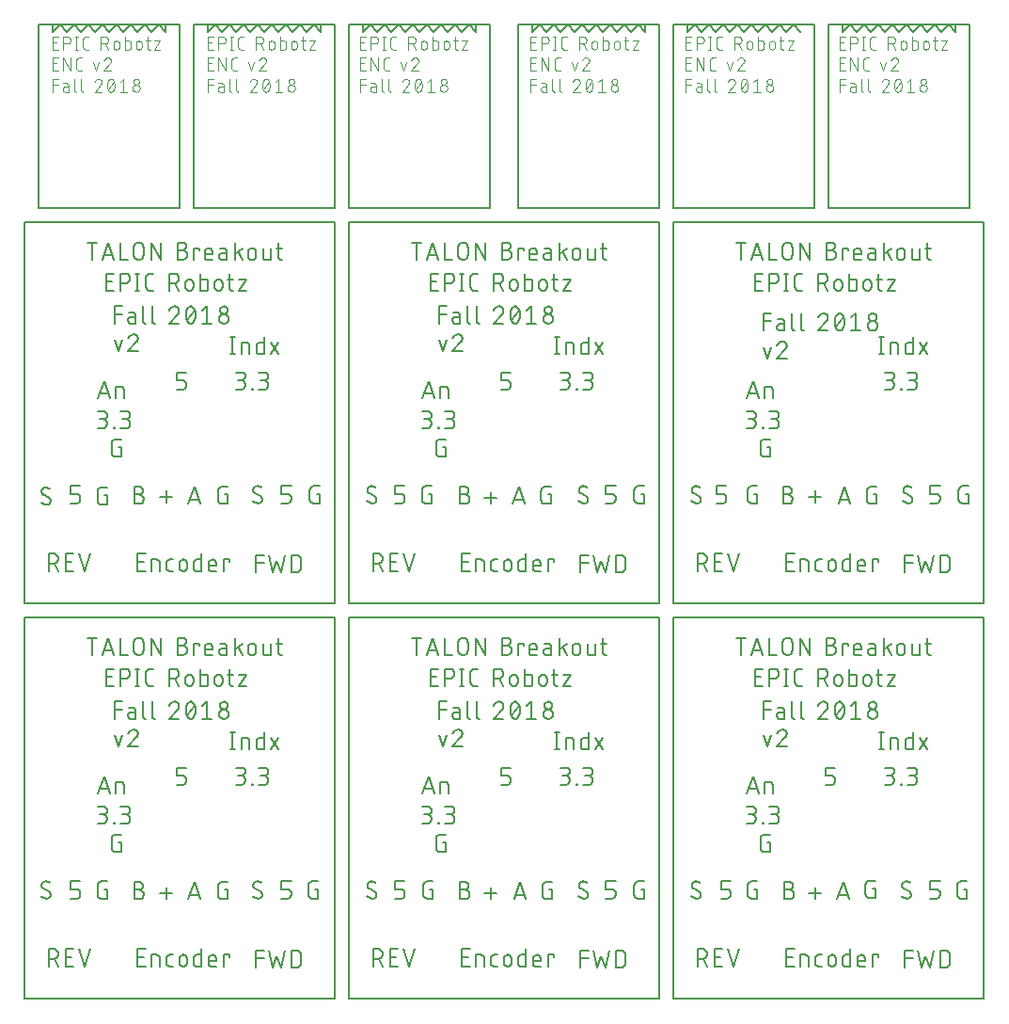
<source format=gbr>
G04 EAGLE Gerber X2 export*
%TF.Part,Single*%
%TF.FileFunction,Legend,Top,1*%
%TF.FilePolarity,Positive*%
%TF.GenerationSoftware,Autodesk,EAGLE,9.1.3*%
%TF.CreationDate,2018-11-04T16:40:41Z*%
G75*
%MOIN*%
%FSLAX34Y34*%
%LPD*%
%AMOC8*
5,1,8,0,0,1.08239X$1,22.5*%
G01*
%ADD10C,0.006000*%
%ADD11C,0.005000*%
%ADD12C,0.004000*%


D10*
X11000Y13500D02*
X11000Y0D01*
D11*
X914Y3686D02*
X912Y3665D01*
X907Y3644D01*
X899Y3624D01*
X888Y3606D01*
X874Y3590D01*
X858Y3576D01*
X840Y3565D01*
X820Y3557D01*
X799Y3552D01*
X778Y3550D01*
X746Y3552D01*
X714Y3557D01*
X683Y3566D01*
X653Y3579D01*
X625Y3594D01*
X599Y3613D01*
X575Y3635D01*
X592Y4024D02*
X594Y4045D01*
X599Y4066D01*
X607Y4086D01*
X618Y4104D01*
X632Y4120D01*
X648Y4134D01*
X666Y4145D01*
X686Y4153D01*
X707Y4158D01*
X728Y4160D01*
X755Y4159D01*
X782Y4154D01*
X808Y4147D01*
X834Y4137D01*
X858Y4124D01*
X880Y4109D01*
X592Y4024D02*
X594Y4004D01*
X598Y3984D01*
X605Y3965D01*
X616Y3947D01*
X628Y3931D01*
X643Y3917D01*
X660Y3905D01*
X846Y3805D02*
X863Y3793D01*
X878Y3779D01*
X890Y3763D01*
X901Y3745D01*
X908Y3726D01*
X912Y3706D01*
X914Y3686D01*
X846Y3804D02*
X660Y3906D01*
X8278Y3550D02*
X8299Y3552D01*
X8320Y3557D01*
X8340Y3565D01*
X8358Y3576D01*
X8374Y3590D01*
X8388Y3606D01*
X8399Y3624D01*
X8407Y3644D01*
X8412Y3665D01*
X8414Y3686D01*
X8278Y3550D02*
X8246Y3552D01*
X8214Y3557D01*
X8183Y3566D01*
X8153Y3579D01*
X8125Y3594D01*
X8099Y3613D01*
X8075Y3635D01*
X8092Y4024D02*
X8094Y4045D01*
X8099Y4066D01*
X8107Y4086D01*
X8118Y4104D01*
X8132Y4120D01*
X8148Y4134D01*
X8166Y4145D01*
X8186Y4153D01*
X8207Y4158D01*
X8228Y4160D01*
X8255Y4159D01*
X8282Y4154D01*
X8308Y4147D01*
X8334Y4137D01*
X8358Y4124D01*
X8380Y4109D01*
X8092Y4024D02*
X8094Y4004D01*
X8098Y3984D01*
X8105Y3965D01*
X8116Y3947D01*
X8128Y3931D01*
X8143Y3917D01*
X8160Y3905D01*
X8346Y3805D02*
X8363Y3793D01*
X8378Y3779D01*
X8390Y3763D01*
X8401Y3745D01*
X8408Y3726D01*
X8412Y3706D01*
X8414Y3686D01*
X8346Y3804D02*
X8160Y3906D01*
X1828Y3550D02*
X1625Y3550D01*
X1828Y3550D02*
X1849Y3552D01*
X1870Y3557D01*
X1890Y3565D01*
X1908Y3576D01*
X1924Y3590D01*
X1938Y3606D01*
X1949Y3624D01*
X1957Y3644D01*
X1962Y3665D01*
X1964Y3686D01*
X1964Y3753D01*
X1962Y3774D01*
X1957Y3795D01*
X1949Y3815D01*
X1938Y3833D01*
X1924Y3849D01*
X1908Y3863D01*
X1890Y3874D01*
X1870Y3882D01*
X1849Y3887D01*
X1828Y3889D01*
X1625Y3889D01*
X1625Y4160D01*
X1964Y4160D01*
X9100Y3550D02*
X9303Y3550D01*
X9324Y3552D01*
X9345Y3557D01*
X9365Y3565D01*
X9383Y3576D01*
X9399Y3590D01*
X9413Y3606D01*
X9424Y3624D01*
X9432Y3644D01*
X9437Y3665D01*
X9439Y3686D01*
X9439Y3753D01*
X9437Y3774D01*
X9432Y3795D01*
X9424Y3815D01*
X9413Y3833D01*
X9399Y3849D01*
X9383Y3863D01*
X9365Y3874D01*
X9345Y3882D01*
X9324Y3887D01*
X9303Y3889D01*
X9100Y3889D01*
X9100Y4160D01*
X9439Y4160D01*
X2914Y3889D02*
X2812Y3889D01*
X2914Y3889D02*
X2914Y3550D01*
X2711Y3550D01*
X2690Y3552D01*
X2669Y3557D01*
X2649Y3565D01*
X2631Y3576D01*
X2615Y3590D01*
X2601Y3606D01*
X2590Y3624D01*
X2582Y3644D01*
X2577Y3665D01*
X2575Y3686D01*
X2575Y4024D01*
X2577Y4045D01*
X2582Y4066D01*
X2590Y4086D01*
X2601Y4104D01*
X2615Y4120D01*
X2631Y4134D01*
X2649Y4145D01*
X2669Y4153D01*
X2690Y4158D01*
X2711Y4160D01*
X2914Y4160D01*
X7087Y3864D02*
X7189Y3864D01*
X7189Y3525D01*
X6986Y3525D01*
X6965Y3527D01*
X6944Y3532D01*
X6924Y3540D01*
X6906Y3551D01*
X6890Y3565D01*
X6876Y3581D01*
X6865Y3599D01*
X6857Y3619D01*
X6852Y3640D01*
X6850Y3661D01*
X6850Y3999D01*
X6852Y4020D01*
X6857Y4041D01*
X6865Y4061D01*
X6876Y4079D01*
X6890Y4095D01*
X6906Y4109D01*
X6924Y4120D01*
X6944Y4128D01*
X6965Y4133D01*
X6986Y4135D01*
X7189Y4135D01*
X10287Y3889D02*
X10389Y3889D01*
X10389Y3550D01*
X10186Y3550D01*
X10165Y3552D01*
X10144Y3557D01*
X10124Y3565D01*
X10106Y3576D01*
X10090Y3590D01*
X10076Y3606D01*
X10065Y3624D01*
X10057Y3644D01*
X10052Y3665D01*
X10050Y3686D01*
X10050Y4024D01*
X10052Y4045D01*
X10057Y4066D01*
X10065Y4086D01*
X10076Y4104D01*
X10090Y4120D01*
X10106Y4134D01*
X10124Y4145D01*
X10144Y4153D01*
X10165Y4158D01*
X10186Y4160D01*
X10389Y4160D01*
X3414Y5539D02*
X3312Y5539D01*
X3414Y5539D02*
X3414Y5200D01*
X3211Y5200D01*
X3190Y5202D01*
X3169Y5207D01*
X3149Y5215D01*
X3131Y5226D01*
X3115Y5240D01*
X3101Y5256D01*
X3090Y5274D01*
X3082Y5294D01*
X3077Y5315D01*
X3075Y5336D01*
X3075Y5674D01*
X3077Y5695D01*
X3082Y5716D01*
X3090Y5736D01*
X3101Y5754D01*
X3115Y5770D01*
X3131Y5784D01*
X3149Y5795D01*
X3169Y5803D01*
X3190Y5808D01*
X3211Y5810D01*
X3414Y5810D01*
X2744Y6200D02*
X2575Y6200D01*
X2744Y6200D02*
X2769Y6202D01*
X2794Y6208D01*
X2817Y6217D01*
X2839Y6229D01*
X2859Y6245D01*
X2876Y6264D01*
X2890Y6285D01*
X2901Y6307D01*
X2909Y6331D01*
X2913Y6356D01*
X2913Y6382D01*
X2909Y6407D01*
X2901Y6431D01*
X2890Y6453D01*
X2876Y6474D01*
X2859Y6493D01*
X2839Y6509D01*
X2817Y6521D01*
X2794Y6530D01*
X2769Y6536D01*
X2744Y6538D01*
X2778Y6810D02*
X2575Y6810D01*
X2778Y6810D02*
X2800Y6808D01*
X2822Y6803D01*
X2843Y6794D01*
X2862Y6781D01*
X2878Y6766D01*
X2892Y6748D01*
X2903Y6729D01*
X2910Y6707D01*
X2914Y6685D01*
X2914Y6663D01*
X2910Y6641D01*
X2903Y6619D01*
X2892Y6600D01*
X2878Y6582D01*
X2862Y6567D01*
X2843Y6554D01*
X2822Y6545D01*
X2800Y6540D01*
X2778Y6538D01*
X2778Y6539D02*
X2643Y6539D01*
X3137Y6234D02*
X3137Y6200D01*
X3137Y6234D02*
X3171Y6234D01*
X3171Y6200D01*
X3137Y6200D01*
X3394Y6200D02*
X3564Y6200D01*
X3589Y6202D01*
X3614Y6208D01*
X3637Y6217D01*
X3659Y6229D01*
X3679Y6245D01*
X3696Y6264D01*
X3710Y6285D01*
X3721Y6307D01*
X3729Y6331D01*
X3733Y6356D01*
X3733Y6382D01*
X3729Y6407D01*
X3721Y6431D01*
X3710Y6453D01*
X3696Y6474D01*
X3679Y6493D01*
X3659Y6509D01*
X3637Y6521D01*
X3614Y6530D01*
X3589Y6536D01*
X3564Y6538D01*
X3598Y6810D02*
X3394Y6810D01*
X3598Y6810D02*
X3620Y6808D01*
X3642Y6803D01*
X3663Y6794D01*
X3682Y6781D01*
X3698Y6766D01*
X3712Y6748D01*
X3723Y6729D01*
X3730Y6707D01*
X3734Y6685D01*
X3734Y6663D01*
X3730Y6641D01*
X3723Y6619D01*
X3712Y6600D01*
X3698Y6582D01*
X3682Y6567D01*
X3663Y6554D01*
X3642Y6545D01*
X3620Y6540D01*
X3598Y6538D01*
X3598Y6539D02*
X3462Y6539D01*
X6003Y4135D02*
X5800Y3525D01*
X6207Y3525D02*
X6003Y4135D01*
X6156Y3678D02*
X5851Y3678D01*
X4044Y3864D02*
X3875Y3864D01*
X4044Y3863D02*
X4069Y3861D01*
X4094Y3855D01*
X4117Y3846D01*
X4139Y3834D01*
X4159Y3818D01*
X4176Y3799D01*
X4190Y3778D01*
X4201Y3756D01*
X4209Y3732D01*
X4213Y3707D01*
X4213Y3681D01*
X4209Y3656D01*
X4201Y3632D01*
X4190Y3609D01*
X4176Y3589D01*
X4159Y3570D01*
X4139Y3554D01*
X4117Y3542D01*
X4094Y3533D01*
X4069Y3527D01*
X4044Y3525D01*
X3875Y3525D01*
X3875Y4135D01*
X4044Y4135D01*
X4066Y4133D01*
X4088Y4128D01*
X4109Y4119D01*
X4128Y4106D01*
X4144Y4091D01*
X4158Y4073D01*
X4169Y4054D01*
X4176Y4032D01*
X4180Y4010D01*
X4180Y3988D01*
X4176Y3966D01*
X4169Y3944D01*
X4158Y3925D01*
X4144Y3907D01*
X4128Y3892D01*
X4109Y3879D01*
X4088Y3870D01*
X4066Y3865D01*
X4044Y3863D01*
X4800Y3737D02*
X5207Y3737D01*
X5003Y3534D02*
X5003Y3941D01*
X2600Y7275D02*
X2803Y7885D01*
X3007Y7275D01*
X2956Y7428D02*
X2651Y7428D01*
X3234Y7275D02*
X3234Y7682D01*
X3403Y7682D01*
X3423Y7680D01*
X3442Y7674D01*
X3460Y7665D01*
X3475Y7652D01*
X3488Y7637D01*
X3497Y7619D01*
X3503Y7600D01*
X3505Y7580D01*
X3505Y7275D01*
X7368Y8825D02*
X7368Y9435D01*
X7300Y8825D02*
X7436Y8825D01*
X7436Y9435D02*
X7300Y9435D01*
X7681Y9232D02*
X7681Y8825D01*
X7681Y9232D02*
X7850Y9232D01*
X7870Y9230D01*
X7889Y9224D01*
X7907Y9215D01*
X7922Y9202D01*
X7935Y9187D01*
X7944Y9169D01*
X7950Y9150D01*
X7952Y9130D01*
X7952Y8825D01*
X8476Y8825D02*
X8476Y9435D01*
X8476Y8825D02*
X8307Y8825D01*
X8289Y8827D01*
X8272Y8831D01*
X8256Y8839D01*
X8241Y8849D01*
X8229Y8861D01*
X8219Y8876D01*
X8211Y8892D01*
X8207Y8909D01*
X8205Y8927D01*
X8205Y9130D01*
X8207Y9148D01*
X8211Y9165D01*
X8219Y9181D01*
X8229Y9196D01*
X8241Y9208D01*
X8256Y9218D01*
X8272Y9226D01*
X8289Y9230D01*
X8307Y9232D01*
X8476Y9232D01*
X8715Y8825D02*
X8986Y9232D01*
X8715Y9232D02*
X8986Y8825D01*
X5578Y7575D02*
X5375Y7575D01*
X5578Y7575D02*
X5599Y7577D01*
X5620Y7582D01*
X5640Y7590D01*
X5658Y7601D01*
X5674Y7615D01*
X5688Y7631D01*
X5699Y7649D01*
X5707Y7669D01*
X5712Y7690D01*
X5714Y7711D01*
X5714Y7778D01*
X5712Y7799D01*
X5707Y7820D01*
X5699Y7840D01*
X5688Y7858D01*
X5674Y7874D01*
X5658Y7888D01*
X5640Y7899D01*
X5620Y7907D01*
X5599Y7912D01*
X5578Y7914D01*
X5375Y7914D01*
X5375Y8185D01*
X5714Y8185D01*
X7475Y7575D02*
X7644Y7575D01*
X7669Y7577D01*
X7694Y7583D01*
X7717Y7592D01*
X7739Y7604D01*
X7759Y7620D01*
X7776Y7639D01*
X7790Y7660D01*
X7801Y7682D01*
X7809Y7706D01*
X7813Y7731D01*
X7813Y7757D01*
X7809Y7782D01*
X7801Y7806D01*
X7790Y7828D01*
X7776Y7849D01*
X7759Y7868D01*
X7739Y7884D01*
X7717Y7896D01*
X7694Y7905D01*
X7669Y7911D01*
X7644Y7913D01*
X7678Y8185D02*
X7475Y8185D01*
X7678Y8185D02*
X7700Y8183D01*
X7722Y8178D01*
X7743Y8169D01*
X7762Y8156D01*
X7778Y8141D01*
X7792Y8123D01*
X7803Y8104D01*
X7810Y8082D01*
X7814Y8060D01*
X7814Y8038D01*
X7810Y8016D01*
X7803Y7994D01*
X7792Y7975D01*
X7778Y7957D01*
X7762Y7942D01*
X7743Y7929D01*
X7722Y7920D01*
X7700Y7915D01*
X7678Y7913D01*
X7678Y7914D02*
X7543Y7914D01*
X8037Y7609D02*
X8037Y7575D01*
X8037Y7609D02*
X8071Y7609D01*
X8071Y7575D01*
X8037Y7575D01*
X8294Y7575D02*
X8464Y7575D01*
X8489Y7577D01*
X8514Y7583D01*
X8537Y7592D01*
X8559Y7604D01*
X8579Y7620D01*
X8596Y7639D01*
X8610Y7660D01*
X8621Y7682D01*
X8629Y7706D01*
X8633Y7731D01*
X8633Y7757D01*
X8629Y7782D01*
X8621Y7806D01*
X8610Y7828D01*
X8596Y7849D01*
X8579Y7868D01*
X8559Y7884D01*
X8537Y7896D01*
X8514Y7905D01*
X8489Y7911D01*
X8464Y7913D01*
X8498Y8185D02*
X8294Y8185D01*
X8498Y8185D02*
X8520Y8183D01*
X8542Y8178D01*
X8563Y8169D01*
X8582Y8156D01*
X8598Y8141D01*
X8612Y8123D01*
X8623Y8104D01*
X8630Y8082D01*
X8634Y8060D01*
X8634Y8038D01*
X8630Y8016D01*
X8623Y7994D01*
X8612Y7975D01*
X8598Y7957D01*
X8582Y7942D01*
X8563Y7929D01*
X8542Y7920D01*
X8520Y7915D01*
X8498Y7913D01*
X8498Y7914D02*
X8362Y7914D01*
X8200Y1710D02*
X8200Y1100D01*
X8200Y1710D02*
X8471Y1710D01*
X8471Y1439D02*
X8200Y1439D01*
X8663Y1710D02*
X8799Y1100D01*
X8934Y1507D01*
X9070Y1100D01*
X9205Y1710D01*
X9447Y1710D02*
X9447Y1100D01*
X9447Y1710D02*
X9617Y1710D01*
X9641Y1708D01*
X9665Y1703D01*
X9687Y1695D01*
X9708Y1683D01*
X9728Y1669D01*
X9745Y1652D01*
X9759Y1632D01*
X9771Y1611D01*
X9779Y1589D01*
X9784Y1565D01*
X9786Y1541D01*
X9786Y1269D01*
X9784Y1245D01*
X9779Y1221D01*
X9771Y1199D01*
X9759Y1178D01*
X9745Y1158D01*
X9728Y1141D01*
X9708Y1127D01*
X9687Y1115D01*
X9665Y1107D01*
X9641Y1102D01*
X9617Y1100D01*
X9447Y1100D01*
X850Y1150D02*
X850Y1760D01*
X1019Y1760D01*
X1044Y1758D01*
X1069Y1752D01*
X1092Y1743D01*
X1114Y1731D01*
X1134Y1715D01*
X1151Y1696D01*
X1165Y1675D01*
X1176Y1653D01*
X1184Y1629D01*
X1188Y1604D01*
X1188Y1578D01*
X1184Y1553D01*
X1176Y1529D01*
X1165Y1506D01*
X1151Y1486D01*
X1134Y1467D01*
X1114Y1451D01*
X1092Y1439D01*
X1069Y1430D01*
X1044Y1424D01*
X1019Y1422D01*
X1019Y1421D02*
X850Y1421D01*
X1053Y1421D02*
X1189Y1150D01*
X1452Y1150D02*
X1724Y1150D01*
X1452Y1150D02*
X1452Y1760D01*
X1724Y1760D01*
X1656Y1489D02*
X1452Y1489D01*
X1905Y1760D02*
X2109Y1150D01*
X2312Y1760D01*
X4000Y1150D02*
X4271Y1150D01*
X4000Y1150D02*
X4000Y1760D01*
X4271Y1760D01*
X4203Y1489D02*
X4000Y1489D01*
X4501Y1557D02*
X4501Y1150D01*
X4501Y1557D02*
X4670Y1557D01*
X4690Y1555D01*
X4709Y1549D01*
X4727Y1540D01*
X4742Y1527D01*
X4755Y1512D01*
X4764Y1494D01*
X4770Y1475D01*
X4772Y1455D01*
X4772Y1150D01*
X5130Y1150D02*
X5266Y1150D01*
X5130Y1150D02*
X5112Y1152D01*
X5095Y1156D01*
X5079Y1164D01*
X5064Y1174D01*
X5052Y1186D01*
X5042Y1201D01*
X5034Y1217D01*
X5030Y1234D01*
X5028Y1252D01*
X5028Y1455D01*
X5030Y1473D01*
X5034Y1490D01*
X5042Y1506D01*
X5052Y1521D01*
X5064Y1533D01*
X5079Y1543D01*
X5095Y1551D01*
X5112Y1555D01*
X5130Y1557D01*
X5266Y1557D01*
X5476Y1421D02*
X5476Y1286D01*
X5476Y1421D02*
X5478Y1443D01*
X5483Y1465D01*
X5492Y1486D01*
X5505Y1505D01*
X5520Y1521D01*
X5538Y1535D01*
X5557Y1546D01*
X5579Y1553D01*
X5601Y1557D01*
X5623Y1557D01*
X5645Y1553D01*
X5667Y1546D01*
X5686Y1535D01*
X5704Y1521D01*
X5719Y1505D01*
X5732Y1486D01*
X5741Y1465D01*
X5746Y1443D01*
X5748Y1421D01*
X5748Y1286D01*
X5746Y1264D01*
X5741Y1242D01*
X5732Y1221D01*
X5719Y1202D01*
X5704Y1186D01*
X5686Y1172D01*
X5667Y1161D01*
X5645Y1154D01*
X5623Y1150D01*
X5601Y1150D01*
X5579Y1154D01*
X5557Y1161D01*
X5538Y1172D01*
X5520Y1186D01*
X5505Y1202D01*
X5492Y1221D01*
X5483Y1242D01*
X5478Y1264D01*
X5476Y1286D01*
X6252Y1150D02*
X6252Y1760D01*
X6252Y1150D02*
X6083Y1150D01*
X6065Y1152D01*
X6048Y1156D01*
X6032Y1164D01*
X6017Y1174D01*
X6005Y1186D01*
X5995Y1201D01*
X5987Y1217D01*
X5983Y1234D01*
X5981Y1252D01*
X5981Y1455D01*
X5983Y1473D01*
X5987Y1490D01*
X5995Y1506D01*
X6005Y1521D01*
X6017Y1533D01*
X6032Y1543D01*
X6048Y1551D01*
X6065Y1555D01*
X6083Y1557D01*
X6252Y1557D01*
X6612Y1150D02*
X6782Y1150D01*
X6612Y1150D02*
X6594Y1152D01*
X6577Y1156D01*
X6561Y1164D01*
X6546Y1174D01*
X6534Y1186D01*
X6524Y1201D01*
X6516Y1217D01*
X6512Y1234D01*
X6510Y1252D01*
X6510Y1421D01*
X6512Y1443D01*
X6517Y1465D01*
X6526Y1486D01*
X6539Y1505D01*
X6554Y1521D01*
X6572Y1535D01*
X6591Y1546D01*
X6613Y1553D01*
X6635Y1557D01*
X6657Y1557D01*
X6679Y1553D01*
X6701Y1546D01*
X6720Y1535D01*
X6738Y1521D01*
X6753Y1505D01*
X6766Y1486D01*
X6775Y1465D01*
X6780Y1443D01*
X6782Y1421D01*
X6782Y1353D01*
X6510Y1353D01*
X7040Y1150D02*
X7040Y1557D01*
X7244Y1557D01*
X7244Y1489D01*
X2394Y12175D02*
X2394Y12785D01*
X2225Y12785D02*
X2564Y12785D01*
X2941Y12785D02*
X2737Y12175D01*
X3144Y12175D02*
X2941Y12785D01*
X3093Y12328D02*
X2788Y12328D01*
X3377Y12175D02*
X3377Y12785D01*
X3377Y12175D02*
X3648Y12175D01*
X3864Y12344D02*
X3864Y12616D01*
X3866Y12641D01*
X3872Y12666D01*
X3881Y12689D01*
X3893Y12711D01*
X3909Y12731D01*
X3928Y12748D01*
X3949Y12762D01*
X3971Y12773D01*
X3995Y12781D01*
X4020Y12785D01*
X4046Y12785D01*
X4071Y12781D01*
X4095Y12773D01*
X4118Y12762D01*
X4138Y12748D01*
X4157Y12731D01*
X4173Y12711D01*
X4185Y12689D01*
X4194Y12666D01*
X4200Y12641D01*
X4202Y12616D01*
X4203Y12616D02*
X4203Y12344D01*
X4202Y12344D02*
X4200Y12319D01*
X4194Y12294D01*
X4185Y12271D01*
X4173Y12249D01*
X4157Y12229D01*
X4138Y12212D01*
X4118Y12198D01*
X4095Y12187D01*
X4071Y12179D01*
X4046Y12175D01*
X4020Y12175D01*
X3995Y12179D01*
X3971Y12187D01*
X3949Y12198D01*
X3928Y12212D01*
X3909Y12229D01*
X3893Y12249D01*
X3881Y12271D01*
X3872Y12294D01*
X3866Y12319D01*
X3864Y12344D01*
X4469Y12175D02*
X4469Y12785D01*
X4807Y12175D01*
X4807Y12785D01*
X5413Y12514D02*
X5582Y12514D01*
X5582Y12513D02*
X5607Y12511D01*
X5632Y12505D01*
X5655Y12496D01*
X5677Y12484D01*
X5697Y12468D01*
X5714Y12449D01*
X5728Y12429D01*
X5739Y12406D01*
X5747Y12382D01*
X5751Y12357D01*
X5751Y12331D01*
X5747Y12306D01*
X5739Y12282D01*
X5728Y12260D01*
X5714Y12239D01*
X5697Y12220D01*
X5677Y12204D01*
X5655Y12192D01*
X5632Y12183D01*
X5607Y12177D01*
X5582Y12175D01*
X5413Y12175D01*
X5413Y12785D01*
X5582Y12785D01*
X5604Y12783D01*
X5626Y12778D01*
X5647Y12769D01*
X5666Y12756D01*
X5682Y12741D01*
X5696Y12723D01*
X5707Y12704D01*
X5714Y12682D01*
X5718Y12660D01*
X5718Y12638D01*
X5714Y12616D01*
X5707Y12594D01*
X5696Y12575D01*
X5682Y12557D01*
X5666Y12542D01*
X5647Y12529D01*
X5626Y12520D01*
X5604Y12515D01*
X5582Y12513D01*
X5988Y12582D02*
X5988Y12175D01*
X5988Y12582D02*
X6192Y12582D01*
X6192Y12514D01*
X6477Y12175D02*
X6646Y12175D01*
X6477Y12175D02*
X6459Y12177D01*
X6442Y12181D01*
X6426Y12189D01*
X6411Y12199D01*
X6399Y12211D01*
X6389Y12226D01*
X6381Y12242D01*
X6377Y12259D01*
X6375Y12277D01*
X6375Y12446D01*
X6377Y12468D01*
X6382Y12490D01*
X6391Y12511D01*
X6404Y12530D01*
X6419Y12546D01*
X6437Y12560D01*
X6456Y12571D01*
X6478Y12578D01*
X6500Y12582D01*
X6522Y12582D01*
X6544Y12578D01*
X6566Y12571D01*
X6585Y12560D01*
X6603Y12546D01*
X6618Y12530D01*
X6631Y12511D01*
X6640Y12490D01*
X6645Y12468D01*
X6647Y12446D01*
X6646Y12446D02*
X6646Y12378D01*
X6375Y12378D01*
X6998Y12412D02*
X7151Y12412D01*
X6998Y12413D02*
X6977Y12411D01*
X6957Y12406D01*
X6939Y12397D01*
X6922Y12385D01*
X6907Y12370D01*
X6895Y12354D01*
X6886Y12335D01*
X6881Y12315D01*
X6879Y12294D01*
X6881Y12273D01*
X6886Y12253D01*
X6895Y12235D01*
X6907Y12218D01*
X6922Y12203D01*
X6939Y12191D01*
X6957Y12182D01*
X6977Y12177D01*
X6998Y12175D01*
X7151Y12175D01*
X7151Y12480D01*
X7149Y12498D01*
X7145Y12515D01*
X7137Y12531D01*
X7127Y12546D01*
X7115Y12558D01*
X7100Y12568D01*
X7084Y12576D01*
X7067Y12580D01*
X7049Y12582D01*
X6914Y12582D01*
X7435Y12785D02*
X7435Y12175D01*
X7435Y12378D02*
X7706Y12582D01*
X7554Y12463D02*
X7706Y12175D01*
X7916Y12311D02*
X7916Y12446D01*
X7918Y12468D01*
X7923Y12490D01*
X7932Y12511D01*
X7945Y12530D01*
X7960Y12546D01*
X7978Y12560D01*
X7997Y12571D01*
X8019Y12578D01*
X8041Y12582D01*
X8063Y12582D01*
X8085Y12578D01*
X8107Y12571D01*
X8126Y12560D01*
X8144Y12546D01*
X8159Y12530D01*
X8172Y12511D01*
X8181Y12490D01*
X8186Y12468D01*
X8188Y12446D01*
X8188Y12311D01*
X8186Y12289D01*
X8181Y12267D01*
X8172Y12246D01*
X8159Y12227D01*
X8144Y12211D01*
X8126Y12197D01*
X8107Y12186D01*
X8085Y12179D01*
X8063Y12175D01*
X8041Y12175D01*
X8019Y12179D01*
X7997Y12186D01*
X7978Y12197D01*
X7960Y12211D01*
X7945Y12227D01*
X7932Y12246D01*
X7923Y12267D01*
X7918Y12289D01*
X7916Y12311D01*
X8443Y12277D02*
X8443Y12582D01*
X8443Y12277D02*
X8445Y12259D01*
X8449Y12242D01*
X8457Y12226D01*
X8467Y12211D01*
X8479Y12199D01*
X8494Y12189D01*
X8510Y12181D01*
X8527Y12177D01*
X8545Y12175D01*
X8714Y12175D01*
X8714Y12582D01*
X8922Y12582D02*
X9125Y12582D01*
X8989Y12785D02*
X8989Y12277D01*
X8991Y12259D01*
X8995Y12242D01*
X9003Y12226D01*
X9013Y12211D01*
X9025Y12199D01*
X9040Y12189D01*
X9056Y12181D01*
X9073Y12177D01*
X9091Y12175D01*
X9125Y12175D01*
X3146Y11075D02*
X2875Y11075D01*
X2875Y11685D01*
X3146Y11685D01*
X3078Y11414D02*
X2875Y11414D01*
X3389Y11685D02*
X3389Y11075D01*
X3389Y11685D02*
X3558Y11685D01*
X3583Y11683D01*
X3608Y11677D01*
X3631Y11668D01*
X3653Y11656D01*
X3673Y11640D01*
X3690Y11621D01*
X3704Y11601D01*
X3715Y11578D01*
X3723Y11554D01*
X3727Y11529D01*
X3727Y11503D01*
X3723Y11478D01*
X3715Y11454D01*
X3704Y11432D01*
X3690Y11411D01*
X3673Y11392D01*
X3653Y11376D01*
X3631Y11364D01*
X3608Y11355D01*
X3583Y11349D01*
X3558Y11347D01*
X3558Y11346D02*
X3389Y11346D01*
X3999Y11075D02*
X3999Y11685D01*
X3932Y11075D02*
X4067Y11075D01*
X4067Y11685D02*
X3932Y11685D01*
X4432Y11075D02*
X4568Y11075D01*
X4432Y11075D02*
X4411Y11077D01*
X4390Y11082D01*
X4370Y11090D01*
X4352Y11101D01*
X4336Y11115D01*
X4322Y11131D01*
X4311Y11149D01*
X4303Y11169D01*
X4298Y11190D01*
X4296Y11211D01*
X4297Y11211D02*
X4297Y11549D01*
X4296Y11549D02*
X4298Y11570D01*
X4303Y11591D01*
X4311Y11611D01*
X4322Y11629D01*
X4336Y11645D01*
X4352Y11659D01*
X4370Y11670D01*
X4390Y11678D01*
X4411Y11683D01*
X4432Y11685D01*
X4568Y11685D01*
X5121Y11685D02*
X5121Y11075D01*
X5121Y11685D02*
X5290Y11685D01*
X5315Y11683D01*
X5340Y11677D01*
X5363Y11668D01*
X5385Y11656D01*
X5405Y11640D01*
X5422Y11621D01*
X5436Y11601D01*
X5447Y11578D01*
X5455Y11554D01*
X5459Y11529D01*
X5459Y11503D01*
X5455Y11478D01*
X5447Y11454D01*
X5436Y11432D01*
X5422Y11411D01*
X5405Y11392D01*
X5385Y11376D01*
X5363Y11364D01*
X5340Y11355D01*
X5315Y11349D01*
X5290Y11347D01*
X5290Y11346D02*
X5121Y11346D01*
X5324Y11346D02*
X5460Y11075D01*
X5698Y11211D02*
X5698Y11346D01*
X5697Y11346D02*
X5699Y11368D01*
X5704Y11390D01*
X5713Y11411D01*
X5726Y11430D01*
X5741Y11446D01*
X5759Y11460D01*
X5778Y11471D01*
X5800Y11478D01*
X5822Y11482D01*
X5844Y11482D01*
X5866Y11478D01*
X5888Y11471D01*
X5907Y11460D01*
X5925Y11446D01*
X5940Y11430D01*
X5953Y11411D01*
X5962Y11390D01*
X5967Y11368D01*
X5969Y11346D01*
X5969Y11211D01*
X5967Y11189D01*
X5962Y11167D01*
X5953Y11146D01*
X5940Y11127D01*
X5925Y11111D01*
X5907Y11097D01*
X5888Y11086D01*
X5866Y11079D01*
X5844Y11075D01*
X5822Y11075D01*
X5800Y11079D01*
X5778Y11086D01*
X5759Y11097D01*
X5741Y11111D01*
X5726Y11127D01*
X5713Y11146D01*
X5704Y11167D01*
X5699Y11189D01*
X5697Y11211D01*
X6227Y11075D02*
X6227Y11685D01*
X6227Y11075D02*
X6396Y11075D01*
X6416Y11077D01*
X6435Y11083D01*
X6453Y11092D01*
X6468Y11105D01*
X6481Y11120D01*
X6490Y11138D01*
X6496Y11157D01*
X6498Y11177D01*
X6498Y11380D01*
X6496Y11398D01*
X6492Y11415D01*
X6484Y11431D01*
X6474Y11446D01*
X6462Y11458D01*
X6447Y11468D01*
X6431Y11476D01*
X6414Y11480D01*
X6396Y11482D01*
X6227Y11482D01*
X6732Y11346D02*
X6732Y11211D01*
X6731Y11346D02*
X6733Y11368D01*
X6738Y11390D01*
X6747Y11411D01*
X6760Y11430D01*
X6775Y11446D01*
X6793Y11460D01*
X6812Y11471D01*
X6834Y11478D01*
X6856Y11482D01*
X6878Y11482D01*
X6900Y11478D01*
X6922Y11471D01*
X6941Y11460D01*
X6959Y11446D01*
X6974Y11430D01*
X6987Y11411D01*
X6996Y11390D01*
X7001Y11368D01*
X7003Y11346D01*
X7003Y11211D01*
X7001Y11189D01*
X6996Y11167D01*
X6987Y11146D01*
X6974Y11127D01*
X6959Y11111D01*
X6941Y11097D01*
X6922Y11086D01*
X6900Y11079D01*
X6878Y11075D01*
X6856Y11075D01*
X6834Y11079D01*
X6812Y11086D01*
X6793Y11097D01*
X6775Y11111D01*
X6760Y11127D01*
X6747Y11146D01*
X6738Y11167D01*
X6733Y11189D01*
X6731Y11211D01*
X7190Y11482D02*
X7394Y11482D01*
X7258Y11685D02*
X7258Y11177D01*
X7260Y11159D01*
X7264Y11142D01*
X7272Y11126D01*
X7282Y11111D01*
X7294Y11099D01*
X7309Y11089D01*
X7325Y11081D01*
X7342Y11077D01*
X7360Y11075D01*
X7394Y11075D01*
X7590Y11482D02*
X7861Y11482D01*
X7590Y11075D01*
X7861Y11075D01*
X3175Y10525D02*
X3175Y9915D01*
X3175Y10525D02*
X3446Y10525D01*
X3446Y10254D02*
X3175Y10254D01*
X3772Y10152D02*
X3925Y10152D01*
X3772Y10153D02*
X3751Y10151D01*
X3731Y10146D01*
X3713Y10137D01*
X3696Y10125D01*
X3681Y10110D01*
X3669Y10094D01*
X3660Y10075D01*
X3655Y10055D01*
X3653Y10034D01*
X3655Y10013D01*
X3660Y9993D01*
X3669Y9975D01*
X3681Y9958D01*
X3696Y9943D01*
X3713Y9931D01*
X3731Y9922D01*
X3751Y9917D01*
X3772Y9915D01*
X3925Y9915D01*
X3925Y10220D01*
X3923Y10238D01*
X3919Y10255D01*
X3911Y10271D01*
X3901Y10286D01*
X3889Y10298D01*
X3874Y10308D01*
X3858Y10316D01*
X3841Y10320D01*
X3823Y10322D01*
X3688Y10322D01*
X4192Y10525D02*
X4192Y10017D01*
X4194Y9999D01*
X4198Y9982D01*
X4206Y9966D01*
X4216Y9951D01*
X4228Y9939D01*
X4243Y9929D01*
X4259Y9921D01*
X4276Y9917D01*
X4294Y9915D01*
X4504Y10017D02*
X4504Y10525D01*
X4504Y10017D02*
X4506Y9999D01*
X4510Y9982D01*
X4518Y9966D01*
X4528Y9951D01*
X4540Y9939D01*
X4555Y9929D01*
X4571Y9921D01*
X4588Y9917D01*
X4606Y9915D01*
X5311Y10526D02*
X5335Y10524D01*
X5358Y10519D01*
X5380Y10509D01*
X5401Y10497D01*
X5419Y10481D01*
X5435Y10463D01*
X5447Y10442D01*
X5457Y10420D01*
X5462Y10397D01*
X5464Y10373D01*
X5311Y10525D02*
X5286Y10523D01*
X5262Y10519D01*
X5239Y10511D01*
X5217Y10501D01*
X5196Y10488D01*
X5177Y10472D01*
X5160Y10454D01*
X5145Y10434D01*
X5134Y10412D01*
X5125Y10389D01*
X5413Y10254D02*
X5428Y10271D01*
X5441Y10289D01*
X5451Y10308D01*
X5458Y10329D01*
X5463Y10351D01*
X5464Y10373D01*
X5413Y10254D02*
X5125Y9915D01*
X5464Y9915D01*
X5710Y10220D02*
X5711Y10258D01*
X5716Y10296D01*
X5723Y10333D01*
X5733Y10370D01*
X5746Y10406D01*
X5761Y10440D01*
X5762Y10441D02*
X5769Y10458D01*
X5780Y10475D01*
X5793Y10489D01*
X5807Y10502D01*
X5824Y10512D01*
X5842Y10519D01*
X5861Y10524D01*
X5880Y10525D01*
X5899Y10524D01*
X5918Y10519D01*
X5936Y10512D01*
X5953Y10502D01*
X5967Y10489D01*
X5980Y10475D01*
X5991Y10458D01*
X5998Y10441D01*
X5998Y10440D02*
X6013Y10406D01*
X6026Y10370D01*
X6036Y10333D01*
X6043Y10296D01*
X6048Y10258D01*
X6049Y10220D01*
X5710Y10220D02*
X5711Y10182D01*
X5716Y10144D01*
X5723Y10107D01*
X5733Y10070D01*
X5746Y10034D01*
X5761Y10000D01*
X5762Y9999D02*
X5769Y9982D01*
X5780Y9965D01*
X5793Y9951D01*
X5807Y9938D01*
X5824Y9928D01*
X5842Y9921D01*
X5861Y9916D01*
X5880Y9915D01*
X5998Y10000D02*
X6013Y10034D01*
X6026Y10070D01*
X6036Y10107D01*
X6043Y10144D01*
X6048Y10182D01*
X6049Y10220D01*
X5998Y9999D02*
X5991Y9982D01*
X5980Y9965D01*
X5967Y9951D01*
X5953Y9938D01*
X5936Y9928D01*
X5918Y9921D01*
X5899Y9916D01*
X5880Y9915D01*
X5744Y10051D02*
X6015Y10389D01*
X6295Y10389D02*
X6465Y10525D01*
X6465Y9915D01*
X6634Y9915D02*
X6295Y9915D01*
X6881Y10084D02*
X6883Y10109D01*
X6889Y10134D01*
X6898Y10157D01*
X6910Y10179D01*
X6926Y10199D01*
X6945Y10216D01*
X6966Y10230D01*
X6988Y10241D01*
X7012Y10249D01*
X7037Y10253D01*
X7063Y10253D01*
X7088Y10249D01*
X7112Y10241D01*
X7135Y10230D01*
X7155Y10216D01*
X7174Y10199D01*
X7190Y10179D01*
X7202Y10157D01*
X7211Y10134D01*
X7217Y10109D01*
X7219Y10084D01*
X7217Y10059D01*
X7211Y10034D01*
X7202Y10011D01*
X7190Y9989D01*
X7174Y9969D01*
X7155Y9952D01*
X7135Y9938D01*
X7112Y9927D01*
X7088Y9919D01*
X7063Y9915D01*
X7037Y9915D01*
X7012Y9919D01*
X6988Y9927D01*
X6966Y9938D01*
X6945Y9952D01*
X6926Y9969D01*
X6910Y9989D01*
X6898Y10011D01*
X6889Y10034D01*
X6883Y10059D01*
X6881Y10084D01*
X6914Y10389D02*
X6916Y10411D01*
X6921Y10433D01*
X6930Y10454D01*
X6943Y10473D01*
X6958Y10489D01*
X6976Y10503D01*
X6995Y10514D01*
X7017Y10521D01*
X7039Y10525D01*
X7061Y10525D01*
X7083Y10521D01*
X7105Y10514D01*
X7124Y10503D01*
X7142Y10489D01*
X7157Y10473D01*
X7170Y10454D01*
X7179Y10433D01*
X7184Y10411D01*
X7186Y10389D01*
X7184Y10367D01*
X7179Y10345D01*
X7170Y10324D01*
X7157Y10305D01*
X7142Y10289D01*
X7124Y10275D01*
X7105Y10264D01*
X7083Y10257D01*
X7061Y10253D01*
X7039Y10253D01*
X7017Y10257D01*
X6995Y10264D01*
X6976Y10275D01*
X6958Y10289D01*
X6943Y10305D01*
X6930Y10324D01*
X6921Y10345D01*
X6916Y10367D01*
X6914Y10389D01*
X3175Y9332D02*
X3311Y8925D01*
X3446Y9332D01*
X3854Y9536D02*
X3878Y9534D01*
X3901Y9529D01*
X3923Y9519D01*
X3944Y9507D01*
X3962Y9491D01*
X3978Y9473D01*
X3990Y9452D01*
X4000Y9430D01*
X4005Y9407D01*
X4007Y9383D01*
X3854Y9535D02*
X3829Y9533D01*
X3805Y9529D01*
X3782Y9521D01*
X3760Y9511D01*
X3739Y9498D01*
X3720Y9482D01*
X3703Y9464D01*
X3688Y9444D01*
X3677Y9422D01*
X3668Y9399D01*
X3956Y9264D02*
X3971Y9281D01*
X3984Y9299D01*
X3994Y9318D01*
X4001Y9339D01*
X4006Y9361D01*
X4007Y9383D01*
X3956Y9264D02*
X3668Y8925D01*
X4007Y8925D01*
D10*
X11500Y13500D02*
X11500Y0D01*
X11500Y13500D02*
X22500Y13500D01*
X22500Y0D01*
X11500Y0D01*
D11*
X12328Y3550D02*
X12349Y3552D01*
X12370Y3557D01*
X12390Y3565D01*
X12408Y3576D01*
X12424Y3590D01*
X12438Y3606D01*
X12449Y3624D01*
X12457Y3644D01*
X12462Y3665D01*
X12464Y3686D01*
X12328Y3550D02*
X12296Y3552D01*
X12264Y3557D01*
X12233Y3566D01*
X12203Y3579D01*
X12175Y3594D01*
X12149Y3613D01*
X12125Y3635D01*
X12142Y4024D02*
X12144Y4045D01*
X12149Y4066D01*
X12157Y4086D01*
X12168Y4104D01*
X12182Y4120D01*
X12198Y4134D01*
X12216Y4145D01*
X12236Y4153D01*
X12257Y4158D01*
X12278Y4160D01*
X12305Y4159D01*
X12332Y4154D01*
X12358Y4147D01*
X12384Y4137D01*
X12408Y4124D01*
X12430Y4109D01*
X12142Y4024D02*
X12144Y4004D01*
X12148Y3984D01*
X12155Y3965D01*
X12166Y3947D01*
X12178Y3931D01*
X12193Y3917D01*
X12210Y3905D01*
X12396Y3805D02*
X12413Y3793D01*
X12428Y3779D01*
X12440Y3763D01*
X12451Y3745D01*
X12458Y3726D01*
X12462Y3706D01*
X12464Y3686D01*
X12396Y3804D02*
X12210Y3906D01*
X19828Y3550D02*
X19849Y3552D01*
X19870Y3557D01*
X19890Y3565D01*
X19908Y3576D01*
X19924Y3590D01*
X19938Y3606D01*
X19949Y3624D01*
X19957Y3644D01*
X19962Y3665D01*
X19964Y3686D01*
X19828Y3550D02*
X19796Y3552D01*
X19764Y3557D01*
X19733Y3566D01*
X19703Y3579D01*
X19675Y3594D01*
X19649Y3613D01*
X19625Y3635D01*
X19642Y4024D02*
X19644Y4045D01*
X19649Y4066D01*
X19657Y4086D01*
X19668Y4104D01*
X19682Y4120D01*
X19698Y4134D01*
X19716Y4145D01*
X19736Y4153D01*
X19757Y4158D01*
X19778Y4160D01*
X19805Y4159D01*
X19832Y4154D01*
X19858Y4147D01*
X19884Y4137D01*
X19908Y4124D01*
X19930Y4109D01*
X19642Y4024D02*
X19644Y4004D01*
X19648Y3984D01*
X19655Y3965D01*
X19666Y3947D01*
X19678Y3931D01*
X19693Y3917D01*
X19710Y3905D01*
X19896Y3805D02*
X19913Y3793D01*
X19928Y3779D01*
X19940Y3763D01*
X19951Y3745D01*
X19958Y3726D01*
X19962Y3706D01*
X19964Y3686D01*
X19896Y3804D02*
X19710Y3906D01*
X13328Y3550D02*
X13125Y3550D01*
X13328Y3550D02*
X13349Y3552D01*
X13370Y3557D01*
X13390Y3565D01*
X13408Y3576D01*
X13424Y3590D01*
X13438Y3606D01*
X13449Y3624D01*
X13457Y3644D01*
X13462Y3665D01*
X13464Y3686D01*
X13464Y3753D01*
X13462Y3774D01*
X13457Y3795D01*
X13449Y3815D01*
X13438Y3833D01*
X13424Y3849D01*
X13408Y3863D01*
X13390Y3874D01*
X13370Y3882D01*
X13349Y3887D01*
X13328Y3889D01*
X13125Y3889D01*
X13125Y4160D01*
X13464Y4160D01*
X20600Y3550D02*
X20803Y3550D01*
X20824Y3552D01*
X20845Y3557D01*
X20865Y3565D01*
X20883Y3576D01*
X20899Y3590D01*
X20913Y3606D01*
X20924Y3624D01*
X20932Y3644D01*
X20937Y3665D01*
X20939Y3686D01*
X20939Y3753D01*
X20937Y3774D01*
X20932Y3795D01*
X20924Y3815D01*
X20913Y3833D01*
X20899Y3849D01*
X20883Y3863D01*
X20865Y3874D01*
X20845Y3882D01*
X20824Y3887D01*
X20803Y3889D01*
X20600Y3889D01*
X20600Y4160D01*
X20939Y4160D01*
X14464Y3889D02*
X14362Y3889D01*
X14464Y3889D02*
X14464Y3550D01*
X14261Y3550D01*
X14240Y3552D01*
X14219Y3557D01*
X14199Y3565D01*
X14181Y3576D01*
X14165Y3590D01*
X14151Y3606D01*
X14140Y3624D01*
X14132Y3644D01*
X14127Y3665D01*
X14125Y3686D01*
X14125Y4024D01*
X14127Y4045D01*
X14132Y4066D01*
X14140Y4086D01*
X14151Y4104D01*
X14165Y4120D01*
X14181Y4134D01*
X14199Y4145D01*
X14219Y4153D01*
X14240Y4158D01*
X14261Y4160D01*
X14464Y4160D01*
X18587Y3864D02*
X18689Y3864D01*
X18689Y3525D01*
X18486Y3525D01*
X18465Y3527D01*
X18444Y3532D01*
X18424Y3540D01*
X18406Y3551D01*
X18390Y3565D01*
X18376Y3581D01*
X18365Y3599D01*
X18357Y3619D01*
X18352Y3640D01*
X18350Y3661D01*
X18350Y3999D01*
X18352Y4020D01*
X18357Y4041D01*
X18365Y4061D01*
X18376Y4079D01*
X18390Y4095D01*
X18406Y4109D01*
X18424Y4120D01*
X18444Y4128D01*
X18465Y4133D01*
X18486Y4135D01*
X18689Y4135D01*
X21837Y3889D02*
X21939Y3889D01*
X21939Y3550D01*
X21736Y3550D01*
X21715Y3552D01*
X21694Y3557D01*
X21674Y3565D01*
X21656Y3576D01*
X21640Y3590D01*
X21626Y3606D01*
X21615Y3624D01*
X21607Y3644D01*
X21602Y3665D01*
X21600Y3686D01*
X21600Y4024D01*
X21602Y4045D01*
X21607Y4066D01*
X21615Y4086D01*
X21626Y4104D01*
X21640Y4120D01*
X21656Y4134D01*
X21674Y4145D01*
X21694Y4153D01*
X21715Y4158D01*
X21736Y4160D01*
X21939Y4160D01*
X14914Y5539D02*
X14812Y5539D01*
X14914Y5539D02*
X14914Y5200D01*
X14711Y5200D01*
X14690Y5202D01*
X14669Y5207D01*
X14649Y5215D01*
X14631Y5226D01*
X14615Y5240D01*
X14601Y5256D01*
X14590Y5274D01*
X14582Y5294D01*
X14577Y5315D01*
X14575Y5336D01*
X14575Y5674D01*
X14577Y5695D01*
X14582Y5716D01*
X14590Y5736D01*
X14601Y5754D01*
X14615Y5770D01*
X14631Y5784D01*
X14649Y5795D01*
X14669Y5803D01*
X14690Y5808D01*
X14711Y5810D01*
X14914Y5810D01*
X14244Y6200D02*
X14075Y6200D01*
X14244Y6200D02*
X14269Y6202D01*
X14294Y6208D01*
X14317Y6217D01*
X14339Y6229D01*
X14359Y6245D01*
X14376Y6264D01*
X14390Y6285D01*
X14401Y6307D01*
X14409Y6331D01*
X14413Y6356D01*
X14413Y6382D01*
X14409Y6407D01*
X14401Y6431D01*
X14390Y6453D01*
X14376Y6474D01*
X14359Y6493D01*
X14339Y6509D01*
X14317Y6521D01*
X14294Y6530D01*
X14269Y6536D01*
X14244Y6538D01*
X14278Y6810D02*
X14075Y6810D01*
X14278Y6810D02*
X14300Y6808D01*
X14322Y6803D01*
X14343Y6794D01*
X14362Y6781D01*
X14378Y6766D01*
X14392Y6748D01*
X14403Y6729D01*
X14410Y6707D01*
X14414Y6685D01*
X14414Y6663D01*
X14410Y6641D01*
X14403Y6619D01*
X14392Y6600D01*
X14378Y6582D01*
X14362Y6567D01*
X14343Y6554D01*
X14322Y6545D01*
X14300Y6540D01*
X14278Y6538D01*
X14278Y6539D02*
X14143Y6539D01*
X14637Y6234D02*
X14637Y6200D01*
X14637Y6234D02*
X14671Y6234D01*
X14671Y6200D01*
X14637Y6200D01*
X14894Y6200D02*
X15064Y6200D01*
X15089Y6202D01*
X15114Y6208D01*
X15137Y6217D01*
X15159Y6229D01*
X15179Y6245D01*
X15196Y6264D01*
X15210Y6285D01*
X15221Y6307D01*
X15229Y6331D01*
X15233Y6356D01*
X15233Y6382D01*
X15229Y6407D01*
X15221Y6431D01*
X15210Y6453D01*
X15196Y6474D01*
X15179Y6493D01*
X15159Y6509D01*
X15137Y6521D01*
X15114Y6530D01*
X15089Y6536D01*
X15064Y6538D01*
X15098Y6810D02*
X14894Y6810D01*
X15098Y6810D02*
X15120Y6808D01*
X15142Y6803D01*
X15163Y6794D01*
X15182Y6781D01*
X15198Y6766D01*
X15212Y6748D01*
X15223Y6729D01*
X15230Y6707D01*
X15234Y6685D01*
X15234Y6663D01*
X15230Y6641D01*
X15223Y6619D01*
X15212Y6600D01*
X15198Y6582D01*
X15182Y6567D01*
X15163Y6554D01*
X15142Y6545D01*
X15120Y6540D01*
X15098Y6538D01*
X15098Y6539D02*
X14962Y6539D01*
X17553Y4135D02*
X17350Y3525D01*
X17757Y3525D02*
X17553Y4135D01*
X17706Y3678D02*
X17401Y3678D01*
X15594Y3864D02*
X15425Y3864D01*
X15594Y3863D02*
X15619Y3861D01*
X15644Y3855D01*
X15667Y3846D01*
X15689Y3834D01*
X15709Y3818D01*
X15726Y3799D01*
X15740Y3778D01*
X15751Y3756D01*
X15759Y3732D01*
X15763Y3707D01*
X15763Y3681D01*
X15759Y3656D01*
X15751Y3632D01*
X15740Y3609D01*
X15726Y3589D01*
X15709Y3570D01*
X15689Y3554D01*
X15667Y3542D01*
X15644Y3533D01*
X15619Y3527D01*
X15594Y3525D01*
X15425Y3525D01*
X15425Y4135D01*
X15594Y4135D01*
X15616Y4133D01*
X15638Y4128D01*
X15659Y4119D01*
X15678Y4106D01*
X15694Y4091D01*
X15708Y4073D01*
X15719Y4054D01*
X15726Y4032D01*
X15730Y4010D01*
X15730Y3988D01*
X15726Y3966D01*
X15719Y3944D01*
X15708Y3925D01*
X15694Y3907D01*
X15678Y3892D01*
X15659Y3879D01*
X15638Y3870D01*
X15616Y3865D01*
X15594Y3863D01*
X16300Y3737D02*
X16707Y3737D01*
X16503Y3534D02*
X16503Y3941D01*
X14100Y7275D02*
X14303Y7885D01*
X14507Y7275D01*
X14456Y7428D02*
X14151Y7428D01*
X14734Y7275D02*
X14734Y7682D01*
X14903Y7682D01*
X14923Y7680D01*
X14942Y7674D01*
X14960Y7665D01*
X14975Y7652D01*
X14988Y7637D01*
X14997Y7619D01*
X15003Y7600D01*
X15005Y7580D01*
X15005Y7275D01*
X18868Y8825D02*
X18868Y9435D01*
X18800Y8825D02*
X18936Y8825D01*
X18936Y9435D02*
X18800Y9435D01*
X19181Y9232D02*
X19181Y8825D01*
X19181Y9232D02*
X19350Y9232D01*
X19370Y9230D01*
X19389Y9224D01*
X19407Y9215D01*
X19422Y9202D01*
X19435Y9187D01*
X19444Y9169D01*
X19450Y9150D01*
X19452Y9130D01*
X19452Y8825D01*
X19976Y8825D02*
X19976Y9435D01*
X19976Y8825D02*
X19807Y8825D01*
X19789Y8827D01*
X19772Y8831D01*
X19756Y8839D01*
X19741Y8849D01*
X19729Y8861D01*
X19719Y8876D01*
X19711Y8892D01*
X19707Y8909D01*
X19705Y8927D01*
X19705Y9130D01*
X19707Y9148D01*
X19711Y9165D01*
X19719Y9181D01*
X19729Y9196D01*
X19741Y9208D01*
X19756Y9218D01*
X19772Y9226D01*
X19789Y9230D01*
X19807Y9232D01*
X19976Y9232D01*
X20215Y8825D02*
X20486Y9232D01*
X20215Y9232D02*
X20486Y8825D01*
X17078Y7575D02*
X16875Y7575D01*
X17078Y7575D02*
X17099Y7577D01*
X17120Y7582D01*
X17140Y7590D01*
X17158Y7601D01*
X17174Y7615D01*
X17188Y7631D01*
X17199Y7649D01*
X17207Y7669D01*
X17212Y7690D01*
X17214Y7711D01*
X17214Y7778D01*
X17212Y7799D01*
X17207Y7820D01*
X17199Y7840D01*
X17188Y7858D01*
X17174Y7874D01*
X17158Y7888D01*
X17140Y7899D01*
X17120Y7907D01*
X17099Y7912D01*
X17078Y7914D01*
X16875Y7914D01*
X16875Y8185D01*
X17214Y8185D01*
X18975Y7575D02*
X19144Y7575D01*
X19169Y7577D01*
X19194Y7583D01*
X19217Y7592D01*
X19239Y7604D01*
X19259Y7620D01*
X19276Y7639D01*
X19290Y7660D01*
X19301Y7682D01*
X19309Y7706D01*
X19313Y7731D01*
X19313Y7757D01*
X19309Y7782D01*
X19301Y7806D01*
X19290Y7828D01*
X19276Y7849D01*
X19259Y7868D01*
X19239Y7884D01*
X19217Y7896D01*
X19194Y7905D01*
X19169Y7911D01*
X19144Y7913D01*
X19178Y8185D02*
X18975Y8185D01*
X19178Y8185D02*
X19200Y8183D01*
X19222Y8178D01*
X19243Y8169D01*
X19262Y8156D01*
X19278Y8141D01*
X19292Y8123D01*
X19303Y8104D01*
X19310Y8082D01*
X19314Y8060D01*
X19314Y8038D01*
X19310Y8016D01*
X19303Y7994D01*
X19292Y7975D01*
X19278Y7957D01*
X19262Y7942D01*
X19243Y7929D01*
X19222Y7920D01*
X19200Y7915D01*
X19178Y7913D01*
X19178Y7914D02*
X19043Y7914D01*
X19537Y7609D02*
X19537Y7575D01*
X19537Y7609D02*
X19571Y7609D01*
X19571Y7575D01*
X19537Y7575D01*
X19794Y7575D02*
X19964Y7575D01*
X19989Y7577D01*
X20014Y7583D01*
X20037Y7592D01*
X20059Y7604D01*
X20079Y7620D01*
X20096Y7639D01*
X20110Y7660D01*
X20121Y7682D01*
X20129Y7706D01*
X20133Y7731D01*
X20133Y7757D01*
X20129Y7782D01*
X20121Y7806D01*
X20110Y7828D01*
X20096Y7849D01*
X20079Y7868D01*
X20059Y7884D01*
X20037Y7896D01*
X20014Y7905D01*
X19989Y7911D01*
X19964Y7913D01*
X19998Y8185D02*
X19794Y8185D01*
X19998Y8185D02*
X20020Y8183D01*
X20042Y8178D01*
X20063Y8169D01*
X20082Y8156D01*
X20098Y8141D01*
X20112Y8123D01*
X20123Y8104D01*
X20130Y8082D01*
X20134Y8060D01*
X20134Y8038D01*
X20130Y8016D01*
X20123Y7994D01*
X20112Y7975D01*
X20098Y7957D01*
X20082Y7942D01*
X20063Y7929D01*
X20042Y7920D01*
X20020Y7915D01*
X19998Y7913D01*
X19998Y7914D02*
X19862Y7914D01*
X19700Y1710D02*
X19700Y1100D01*
X19700Y1710D02*
X19971Y1710D01*
X19971Y1439D02*
X19700Y1439D01*
X20163Y1710D02*
X20299Y1100D01*
X20434Y1507D01*
X20570Y1100D01*
X20705Y1710D01*
X20947Y1710D02*
X20947Y1100D01*
X20947Y1710D02*
X21117Y1710D01*
X21141Y1708D01*
X21165Y1703D01*
X21187Y1695D01*
X21208Y1683D01*
X21228Y1669D01*
X21245Y1652D01*
X21259Y1632D01*
X21271Y1611D01*
X21279Y1589D01*
X21284Y1565D01*
X21286Y1541D01*
X21286Y1269D01*
X21284Y1245D01*
X21279Y1221D01*
X21271Y1199D01*
X21259Y1178D01*
X21245Y1158D01*
X21228Y1141D01*
X21208Y1127D01*
X21187Y1115D01*
X21165Y1107D01*
X21141Y1102D01*
X21117Y1100D01*
X20947Y1100D01*
X12350Y1150D02*
X12350Y1760D01*
X12519Y1760D01*
X12544Y1758D01*
X12569Y1752D01*
X12592Y1743D01*
X12614Y1731D01*
X12634Y1715D01*
X12651Y1696D01*
X12665Y1675D01*
X12676Y1653D01*
X12684Y1629D01*
X12688Y1604D01*
X12688Y1578D01*
X12684Y1553D01*
X12676Y1529D01*
X12665Y1506D01*
X12651Y1486D01*
X12634Y1467D01*
X12614Y1451D01*
X12592Y1439D01*
X12569Y1430D01*
X12544Y1424D01*
X12519Y1422D01*
X12519Y1421D02*
X12350Y1421D01*
X12553Y1421D02*
X12689Y1150D01*
X12952Y1150D02*
X13224Y1150D01*
X12952Y1150D02*
X12952Y1760D01*
X13224Y1760D01*
X13156Y1489D02*
X12952Y1489D01*
X13405Y1760D02*
X13609Y1150D01*
X13812Y1760D01*
X15500Y1150D02*
X15771Y1150D01*
X15500Y1150D02*
X15500Y1760D01*
X15771Y1760D01*
X15703Y1489D02*
X15500Y1489D01*
X16001Y1557D02*
X16001Y1150D01*
X16001Y1557D02*
X16170Y1557D01*
X16190Y1555D01*
X16209Y1549D01*
X16227Y1540D01*
X16242Y1527D01*
X16255Y1512D01*
X16264Y1494D01*
X16270Y1475D01*
X16272Y1455D01*
X16272Y1150D01*
X16630Y1150D02*
X16766Y1150D01*
X16630Y1150D02*
X16612Y1152D01*
X16595Y1156D01*
X16579Y1164D01*
X16564Y1174D01*
X16552Y1186D01*
X16542Y1201D01*
X16534Y1217D01*
X16530Y1234D01*
X16528Y1252D01*
X16528Y1455D01*
X16530Y1473D01*
X16534Y1490D01*
X16542Y1506D01*
X16552Y1521D01*
X16564Y1533D01*
X16579Y1543D01*
X16595Y1551D01*
X16612Y1555D01*
X16630Y1557D01*
X16766Y1557D01*
X16976Y1421D02*
X16976Y1286D01*
X16976Y1421D02*
X16978Y1443D01*
X16983Y1465D01*
X16992Y1486D01*
X17005Y1505D01*
X17020Y1521D01*
X17038Y1535D01*
X17057Y1546D01*
X17079Y1553D01*
X17101Y1557D01*
X17123Y1557D01*
X17145Y1553D01*
X17167Y1546D01*
X17186Y1535D01*
X17204Y1521D01*
X17219Y1505D01*
X17232Y1486D01*
X17241Y1465D01*
X17246Y1443D01*
X17248Y1421D01*
X17248Y1286D01*
X17246Y1264D01*
X17241Y1242D01*
X17232Y1221D01*
X17219Y1202D01*
X17204Y1186D01*
X17186Y1172D01*
X17167Y1161D01*
X17145Y1154D01*
X17123Y1150D01*
X17101Y1150D01*
X17079Y1154D01*
X17057Y1161D01*
X17038Y1172D01*
X17020Y1186D01*
X17005Y1202D01*
X16992Y1221D01*
X16983Y1242D01*
X16978Y1264D01*
X16976Y1286D01*
X17752Y1150D02*
X17752Y1760D01*
X17752Y1150D02*
X17583Y1150D01*
X17565Y1152D01*
X17548Y1156D01*
X17532Y1164D01*
X17517Y1174D01*
X17505Y1186D01*
X17495Y1201D01*
X17487Y1217D01*
X17483Y1234D01*
X17481Y1252D01*
X17481Y1455D01*
X17483Y1473D01*
X17487Y1490D01*
X17495Y1506D01*
X17505Y1521D01*
X17517Y1533D01*
X17532Y1543D01*
X17548Y1551D01*
X17565Y1555D01*
X17583Y1557D01*
X17752Y1557D01*
X18112Y1150D02*
X18282Y1150D01*
X18112Y1150D02*
X18094Y1152D01*
X18077Y1156D01*
X18061Y1164D01*
X18046Y1174D01*
X18034Y1186D01*
X18024Y1201D01*
X18016Y1217D01*
X18012Y1234D01*
X18010Y1252D01*
X18010Y1421D01*
X18012Y1443D01*
X18017Y1465D01*
X18026Y1486D01*
X18039Y1505D01*
X18054Y1521D01*
X18072Y1535D01*
X18091Y1546D01*
X18113Y1553D01*
X18135Y1557D01*
X18157Y1557D01*
X18179Y1553D01*
X18201Y1546D01*
X18220Y1535D01*
X18238Y1521D01*
X18253Y1505D01*
X18266Y1486D01*
X18275Y1465D01*
X18280Y1443D01*
X18282Y1421D01*
X18282Y1353D01*
X18010Y1353D01*
X18540Y1150D02*
X18540Y1557D01*
X18744Y1557D01*
X18744Y1489D01*
X13894Y12175D02*
X13894Y12785D01*
X13725Y12785D02*
X14064Y12785D01*
X14441Y12785D02*
X14237Y12175D01*
X14644Y12175D02*
X14441Y12785D01*
X14593Y12328D02*
X14288Y12328D01*
X14877Y12175D02*
X14877Y12785D01*
X14877Y12175D02*
X15148Y12175D01*
X15364Y12344D02*
X15364Y12616D01*
X15366Y12641D01*
X15372Y12666D01*
X15381Y12689D01*
X15393Y12711D01*
X15409Y12731D01*
X15428Y12748D01*
X15449Y12762D01*
X15471Y12773D01*
X15495Y12781D01*
X15520Y12785D01*
X15546Y12785D01*
X15571Y12781D01*
X15595Y12773D01*
X15618Y12762D01*
X15638Y12748D01*
X15657Y12731D01*
X15673Y12711D01*
X15685Y12689D01*
X15694Y12666D01*
X15700Y12641D01*
X15702Y12616D01*
X15703Y12616D02*
X15703Y12344D01*
X15702Y12344D02*
X15700Y12319D01*
X15694Y12294D01*
X15685Y12271D01*
X15673Y12249D01*
X15657Y12229D01*
X15638Y12212D01*
X15618Y12198D01*
X15595Y12187D01*
X15571Y12179D01*
X15546Y12175D01*
X15520Y12175D01*
X15495Y12179D01*
X15471Y12187D01*
X15449Y12198D01*
X15428Y12212D01*
X15409Y12229D01*
X15393Y12249D01*
X15381Y12271D01*
X15372Y12294D01*
X15366Y12319D01*
X15364Y12344D01*
X15969Y12175D02*
X15969Y12785D01*
X16307Y12175D01*
X16307Y12785D01*
X16913Y12514D02*
X17082Y12514D01*
X17082Y12513D02*
X17107Y12511D01*
X17132Y12505D01*
X17155Y12496D01*
X17177Y12484D01*
X17197Y12468D01*
X17214Y12449D01*
X17228Y12429D01*
X17239Y12406D01*
X17247Y12382D01*
X17251Y12357D01*
X17251Y12331D01*
X17247Y12306D01*
X17239Y12282D01*
X17228Y12260D01*
X17214Y12239D01*
X17197Y12220D01*
X17177Y12204D01*
X17155Y12192D01*
X17132Y12183D01*
X17107Y12177D01*
X17082Y12175D01*
X16913Y12175D01*
X16913Y12785D01*
X17082Y12785D01*
X17104Y12783D01*
X17126Y12778D01*
X17147Y12769D01*
X17166Y12756D01*
X17182Y12741D01*
X17196Y12723D01*
X17207Y12704D01*
X17214Y12682D01*
X17218Y12660D01*
X17218Y12638D01*
X17214Y12616D01*
X17207Y12594D01*
X17196Y12575D01*
X17182Y12557D01*
X17166Y12542D01*
X17147Y12529D01*
X17126Y12520D01*
X17104Y12515D01*
X17082Y12513D01*
X17488Y12582D02*
X17488Y12175D01*
X17488Y12582D02*
X17692Y12582D01*
X17692Y12514D01*
X17977Y12175D02*
X18146Y12175D01*
X17977Y12175D02*
X17959Y12177D01*
X17942Y12181D01*
X17926Y12189D01*
X17911Y12199D01*
X17899Y12211D01*
X17889Y12226D01*
X17881Y12242D01*
X17877Y12259D01*
X17875Y12277D01*
X17875Y12446D01*
X17877Y12468D01*
X17882Y12490D01*
X17891Y12511D01*
X17904Y12530D01*
X17919Y12546D01*
X17937Y12560D01*
X17956Y12571D01*
X17978Y12578D01*
X18000Y12582D01*
X18022Y12582D01*
X18044Y12578D01*
X18066Y12571D01*
X18085Y12560D01*
X18103Y12546D01*
X18118Y12530D01*
X18131Y12511D01*
X18140Y12490D01*
X18145Y12468D01*
X18147Y12446D01*
X18146Y12446D02*
X18146Y12378D01*
X17875Y12378D01*
X18498Y12412D02*
X18651Y12412D01*
X18498Y12413D02*
X18477Y12411D01*
X18457Y12406D01*
X18439Y12397D01*
X18422Y12385D01*
X18407Y12370D01*
X18395Y12354D01*
X18386Y12335D01*
X18381Y12315D01*
X18379Y12294D01*
X18381Y12273D01*
X18386Y12253D01*
X18395Y12235D01*
X18407Y12218D01*
X18422Y12203D01*
X18439Y12191D01*
X18457Y12182D01*
X18477Y12177D01*
X18498Y12175D01*
X18651Y12175D01*
X18651Y12480D01*
X18649Y12498D01*
X18645Y12515D01*
X18637Y12531D01*
X18627Y12546D01*
X18615Y12558D01*
X18600Y12568D01*
X18584Y12576D01*
X18567Y12580D01*
X18549Y12582D01*
X18414Y12582D01*
X18935Y12785D02*
X18935Y12175D01*
X18935Y12378D02*
X19206Y12582D01*
X19054Y12463D02*
X19206Y12175D01*
X19416Y12311D02*
X19416Y12446D01*
X19418Y12468D01*
X19423Y12490D01*
X19432Y12511D01*
X19445Y12530D01*
X19460Y12546D01*
X19478Y12560D01*
X19497Y12571D01*
X19519Y12578D01*
X19541Y12582D01*
X19563Y12582D01*
X19585Y12578D01*
X19607Y12571D01*
X19626Y12560D01*
X19644Y12546D01*
X19659Y12530D01*
X19672Y12511D01*
X19681Y12490D01*
X19686Y12468D01*
X19688Y12446D01*
X19688Y12311D01*
X19686Y12289D01*
X19681Y12267D01*
X19672Y12246D01*
X19659Y12227D01*
X19644Y12211D01*
X19626Y12197D01*
X19607Y12186D01*
X19585Y12179D01*
X19563Y12175D01*
X19541Y12175D01*
X19519Y12179D01*
X19497Y12186D01*
X19478Y12197D01*
X19460Y12211D01*
X19445Y12227D01*
X19432Y12246D01*
X19423Y12267D01*
X19418Y12289D01*
X19416Y12311D01*
X19943Y12277D02*
X19943Y12582D01*
X19943Y12277D02*
X19945Y12259D01*
X19949Y12242D01*
X19957Y12226D01*
X19967Y12211D01*
X19979Y12199D01*
X19994Y12189D01*
X20010Y12181D01*
X20027Y12177D01*
X20045Y12175D01*
X20214Y12175D01*
X20214Y12582D01*
X20422Y12582D02*
X20625Y12582D01*
X20489Y12785D02*
X20489Y12277D01*
X20491Y12259D01*
X20495Y12242D01*
X20503Y12226D01*
X20513Y12211D01*
X20525Y12199D01*
X20540Y12189D01*
X20556Y12181D01*
X20573Y12177D01*
X20591Y12175D01*
X20625Y12175D01*
X14646Y11075D02*
X14375Y11075D01*
X14375Y11685D01*
X14646Y11685D01*
X14578Y11414D02*
X14375Y11414D01*
X14889Y11685D02*
X14889Y11075D01*
X14889Y11685D02*
X15058Y11685D01*
X15083Y11683D01*
X15108Y11677D01*
X15131Y11668D01*
X15153Y11656D01*
X15173Y11640D01*
X15190Y11621D01*
X15204Y11601D01*
X15215Y11578D01*
X15223Y11554D01*
X15227Y11529D01*
X15227Y11503D01*
X15223Y11478D01*
X15215Y11454D01*
X15204Y11432D01*
X15190Y11411D01*
X15173Y11392D01*
X15153Y11376D01*
X15131Y11364D01*
X15108Y11355D01*
X15083Y11349D01*
X15058Y11347D01*
X15058Y11346D02*
X14889Y11346D01*
X15499Y11075D02*
X15499Y11685D01*
X15432Y11075D02*
X15567Y11075D01*
X15567Y11685D02*
X15432Y11685D01*
X15932Y11075D02*
X16068Y11075D01*
X15932Y11075D02*
X15911Y11077D01*
X15890Y11082D01*
X15870Y11090D01*
X15852Y11101D01*
X15836Y11115D01*
X15822Y11131D01*
X15811Y11149D01*
X15803Y11169D01*
X15798Y11190D01*
X15796Y11211D01*
X15797Y11211D02*
X15797Y11549D01*
X15796Y11549D02*
X15798Y11570D01*
X15803Y11591D01*
X15811Y11611D01*
X15822Y11629D01*
X15836Y11645D01*
X15852Y11659D01*
X15870Y11670D01*
X15890Y11678D01*
X15911Y11683D01*
X15932Y11685D01*
X16068Y11685D01*
X16621Y11685D02*
X16621Y11075D01*
X16621Y11685D02*
X16790Y11685D01*
X16815Y11683D01*
X16840Y11677D01*
X16863Y11668D01*
X16885Y11656D01*
X16905Y11640D01*
X16922Y11621D01*
X16936Y11601D01*
X16947Y11578D01*
X16955Y11554D01*
X16959Y11529D01*
X16959Y11503D01*
X16955Y11478D01*
X16947Y11454D01*
X16936Y11432D01*
X16922Y11411D01*
X16905Y11392D01*
X16885Y11376D01*
X16863Y11364D01*
X16840Y11355D01*
X16815Y11349D01*
X16790Y11347D01*
X16790Y11346D02*
X16621Y11346D01*
X16824Y11346D02*
X16960Y11075D01*
X17198Y11211D02*
X17198Y11346D01*
X17197Y11346D02*
X17199Y11368D01*
X17204Y11390D01*
X17213Y11411D01*
X17226Y11430D01*
X17241Y11446D01*
X17259Y11460D01*
X17278Y11471D01*
X17300Y11478D01*
X17322Y11482D01*
X17344Y11482D01*
X17366Y11478D01*
X17388Y11471D01*
X17407Y11460D01*
X17425Y11446D01*
X17440Y11430D01*
X17453Y11411D01*
X17462Y11390D01*
X17467Y11368D01*
X17469Y11346D01*
X17469Y11211D01*
X17467Y11189D01*
X17462Y11167D01*
X17453Y11146D01*
X17440Y11127D01*
X17425Y11111D01*
X17407Y11097D01*
X17388Y11086D01*
X17366Y11079D01*
X17344Y11075D01*
X17322Y11075D01*
X17300Y11079D01*
X17278Y11086D01*
X17259Y11097D01*
X17241Y11111D01*
X17226Y11127D01*
X17213Y11146D01*
X17204Y11167D01*
X17199Y11189D01*
X17197Y11211D01*
X17727Y11075D02*
X17727Y11685D01*
X17727Y11075D02*
X17896Y11075D01*
X17916Y11077D01*
X17935Y11083D01*
X17953Y11092D01*
X17968Y11105D01*
X17981Y11120D01*
X17990Y11138D01*
X17996Y11157D01*
X17998Y11177D01*
X17998Y11380D01*
X17996Y11398D01*
X17992Y11415D01*
X17984Y11431D01*
X17974Y11446D01*
X17962Y11458D01*
X17947Y11468D01*
X17931Y11476D01*
X17914Y11480D01*
X17896Y11482D01*
X17727Y11482D01*
X18232Y11346D02*
X18232Y11211D01*
X18231Y11346D02*
X18233Y11368D01*
X18238Y11390D01*
X18247Y11411D01*
X18260Y11430D01*
X18275Y11446D01*
X18293Y11460D01*
X18312Y11471D01*
X18334Y11478D01*
X18356Y11482D01*
X18378Y11482D01*
X18400Y11478D01*
X18422Y11471D01*
X18441Y11460D01*
X18459Y11446D01*
X18474Y11430D01*
X18487Y11411D01*
X18496Y11390D01*
X18501Y11368D01*
X18503Y11346D01*
X18503Y11211D01*
X18501Y11189D01*
X18496Y11167D01*
X18487Y11146D01*
X18474Y11127D01*
X18459Y11111D01*
X18441Y11097D01*
X18422Y11086D01*
X18400Y11079D01*
X18378Y11075D01*
X18356Y11075D01*
X18334Y11079D01*
X18312Y11086D01*
X18293Y11097D01*
X18275Y11111D01*
X18260Y11127D01*
X18247Y11146D01*
X18238Y11167D01*
X18233Y11189D01*
X18231Y11211D01*
X18690Y11482D02*
X18894Y11482D01*
X18758Y11685D02*
X18758Y11177D01*
X18760Y11159D01*
X18764Y11142D01*
X18772Y11126D01*
X18782Y11111D01*
X18794Y11099D01*
X18809Y11089D01*
X18825Y11081D01*
X18842Y11077D01*
X18860Y11075D01*
X18894Y11075D01*
X19090Y11482D02*
X19361Y11482D01*
X19090Y11075D01*
X19361Y11075D01*
D10*
X23000Y13500D02*
X23000Y0D01*
X23000Y13500D02*
X34000Y13500D01*
X34000Y0D01*
X23000Y0D01*
D11*
X23828Y3550D02*
X23849Y3552D01*
X23870Y3557D01*
X23890Y3565D01*
X23908Y3576D01*
X23924Y3590D01*
X23938Y3606D01*
X23949Y3624D01*
X23957Y3644D01*
X23962Y3665D01*
X23964Y3686D01*
X23828Y3550D02*
X23796Y3552D01*
X23764Y3557D01*
X23733Y3566D01*
X23703Y3579D01*
X23675Y3594D01*
X23649Y3613D01*
X23625Y3635D01*
X23642Y4024D02*
X23644Y4045D01*
X23649Y4066D01*
X23657Y4086D01*
X23668Y4104D01*
X23682Y4120D01*
X23698Y4134D01*
X23716Y4145D01*
X23736Y4153D01*
X23757Y4158D01*
X23778Y4160D01*
X23805Y4159D01*
X23832Y4154D01*
X23858Y4147D01*
X23884Y4137D01*
X23908Y4124D01*
X23930Y4109D01*
X23642Y4024D02*
X23644Y4004D01*
X23648Y3984D01*
X23655Y3965D01*
X23666Y3947D01*
X23678Y3931D01*
X23693Y3917D01*
X23710Y3905D01*
X23896Y3805D02*
X23913Y3793D01*
X23928Y3779D01*
X23940Y3763D01*
X23951Y3745D01*
X23958Y3726D01*
X23962Y3706D01*
X23964Y3686D01*
X23896Y3804D02*
X23710Y3906D01*
X31278Y3550D02*
X31299Y3552D01*
X31320Y3557D01*
X31340Y3565D01*
X31358Y3576D01*
X31374Y3590D01*
X31388Y3606D01*
X31399Y3624D01*
X31407Y3644D01*
X31412Y3665D01*
X31414Y3686D01*
X31278Y3550D02*
X31246Y3552D01*
X31214Y3557D01*
X31183Y3566D01*
X31153Y3579D01*
X31125Y3594D01*
X31099Y3613D01*
X31075Y3635D01*
X31092Y4024D02*
X31094Y4045D01*
X31099Y4066D01*
X31107Y4086D01*
X31118Y4104D01*
X31132Y4120D01*
X31148Y4134D01*
X31166Y4145D01*
X31186Y4153D01*
X31207Y4158D01*
X31228Y4160D01*
X31255Y4159D01*
X31282Y4154D01*
X31308Y4147D01*
X31334Y4137D01*
X31358Y4124D01*
X31380Y4109D01*
X31092Y4024D02*
X31094Y4004D01*
X31098Y3984D01*
X31105Y3965D01*
X31116Y3947D01*
X31128Y3931D01*
X31143Y3917D01*
X31160Y3905D01*
X31346Y3805D02*
X31363Y3793D01*
X31378Y3779D01*
X31390Y3763D01*
X31401Y3745D01*
X31408Y3726D01*
X31412Y3706D01*
X31414Y3686D01*
X31346Y3804D02*
X31160Y3906D01*
X24878Y3550D02*
X24675Y3550D01*
X24878Y3550D02*
X24899Y3552D01*
X24920Y3557D01*
X24940Y3565D01*
X24958Y3576D01*
X24974Y3590D01*
X24988Y3606D01*
X24999Y3624D01*
X25007Y3644D01*
X25012Y3665D01*
X25014Y3686D01*
X25014Y3753D01*
X25012Y3774D01*
X25007Y3795D01*
X24999Y3815D01*
X24988Y3833D01*
X24974Y3849D01*
X24958Y3863D01*
X24940Y3874D01*
X24920Y3882D01*
X24899Y3887D01*
X24878Y3889D01*
X24675Y3889D01*
X24675Y4160D01*
X25014Y4160D01*
X32100Y3550D02*
X32303Y3550D01*
X32324Y3552D01*
X32345Y3557D01*
X32365Y3565D01*
X32383Y3576D01*
X32399Y3590D01*
X32413Y3606D01*
X32424Y3624D01*
X32432Y3644D01*
X32437Y3665D01*
X32439Y3686D01*
X32439Y3753D01*
X32437Y3774D01*
X32432Y3795D01*
X32424Y3815D01*
X32413Y3833D01*
X32399Y3849D01*
X32383Y3863D01*
X32365Y3874D01*
X32345Y3882D01*
X32324Y3887D01*
X32303Y3889D01*
X32100Y3889D01*
X32100Y4160D01*
X32439Y4160D01*
X25964Y3889D02*
X25862Y3889D01*
X25964Y3889D02*
X25964Y3550D01*
X25761Y3550D01*
X25740Y3552D01*
X25719Y3557D01*
X25699Y3565D01*
X25681Y3576D01*
X25665Y3590D01*
X25651Y3606D01*
X25640Y3624D01*
X25632Y3644D01*
X25627Y3665D01*
X25625Y3686D01*
X25625Y4024D01*
X25627Y4045D01*
X25632Y4066D01*
X25640Y4086D01*
X25651Y4104D01*
X25665Y4120D01*
X25681Y4134D01*
X25699Y4145D01*
X25719Y4153D01*
X25740Y4158D01*
X25761Y4160D01*
X25964Y4160D01*
X30037Y3914D02*
X30139Y3914D01*
X30139Y3575D01*
X29936Y3575D01*
X29915Y3577D01*
X29894Y3582D01*
X29874Y3590D01*
X29856Y3601D01*
X29840Y3615D01*
X29826Y3631D01*
X29815Y3649D01*
X29807Y3669D01*
X29802Y3690D01*
X29800Y3711D01*
X29800Y4049D01*
X29802Y4070D01*
X29807Y4091D01*
X29815Y4111D01*
X29826Y4129D01*
X29840Y4145D01*
X29856Y4159D01*
X29874Y4170D01*
X29894Y4178D01*
X29915Y4183D01*
X29936Y4185D01*
X30139Y4185D01*
X33287Y3889D02*
X33389Y3889D01*
X33389Y3550D01*
X33186Y3550D01*
X33165Y3552D01*
X33144Y3557D01*
X33124Y3565D01*
X33106Y3576D01*
X33090Y3590D01*
X33076Y3606D01*
X33065Y3624D01*
X33057Y3644D01*
X33052Y3665D01*
X33050Y3686D01*
X33050Y4024D01*
X33052Y4045D01*
X33057Y4066D01*
X33065Y4086D01*
X33076Y4104D01*
X33090Y4120D01*
X33106Y4134D01*
X33124Y4145D01*
X33144Y4153D01*
X33165Y4158D01*
X33186Y4160D01*
X33389Y4160D01*
X26414Y5539D02*
X26312Y5539D01*
X26414Y5539D02*
X26414Y5200D01*
X26211Y5200D01*
X26190Y5202D01*
X26169Y5207D01*
X26149Y5215D01*
X26131Y5226D01*
X26115Y5240D01*
X26101Y5256D01*
X26090Y5274D01*
X26082Y5294D01*
X26077Y5315D01*
X26075Y5336D01*
X26075Y5674D01*
X26077Y5695D01*
X26082Y5716D01*
X26090Y5736D01*
X26101Y5754D01*
X26115Y5770D01*
X26131Y5784D01*
X26149Y5795D01*
X26169Y5803D01*
X26190Y5808D01*
X26211Y5810D01*
X26414Y5810D01*
X25744Y6200D02*
X25575Y6200D01*
X25744Y6200D02*
X25769Y6202D01*
X25794Y6208D01*
X25817Y6217D01*
X25839Y6229D01*
X25859Y6245D01*
X25876Y6264D01*
X25890Y6285D01*
X25901Y6307D01*
X25909Y6331D01*
X25913Y6356D01*
X25913Y6382D01*
X25909Y6407D01*
X25901Y6431D01*
X25890Y6453D01*
X25876Y6474D01*
X25859Y6493D01*
X25839Y6509D01*
X25817Y6521D01*
X25794Y6530D01*
X25769Y6536D01*
X25744Y6538D01*
X25778Y6810D02*
X25575Y6810D01*
X25778Y6810D02*
X25800Y6808D01*
X25822Y6803D01*
X25843Y6794D01*
X25862Y6781D01*
X25878Y6766D01*
X25892Y6748D01*
X25903Y6729D01*
X25910Y6707D01*
X25914Y6685D01*
X25914Y6663D01*
X25910Y6641D01*
X25903Y6619D01*
X25892Y6600D01*
X25878Y6582D01*
X25862Y6567D01*
X25843Y6554D01*
X25822Y6545D01*
X25800Y6540D01*
X25778Y6538D01*
X25778Y6539D02*
X25643Y6539D01*
X26137Y6234D02*
X26137Y6200D01*
X26137Y6234D02*
X26171Y6234D01*
X26171Y6200D01*
X26137Y6200D01*
X26394Y6200D02*
X26564Y6200D01*
X26589Y6202D01*
X26614Y6208D01*
X26637Y6217D01*
X26659Y6229D01*
X26679Y6245D01*
X26696Y6264D01*
X26710Y6285D01*
X26721Y6307D01*
X26729Y6331D01*
X26733Y6356D01*
X26733Y6382D01*
X26729Y6407D01*
X26721Y6431D01*
X26710Y6453D01*
X26696Y6474D01*
X26679Y6493D01*
X26659Y6509D01*
X26637Y6521D01*
X26614Y6530D01*
X26589Y6536D01*
X26564Y6538D01*
X26598Y6810D02*
X26394Y6810D01*
X26598Y6810D02*
X26620Y6808D01*
X26642Y6803D01*
X26663Y6794D01*
X26682Y6781D01*
X26698Y6766D01*
X26712Y6748D01*
X26723Y6729D01*
X26730Y6707D01*
X26734Y6685D01*
X26734Y6663D01*
X26730Y6641D01*
X26723Y6619D01*
X26712Y6600D01*
X26698Y6582D01*
X26682Y6567D01*
X26663Y6554D01*
X26642Y6545D01*
X26620Y6540D01*
X26598Y6538D01*
X26598Y6539D02*
X26462Y6539D01*
X29003Y4135D02*
X28800Y3525D01*
X29207Y3525D02*
X29003Y4135D01*
X29156Y3678D02*
X28851Y3678D01*
X27094Y3864D02*
X26925Y3864D01*
X27094Y3863D02*
X27119Y3861D01*
X27144Y3855D01*
X27167Y3846D01*
X27189Y3834D01*
X27209Y3818D01*
X27226Y3799D01*
X27240Y3778D01*
X27251Y3756D01*
X27259Y3732D01*
X27263Y3707D01*
X27263Y3681D01*
X27259Y3656D01*
X27251Y3632D01*
X27240Y3609D01*
X27226Y3589D01*
X27209Y3570D01*
X27189Y3554D01*
X27167Y3542D01*
X27144Y3533D01*
X27119Y3527D01*
X27094Y3525D01*
X26925Y3525D01*
X26925Y4135D01*
X27094Y4135D01*
X27116Y4133D01*
X27138Y4128D01*
X27159Y4119D01*
X27178Y4106D01*
X27194Y4091D01*
X27208Y4073D01*
X27219Y4054D01*
X27226Y4032D01*
X27230Y4010D01*
X27230Y3988D01*
X27226Y3966D01*
X27219Y3944D01*
X27208Y3925D01*
X27194Y3907D01*
X27178Y3892D01*
X27159Y3879D01*
X27138Y3870D01*
X27116Y3865D01*
X27094Y3863D01*
X27800Y3737D02*
X28207Y3737D01*
X28003Y3534D02*
X28003Y3941D01*
X25600Y7275D02*
X25803Y7885D01*
X26007Y7275D01*
X25956Y7428D02*
X25651Y7428D01*
X26234Y7275D02*
X26234Y7682D01*
X26403Y7682D01*
X26423Y7680D01*
X26442Y7674D01*
X26460Y7665D01*
X26475Y7652D01*
X26488Y7637D01*
X26497Y7619D01*
X26503Y7600D01*
X26505Y7580D01*
X26505Y7275D01*
X30368Y8825D02*
X30368Y9435D01*
X30300Y8825D02*
X30436Y8825D01*
X30436Y9435D02*
X30300Y9435D01*
X30681Y9232D02*
X30681Y8825D01*
X30681Y9232D02*
X30850Y9232D01*
X30870Y9230D01*
X30889Y9224D01*
X30907Y9215D01*
X30922Y9202D01*
X30935Y9187D01*
X30944Y9169D01*
X30950Y9150D01*
X30952Y9130D01*
X30952Y8825D01*
X31476Y8825D02*
X31476Y9435D01*
X31476Y8825D02*
X31307Y8825D01*
X31289Y8827D01*
X31272Y8831D01*
X31256Y8839D01*
X31241Y8849D01*
X31229Y8861D01*
X31219Y8876D01*
X31211Y8892D01*
X31207Y8909D01*
X31205Y8927D01*
X31205Y9130D01*
X31207Y9148D01*
X31211Y9165D01*
X31219Y9181D01*
X31229Y9196D01*
X31241Y9208D01*
X31256Y9218D01*
X31272Y9226D01*
X31289Y9230D01*
X31307Y9232D01*
X31476Y9232D01*
X31715Y8825D02*
X31986Y9232D01*
X31715Y9232D02*
X31986Y8825D01*
X28578Y7575D02*
X28375Y7575D01*
X28578Y7575D02*
X28599Y7577D01*
X28620Y7582D01*
X28640Y7590D01*
X28658Y7601D01*
X28674Y7615D01*
X28688Y7631D01*
X28699Y7649D01*
X28707Y7669D01*
X28712Y7690D01*
X28714Y7711D01*
X28714Y7778D01*
X28712Y7799D01*
X28707Y7820D01*
X28699Y7840D01*
X28688Y7858D01*
X28674Y7874D01*
X28658Y7888D01*
X28640Y7899D01*
X28620Y7907D01*
X28599Y7912D01*
X28578Y7914D01*
X28375Y7914D01*
X28375Y8185D01*
X28714Y8185D01*
X30475Y7575D02*
X30644Y7575D01*
X30669Y7577D01*
X30694Y7583D01*
X30717Y7592D01*
X30739Y7604D01*
X30759Y7620D01*
X30776Y7639D01*
X30790Y7660D01*
X30801Y7682D01*
X30809Y7706D01*
X30813Y7731D01*
X30813Y7757D01*
X30809Y7782D01*
X30801Y7806D01*
X30790Y7828D01*
X30776Y7849D01*
X30759Y7868D01*
X30739Y7884D01*
X30717Y7896D01*
X30694Y7905D01*
X30669Y7911D01*
X30644Y7913D01*
X30678Y8185D02*
X30475Y8185D01*
X30678Y8185D02*
X30700Y8183D01*
X30722Y8178D01*
X30743Y8169D01*
X30762Y8156D01*
X30778Y8141D01*
X30792Y8123D01*
X30803Y8104D01*
X30810Y8082D01*
X30814Y8060D01*
X30814Y8038D01*
X30810Y8016D01*
X30803Y7994D01*
X30792Y7975D01*
X30778Y7957D01*
X30762Y7942D01*
X30743Y7929D01*
X30722Y7920D01*
X30700Y7915D01*
X30678Y7913D01*
X30678Y7914D02*
X30543Y7914D01*
X31037Y7609D02*
X31037Y7575D01*
X31037Y7609D02*
X31071Y7609D01*
X31071Y7575D01*
X31037Y7575D01*
X31294Y7575D02*
X31464Y7575D01*
X31489Y7577D01*
X31514Y7583D01*
X31537Y7592D01*
X31559Y7604D01*
X31579Y7620D01*
X31596Y7639D01*
X31610Y7660D01*
X31621Y7682D01*
X31629Y7706D01*
X31633Y7731D01*
X31633Y7757D01*
X31629Y7782D01*
X31621Y7806D01*
X31610Y7828D01*
X31596Y7849D01*
X31579Y7868D01*
X31559Y7884D01*
X31537Y7896D01*
X31514Y7905D01*
X31489Y7911D01*
X31464Y7913D01*
X31498Y8185D02*
X31294Y8185D01*
X31498Y8185D02*
X31520Y8183D01*
X31542Y8178D01*
X31563Y8169D01*
X31582Y8156D01*
X31598Y8141D01*
X31612Y8123D01*
X31623Y8104D01*
X31630Y8082D01*
X31634Y8060D01*
X31634Y8038D01*
X31630Y8016D01*
X31623Y7994D01*
X31612Y7975D01*
X31598Y7957D01*
X31582Y7942D01*
X31563Y7929D01*
X31542Y7920D01*
X31520Y7915D01*
X31498Y7913D01*
X31498Y7914D02*
X31362Y7914D01*
X31200Y1710D02*
X31200Y1100D01*
X31200Y1710D02*
X31471Y1710D01*
X31471Y1439D02*
X31200Y1439D01*
X31663Y1710D02*
X31799Y1100D01*
X31934Y1507D01*
X32070Y1100D01*
X32205Y1710D01*
X32447Y1710D02*
X32447Y1100D01*
X32447Y1710D02*
X32617Y1710D01*
X32641Y1708D01*
X32665Y1703D01*
X32687Y1695D01*
X32708Y1683D01*
X32728Y1669D01*
X32745Y1652D01*
X32759Y1632D01*
X32771Y1611D01*
X32779Y1589D01*
X32784Y1565D01*
X32786Y1541D01*
X32786Y1269D01*
X32784Y1245D01*
X32779Y1221D01*
X32771Y1199D01*
X32759Y1178D01*
X32745Y1158D01*
X32728Y1141D01*
X32708Y1127D01*
X32687Y1115D01*
X32665Y1107D01*
X32641Y1102D01*
X32617Y1100D01*
X32447Y1100D01*
X23850Y1150D02*
X23850Y1760D01*
X24019Y1760D01*
X24044Y1758D01*
X24069Y1752D01*
X24092Y1743D01*
X24114Y1731D01*
X24134Y1715D01*
X24151Y1696D01*
X24165Y1675D01*
X24176Y1653D01*
X24184Y1629D01*
X24188Y1604D01*
X24188Y1578D01*
X24184Y1553D01*
X24176Y1529D01*
X24165Y1506D01*
X24151Y1486D01*
X24134Y1467D01*
X24114Y1451D01*
X24092Y1439D01*
X24069Y1430D01*
X24044Y1424D01*
X24019Y1422D01*
X24019Y1421D02*
X23850Y1421D01*
X24053Y1421D02*
X24189Y1150D01*
X24452Y1150D02*
X24724Y1150D01*
X24452Y1150D02*
X24452Y1760D01*
X24724Y1760D01*
X24656Y1489D02*
X24452Y1489D01*
X24905Y1760D02*
X25109Y1150D01*
X25312Y1760D01*
X27000Y1150D02*
X27271Y1150D01*
X27000Y1150D02*
X27000Y1760D01*
X27271Y1760D01*
X27203Y1489D02*
X27000Y1489D01*
X27501Y1557D02*
X27501Y1150D01*
X27501Y1557D02*
X27670Y1557D01*
X27690Y1555D01*
X27709Y1549D01*
X27727Y1540D01*
X27742Y1527D01*
X27755Y1512D01*
X27764Y1494D01*
X27770Y1475D01*
X27772Y1455D01*
X27772Y1150D01*
X28130Y1150D02*
X28266Y1150D01*
X28130Y1150D02*
X28112Y1152D01*
X28095Y1156D01*
X28079Y1164D01*
X28064Y1174D01*
X28052Y1186D01*
X28042Y1201D01*
X28034Y1217D01*
X28030Y1234D01*
X28028Y1252D01*
X28028Y1455D01*
X28030Y1473D01*
X28034Y1490D01*
X28042Y1506D01*
X28052Y1521D01*
X28064Y1533D01*
X28079Y1543D01*
X28095Y1551D01*
X28112Y1555D01*
X28130Y1557D01*
X28266Y1557D01*
X28476Y1421D02*
X28476Y1286D01*
X28476Y1421D02*
X28478Y1443D01*
X28483Y1465D01*
X28492Y1486D01*
X28505Y1505D01*
X28520Y1521D01*
X28538Y1535D01*
X28557Y1546D01*
X28579Y1553D01*
X28601Y1557D01*
X28623Y1557D01*
X28645Y1553D01*
X28667Y1546D01*
X28686Y1535D01*
X28704Y1521D01*
X28719Y1505D01*
X28732Y1486D01*
X28741Y1465D01*
X28746Y1443D01*
X28748Y1421D01*
X28748Y1286D01*
X28746Y1264D01*
X28741Y1242D01*
X28732Y1221D01*
X28719Y1202D01*
X28704Y1186D01*
X28686Y1172D01*
X28667Y1161D01*
X28645Y1154D01*
X28623Y1150D01*
X28601Y1150D01*
X28579Y1154D01*
X28557Y1161D01*
X28538Y1172D01*
X28520Y1186D01*
X28505Y1202D01*
X28492Y1221D01*
X28483Y1242D01*
X28478Y1264D01*
X28476Y1286D01*
X29252Y1150D02*
X29252Y1760D01*
X29252Y1150D02*
X29083Y1150D01*
X29065Y1152D01*
X29048Y1156D01*
X29032Y1164D01*
X29017Y1174D01*
X29005Y1186D01*
X28995Y1201D01*
X28987Y1217D01*
X28983Y1234D01*
X28981Y1252D01*
X28981Y1455D01*
X28983Y1473D01*
X28987Y1490D01*
X28995Y1506D01*
X29005Y1521D01*
X29017Y1533D01*
X29032Y1543D01*
X29048Y1551D01*
X29065Y1555D01*
X29083Y1557D01*
X29252Y1557D01*
X29612Y1150D02*
X29782Y1150D01*
X29612Y1150D02*
X29594Y1152D01*
X29577Y1156D01*
X29561Y1164D01*
X29546Y1174D01*
X29534Y1186D01*
X29524Y1201D01*
X29516Y1217D01*
X29512Y1234D01*
X29510Y1252D01*
X29510Y1421D01*
X29512Y1443D01*
X29517Y1465D01*
X29526Y1486D01*
X29539Y1505D01*
X29554Y1521D01*
X29572Y1535D01*
X29591Y1546D01*
X29613Y1553D01*
X29635Y1557D01*
X29657Y1557D01*
X29679Y1553D01*
X29701Y1546D01*
X29720Y1535D01*
X29738Y1521D01*
X29753Y1505D01*
X29766Y1486D01*
X29775Y1465D01*
X29780Y1443D01*
X29782Y1421D01*
X29782Y1353D01*
X29510Y1353D01*
X30040Y1150D02*
X30040Y1557D01*
X30244Y1557D01*
X30244Y1489D01*
X25394Y12175D02*
X25394Y12785D01*
X25225Y12785D02*
X25564Y12785D01*
X25941Y12785D02*
X25737Y12175D01*
X26144Y12175D02*
X25941Y12785D01*
X26093Y12328D02*
X25788Y12328D01*
X26377Y12175D02*
X26377Y12785D01*
X26377Y12175D02*
X26648Y12175D01*
X26864Y12344D02*
X26864Y12616D01*
X26866Y12641D01*
X26872Y12666D01*
X26881Y12689D01*
X26893Y12711D01*
X26909Y12731D01*
X26928Y12748D01*
X26949Y12762D01*
X26971Y12773D01*
X26995Y12781D01*
X27020Y12785D01*
X27046Y12785D01*
X27071Y12781D01*
X27095Y12773D01*
X27118Y12762D01*
X27138Y12748D01*
X27157Y12731D01*
X27173Y12711D01*
X27185Y12689D01*
X27194Y12666D01*
X27200Y12641D01*
X27202Y12616D01*
X27203Y12616D02*
X27203Y12344D01*
X27202Y12344D02*
X27200Y12319D01*
X27194Y12294D01*
X27185Y12271D01*
X27173Y12249D01*
X27157Y12229D01*
X27138Y12212D01*
X27118Y12198D01*
X27095Y12187D01*
X27071Y12179D01*
X27046Y12175D01*
X27020Y12175D01*
X26995Y12179D01*
X26971Y12187D01*
X26949Y12198D01*
X26928Y12212D01*
X26909Y12229D01*
X26893Y12249D01*
X26881Y12271D01*
X26872Y12294D01*
X26866Y12319D01*
X26864Y12344D01*
X27469Y12175D02*
X27469Y12785D01*
X27807Y12175D01*
X27807Y12785D01*
X28413Y12514D02*
X28582Y12514D01*
X28582Y12513D02*
X28607Y12511D01*
X28632Y12505D01*
X28655Y12496D01*
X28677Y12484D01*
X28697Y12468D01*
X28714Y12449D01*
X28728Y12429D01*
X28739Y12406D01*
X28747Y12382D01*
X28751Y12357D01*
X28751Y12331D01*
X28747Y12306D01*
X28739Y12282D01*
X28728Y12260D01*
X28714Y12239D01*
X28697Y12220D01*
X28677Y12204D01*
X28655Y12192D01*
X28632Y12183D01*
X28607Y12177D01*
X28582Y12175D01*
X28413Y12175D01*
X28413Y12785D01*
X28582Y12785D01*
X28604Y12783D01*
X28626Y12778D01*
X28647Y12769D01*
X28666Y12756D01*
X28682Y12741D01*
X28696Y12723D01*
X28707Y12704D01*
X28714Y12682D01*
X28718Y12660D01*
X28718Y12638D01*
X28714Y12616D01*
X28707Y12594D01*
X28696Y12575D01*
X28682Y12557D01*
X28666Y12542D01*
X28647Y12529D01*
X28626Y12520D01*
X28604Y12515D01*
X28582Y12513D01*
X28988Y12582D02*
X28988Y12175D01*
X28988Y12582D02*
X29192Y12582D01*
X29192Y12514D01*
X29477Y12175D02*
X29646Y12175D01*
X29477Y12175D02*
X29459Y12177D01*
X29442Y12181D01*
X29426Y12189D01*
X29411Y12199D01*
X29399Y12211D01*
X29389Y12226D01*
X29381Y12242D01*
X29377Y12259D01*
X29375Y12277D01*
X29375Y12446D01*
X29377Y12468D01*
X29382Y12490D01*
X29391Y12511D01*
X29404Y12530D01*
X29419Y12546D01*
X29437Y12560D01*
X29456Y12571D01*
X29478Y12578D01*
X29500Y12582D01*
X29522Y12582D01*
X29544Y12578D01*
X29566Y12571D01*
X29585Y12560D01*
X29603Y12546D01*
X29618Y12530D01*
X29631Y12511D01*
X29640Y12490D01*
X29645Y12468D01*
X29647Y12446D01*
X29646Y12446D02*
X29646Y12378D01*
X29375Y12378D01*
X29998Y12412D02*
X30151Y12412D01*
X29998Y12413D02*
X29977Y12411D01*
X29957Y12406D01*
X29939Y12397D01*
X29922Y12385D01*
X29907Y12370D01*
X29895Y12354D01*
X29886Y12335D01*
X29881Y12315D01*
X29879Y12294D01*
X29881Y12273D01*
X29886Y12253D01*
X29895Y12235D01*
X29907Y12218D01*
X29922Y12203D01*
X29939Y12191D01*
X29957Y12182D01*
X29977Y12177D01*
X29998Y12175D01*
X30151Y12175D01*
X30151Y12480D01*
X30149Y12498D01*
X30145Y12515D01*
X30137Y12531D01*
X30127Y12546D01*
X30115Y12558D01*
X30100Y12568D01*
X30084Y12576D01*
X30067Y12580D01*
X30049Y12582D01*
X29914Y12582D01*
X30435Y12785D02*
X30435Y12175D01*
X30435Y12378D02*
X30706Y12582D01*
X30554Y12463D02*
X30706Y12175D01*
X30916Y12311D02*
X30916Y12446D01*
X30918Y12468D01*
X30923Y12490D01*
X30932Y12511D01*
X30945Y12530D01*
X30960Y12546D01*
X30978Y12560D01*
X30997Y12571D01*
X31019Y12578D01*
X31041Y12582D01*
X31063Y12582D01*
X31085Y12578D01*
X31107Y12571D01*
X31126Y12560D01*
X31144Y12546D01*
X31159Y12530D01*
X31172Y12511D01*
X31181Y12490D01*
X31186Y12468D01*
X31188Y12446D01*
X31188Y12311D01*
X31186Y12289D01*
X31181Y12267D01*
X31172Y12246D01*
X31159Y12227D01*
X31144Y12211D01*
X31126Y12197D01*
X31107Y12186D01*
X31085Y12179D01*
X31063Y12175D01*
X31041Y12175D01*
X31019Y12179D01*
X30997Y12186D01*
X30978Y12197D01*
X30960Y12211D01*
X30945Y12227D01*
X30932Y12246D01*
X30923Y12267D01*
X30918Y12289D01*
X30916Y12311D01*
X31443Y12277D02*
X31443Y12582D01*
X31443Y12277D02*
X31445Y12259D01*
X31449Y12242D01*
X31457Y12226D01*
X31467Y12211D01*
X31479Y12199D01*
X31494Y12189D01*
X31510Y12181D01*
X31527Y12177D01*
X31545Y12175D01*
X31714Y12175D01*
X31714Y12582D01*
X31922Y12582D02*
X32125Y12582D01*
X31989Y12785D02*
X31989Y12277D01*
X31991Y12259D01*
X31995Y12242D01*
X32003Y12226D01*
X32013Y12211D01*
X32025Y12199D01*
X32040Y12189D01*
X32056Y12181D01*
X32073Y12177D01*
X32091Y12175D01*
X32125Y12175D01*
X26146Y11075D02*
X25875Y11075D01*
X25875Y11685D01*
X26146Y11685D01*
X26078Y11414D02*
X25875Y11414D01*
X26389Y11685D02*
X26389Y11075D01*
X26389Y11685D02*
X26558Y11685D01*
X26583Y11683D01*
X26608Y11677D01*
X26631Y11668D01*
X26653Y11656D01*
X26673Y11640D01*
X26690Y11621D01*
X26704Y11601D01*
X26715Y11578D01*
X26723Y11554D01*
X26727Y11529D01*
X26727Y11503D01*
X26723Y11478D01*
X26715Y11454D01*
X26704Y11432D01*
X26690Y11411D01*
X26673Y11392D01*
X26653Y11376D01*
X26631Y11364D01*
X26608Y11355D01*
X26583Y11349D01*
X26558Y11347D01*
X26558Y11346D02*
X26389Y11346D01*
X26999Y11075D02*
X26999Y11685D01*
X26932Y11075D02*
X27067Y11075D01*
X27067Y11685D02*
X26932Y11685D01*
X27432Y11075D02*
X27568Y11075D01*
X27432Y11075D02*
X27411Y11077D01*
X27390Y11082D01*
X27370Y11090D01*
X27352Y11101D01*
X27336Y11115D01*
X27322Y11131D01*
X27311Y11149D01*
X27303Y11169D01*
X27298Y11190D01*
X27296Y11211D01*
X27297Y11211D02*
X27297Y11549D01*
X27296Y11549D02*
X27298Y11570D01*
X27303Y11591D01*
X27311Y11611D01*
X27322Y11629D01*
X27336Y11645D01*
X27352Y11659D01*
X27370Y11670D01*
X27390Y11678D01*
X27411Y11683D01*
X27432Y11685D01*
X27568Y11685D01*
X28121Y11685D02*
X28121Y11075D01*
X28121Y11685D02*
X28290Y11685D01*
X28315Y11683D01*
X28340Y11677D01*
X28363Y11668D01*
X28385Y11656D01*
X28405Y11640D01*
X28422Y11621D01*
X28436Y11601D01*
X28447Y11578D01*
X28455Y11554D01*
X28459Y11529D01*
X28459Y11503D01*
X28455Y11478D01*
X28447Y11454D01*
X28436Y11432D01*
X28422Y11411D01*
X28405Y11392D01*
X28385Y11376D01*
X28363Y11364D01*
X28340Y11355D01*
X28315Y11349D01*
X28290Y11347D01*
X28290Y11346D02*
X28121Y11346D01*
X28324Y11346D02*
X28460Y11075D01*
X28698Y11211D02*
X28698Y11346D01*
X28697Y11346D02*
X28699Y11368D01*
X28704Y11390D01*
X28713Y11411D01*
X28726Y11430D01*
X28741Y11446D01*
X28759Y11460D01*
X28778Y11471D01*
X28800Y11478D01*
X28822Y11482D01*
X28844Y11482D01*
X28866Y11478D01*
X28888Y11471D01*
X28907Y11460D01*
X28925Y11446D01*
X28940Y11430D01*
X28953Y11411D01*
X28962Y11390D01*
X28967Y11368D01*
X28969Y11346D01*
X28969Y11211D01*
X28967Y11189D01*
X28962Y11167D01*
X28953Y11146D01*
X28940Y11127D01*
X28925Y11111D01*
X28907Y11097D01*
X28888Y11086D01*
X28866Y11079D01*
X28844Y11075D01*
X28822Y11075D01*
X28800Y11079D01*
X28778Y11086D01*
X28759Y11097D01*
X28741Y11111D01*
X28726Y11127D01*
X28713Y11146D01*
X28704Y11167D01*
X28699Y11189D01*
X28697Y11211D01*
X29227Y11075D02*
X29227Y11685D01*
X29227Y11075D02*
X29396Y11075D01*
X29416Y11077D01*
X29435Y11083D01*
X29453Y11092D01*
X29468Y11105D01*
X29481Y11120D01*
X29490Y11138D01*
X29496Y11157D01*
X29498Y11177D01*
X29498Y11380D01*
X29496Y11398D01*
X29492Y11415D01*
X29484Y11431D01*
X29474Y11446D01*
X29462Y11458D01*
X29447Y11468D01*
X29431Y11476D01*
X29414Y11480D01*
X29396Y11482D01*
X29227Y11482D01*
X29732Y11346D02*
X29732Y11211D01*
X29731Y11346D02*
X29733Y11368D01*
X29738Y11390D01*
X29747Y11411D01*
X29760Y11430D01*
X29775Y11446D01*
X29793Y11460D01*
X29812Y11471D01*
X29834Y11478D01*
X29856Y11482D01*
X29878Y11482D01*
X29900Y11478D01*
X29922Y11471D01*
X29941Y11460D01*
X29959Y11446D01*
X29974Y11430D01*
X29987Y11411D01*
X29996Y11390D01*
X30001Y11368D01*
X30003Y11346D01*
X30003Y11211D01*
X30001Y11189D01*
X29996Y11167D01*
X29987Y11146D01*
X29974Y11127D01*
X29959Y11111D01*
X29941Y11097D01*
X29922Y11086D01*
X29900Y11079D01*
X29878Y11075D01*
X29856Y11075D01*
X29834Y11079D01*
X29812Y11086D01*
X29793Y11097D01*
X29775Y11111D01*
X29760Y11127D01*
X29747Y11146D01*
X29738Y11167D01*
X29733Y11189D01*
X29731Y11211D01*
X30190Y11482D02*
X30394Y11482D01*
X30258Y11685D02*
X30258Y11177D01*
X30260Y11159D01*
X30264Y11142D01*
X30272Y11126D01*
X30282Y11111D01*
X30294Y11099D01*
X30309Y11089D01*
X30325Y11081D01*
X30342Y11077D01*
X30360Y11075D01*
X30394Y11075D01*
X30590Y11482D02*
X30861Y11482D01*
X30590Y11075D01*
X30861Y11075D01*
D10*
X11000Y27500D02*
X0Y27500D01*
X11000Y27500D02*
X11000Y14000D01*
X0Y14000D01*
D11*
X778Y17500D02*
X799Y17502D01*
X820Y17507D01*
X840Y17515D01*
X858Y17526D01*
X874Y17540D01*
X888Y17556D01*
X899Y17574D01*
X907Y17594D01*
X912Y17615D01*
X914Y17636D01*
X778Y17500D02*
X746Y17502D01*
X714Y17507D01*
X683Y17516D01*
X653Y17529D01*
X625Y17544D01*
X599Y17563D01*
X575Y17585D01*
X592Y17974D02*
X594Y17995D01*
X599Y18016D01*
X607Y18036D01*
X618Y18054D01*
X632Y18070D01*
X648Y18084D01*
X666Y18095D01*
X686Y18103D01*
X707Y18108D01*
X728Y18110D01*
X755Y18109D01*
X782Y18104D01*
X808Y18097D01*
X834Y18087D01*
X858Y18074D01*
X880Y18059D01*
X592Y17974D02*
X594Y17954D01*
X598Y17934D01*
X605Y17915D01*
X616Y17897D01*
X628Y17881D01*
X643Y17867D01*
X660Y17855D01*
X846Y17755D02*
X863Y17743D01*
X878Y17729D01*
X890Y17713D01*
X901Y17695D01*
X908Y17676D01*
X912Y17656D01*
X914Y17636D01*
X846Y17754D02*
X660Y17856D01*
X8278Y17550D02*
X8299Y17552D01*
X8320Y17557D01*
X8340Y17565D01*
X8358Y17576D01*
X8374Y17590D01*
X8388Y17606D01*
X8399Y17624D01*
X8407Y17644D01*
X8412Y17665D01*
X8414Y17686D01*
X8278Y17550D02*
X8246Y17552D01*
X8214Y17557D01*
X8183Y17566D01*
X8153Y17579D01*
X8125Y17594D01*
X8099Y17613D01*
X8075Y17635D01*
X8092Y18024D02*
X8094Y18045D01*
X8099Y18066D01*
X8107Y18086D01*
X8118Y18104D01*
X8132Y18120D01*
X8148Y18134D01*
X8166Y18145D01*
X8186Y18153D01*
X8207Y18158D01*
X8228Y18160D01*
X8255Y18159D01*
X8282Y18154D01*
X8308Y18147D01*
X8334Y18137D01*
X8358Y18124D01*
X8380Y18109D01*
X8092Y18024D02*
X8094Y18004D01*
X8098Y17984D01*
X8105Y17965D01*
X8116Y17947D01*
X8128Y17931D01*
X8143Y17917D01*
X8160Y17905D01*
X8346Y17805D02*
X8363Y17793D01*
X8378Y17779D01*
X8390Y17763D01*
X8401Y17745D01*
X8408Y17726D01*
X8412Y17706D01*
X8414Y17686D01*
X8346Y17804D02*
X8160Y17906D01*
X1828Y17550D02*
X1625Y17550D01*
X1828Y17550D02*
X1849Y17552D01*
X1870Y17557D01*
X1890Y17565D01*
X1908Y17576D01*
X1924Y17590D01*
X1938Y17606D01*
X1949Y17624D01*
X1957Y17644D01*
X1962Y17665D01*
X1964Y17686D01*
X1964Y17753D01*
X1962Y17774D01*
X1957Y17795D01*
X1949Y17815D01*
X1938Y17833D01*
X1924Y17849D01*
X1908Y17863D01*
X1890Y17874D01*
X1870Y17882D01*
X1849Y17887D01*
X1828Y17889D01*
X1625Y17889D01*
X1625Y18160D01*
X1964Y18160D01*
X9100Y17550D02*
X9303Y17550D01*
X9324Y17552D01*
X9345Y17557D01*
X9365Y17565D01*
X9383Y17576D01*
X9399Y17590D01*
X9413Y17606D01*
X9424Y17624D01*
X9432Y17644D01*
X9437Y17665D01*
X9439Y17686D01*
X9439Y17753D01*
X9437Y17774D01*
X9432Y17795D01*
X9424Y17815D01*
X9413Y17833D01*
X9399Y17849D01*
X9383Y17863D01*
X9365Y17874D01*
X9345Y17882D01*
X9324Y17887D01*
X9303Y17889D01*
X9100Y17889D01*
X9100Y18160D01*
X9439Y18160D01*
X2914Y17839D02*
X2812Y17839D01*
X2914Y17839D02*
X2914Y17500D01*
X2711Y17500D01*
X2690Y17502D01*
X2669Y17507D01*
X2649Y17515D01*
X2631Y17526D01*
X2615Y17540D01*
X2601Y17556D01*
X2590Y17574D01*
X2582Y17594D01*
X2577Y17615D01*
X2575Y17636D01*
X2575Y17974D01*
X2577Y17995D01*
X2582Y18016D01*
X2590Y18036D01*
X2601Y18054D01*
X2615Y18070D01*
X2631Y18084D01*
X2649Y18095D01*
X2669Y18103D01*
X2690Y18108D01*
X2711Y18110D01*
X2914Y18110D01*
X7087Y17864D02*
X7189Y17864D01*
X7189Y17525D01*
X6986Y17525D01*
X6965Y17527D01*
X6944Y17532D01*
X6924Y17540D01*
X6906Y17551D01*
X6890Y17565D01*
X6876Y17581D01*
X6865Y17599D01*
X6857Y17619D01*
X6852Y17640D01*
X6850Y17661D01*
X6850Y17999D01*
X6852Y18020D01*
X6857Y18041D01*
X6865Y18061D01*
X6876Y18079D01*
X6890Y18095D01*
X6906Y18109D01*
X6924Y18120D01*
X6944Y18128D01*
X6965Y18133D01*
X6986Y18135D01*
X7189Y18135D01*
X10337Y17889D02*
X10439Y17889D01*
X10439Y17550D01*
X10236Y17550D01*
X10215Y17552D01*
X10194Y17557D01*
X10174Y17565D01*
X10156Y17576D01*
X10140Y17590D01*
X10126Y17606D01*
X10115Y17624D01*
X10107Y17644D01*
X10102Y17665D01*
X10100Y17686D01*
X10100Y18024D01*
X10102Y18045D01*
X10107Y18066D01*
X10115Y18086D01*
X10126Y18104D01*
X10140Y18120D01*
X10156Y18134D01*
X10174Y18145D01*
X10194Y18153D01*
X10215Y18158D01*
X10236Y18160D01*
X10439Y18160D01*
X3414Y19539D02*
X3312Y19539D01*
X3414Y19539D02*
X3414Y19200D01*
X3211Y19200D01*
X3190Y19202D01*
X3169Y19207D01*
X3149Y19215D01*
X3131Y19226D01*
X3115Y19240D01*
X3101Y19256D01*
X3090Y19274D01*
X3082Y19294D01*
X3077Y19315D01*
X3075Y19336D01*
X3075Y19674D01*
X3077Y19695D01*
X3082Y19716D01*
X3090Y19736D01*
X3101Y19754D01*
X3115Y19770D01*
X3131Y19784D01*
X3149Y19795D01*
X3169Y19803D01*
X3190Y19808D01*
X3211Y19810D01*
X3414Y19810D01*
X2744Y20200D02*
X2575Y20200D01*
X2744Y20200D02*
X2769Y20202D01*
X2794Y20208D01*
X2817Y20217D01*
X2839Y20229D01*
X2859Y20245D01*
X2876Y20264D01*
X2890Y20285D01*
X2901Y20307D01*
X2909Y20331D01*
X2913Y20356D01*
X2913Y20382D01*
X2909Y20407D01*
X2901Y20431D01*
X2890Y20454D01*
X2876Y20474D01*
X2859Y20493D01*
X2839Y20509D01*
X2817Y20521D01*
X2794Y20530D01*
X2769Y20536D01*
X2744Y20538D01*
X2778Y20810D02*
X2575Y20810D01*
X2778Y20810D02*
X2800Y20808D01*
X2822Y20803D01*
X2843Y20794D01*
X2862Y20781D01*
X2878Y20766D01*
X2892Y20748D01*
X2903Y20729D01*
X2910Y20707D01*
X2914Y20685D01*
X2914Y20663D01*
X2910Y20641D01*
X2903Y20619D01*
X2892Y20600D01*
X2878Y20582D01*
X2862Y20567D01*
X2843Y20554D01*
X2822Y20545D01*
X2800Y20540D01*
X2778Y20538D01*
X2778Y20539D02*
X2643Y20539D01*
X3137Y20234D02*
X3137Y20200D01*
X3137Y20234D02*
X3171Y20234D01*
X3171Y20200D01*
X3137Y20200D01*
X3394Y20200D02*
X3564Y20200D01*
X3589Y20202D01*
X3614Y20208D01*
X3637Y20217D01*
X3659Y20229D01*
X3679Y20245D01*
X3696Y20264D01*
X3710Y20285D01*
X3721Y20307D01*
X3729Y20331D01*
X3733Y20356D01*
X3733Y20382D01*
X3729Y20407D01*
X3721Y20431D01*
X3710Y20454D01*
X3696Y20474D01*
X3679Y20493D01*
X3659Y20509D01*
X3637Y20521D01*
X3614Y20530D01*
X3589Y20536D01*
X3564Y20538D01*
X3598Y20810D02*
X3394Y20810D01*
X3598Y20810D02*
X3620Y20808D01*
X3642Y20803D01*
X3663Y20794D01*
X3682Y20781D01*
X3698Y20766D01*
X3712Y20748D01*
X3723Y20729D01*
X3730Y20707D01*
X3734Y20685D01*
X3734Y20663D01*
X3730Y20641D01*
X3723Y20619D01*
X3712Y20600D01*
X3698Y20582D01*
X3682Y20567D01*
X3663Y20554D01*
X3642Y20545D01*
X3620Y20540D01*
X3598Y20538D01*
X3598Y20539D02*
X3462Y20539D01*
X6003Y18135D02*
X5800Y17525D01*
X6207Y17525D02*
X6003Y18135D01*
X6156Y17678D02*
X5851Y17678D01*
X4044Y17864D02*
X3875Y17864D01*
X4044Y17863D02*
X4069Y17861D01*
X4094Y17855D01*
X4117Y17846D01*
X4139Y17834D01*
X4159Y17818D01*
X4176Y17799D01*
X4190Y17779D01*
X4201Y17756D01*
X4209Y17732D01*
X4213Y17707D01*
X4213Y17681D01*
X4209Y17656D01*
X4201Y17632D01*
X4190Y17610D01*
X4176Y17589D01*
X4159Y17570D01*
X4139Y17554D01*
X4117Y17542D01*
X4094Y17533D01*
X4069Y17527D01*
X4044Y17525D01*
X3875Y17525D01*
X3875Y18135D01*
X4044Y18135D01*
X4066Y18133D01*
X4088Y18128D01*
X4109Y18119D01*
X4128Y18106D01*
X4144Y18091D01*
X4158Y18073D01*
X4169Y18054D01*
X4176Y18032D01*
X4180Y18010D01*
X4180Y17988D01*
X4176Y17966D01*
X4169Y17944D01*
X4158Y17925D01*
X4144Y17907D01*
X4128Y17892D01*
X4109Y17879D01*
X4088Y17870D01*
X4066Y17865D01*
X4044Y17863D01*
X4800Y17787D02*
X5207Y17787D01*
X5003Y17584D02*
X5003Y17991D01*
X2600Y21275D02*
X2803Y21885D01*
X3007Y21275D01*
X2956Y21428D02*
X2651Y21428D01*
X3234Y21275D02*
X3234Y21682D01*
X3403Y21682D01*
X3423Y21680D01*
X3442Y21674D01*
X3460Y21665D01*
X3475Y21652D01*
X3488Y21637D01*
X3497Y21619D01*
X3503Y21600D01*
X3505Y21580D01*
X3505Y21275D01*
X7368Y22825D02*
X7368Y23435D01*
X7300Y22825D02*
X7436Y22825D01*
X7436Y23435D02*
X7300Y23435D01*
X7681Y23232D02*
X7681Y22825D01*
X7681Y23232D02*
X7850Y23232D01*
X7870Y23230D01*
X7889Y23224D01*
X7907Y23215D01*
X7922Y23202D01*
X7935Y23187D01*
X7944Y23169D01*
X7950Y23150D01*
X7952Y23130D01*
X7952Y22825D01*
X8476Y22825D02*
X8476Y23435D01*
X8476Y22825D02*
X8307Y22825D01*
X8289Y22827D01*
X8272Y22831D01*
X8256Y22839D01*
X8241Y22849D01*
X8229Y22861D01*
X8219Y22876D01*
X8211Y22892D01*
X8207Y22909D01*
X8205Y22927D01*
X8205Y23130D01*
X8207Y23148D01*
X8211Y23165D01*
X8219Y23181D01*
X8229Y23196D01*
X8241Y23208D01*
X8256Y23218D01*
X8272Y23226D01*
X8289Y23230D01*
X8307Y23232D01*
X8476Y23232D01*
X8715Y22825D02*
X8986Y23232D01*
X8715Y23232D02*
X8986Y22825D01*
X5578Y21575D02*
X5375Y21575D01*
X5578Y21575D02*
X5599Y21577D01*
X5620Y21582D01*
X5640Y21590D01*
X5658Y21601D01*
X5674Y21615D01*
X5688Y21631D01*
X5699Y21649D01*
X5707Y21669D01*
X5712Y21690D01*
X5714Y21711D01*
X5714Y21778D01*
X5712Y21799D01*
X5707Y21820D01*
X5699Y21840D01*
X5688Y21858D01*
X5674Y21874D01*
X5658Y21888D01*
X5640Y21899D01*
X5620Y21907D01*
X5599Y21912D01*
X5578Y21914D01*
X5375Y21914D01*
X5375Y22185D01*
X5714Y22185D01*
X7475Y21575D02*
X7644Y21575D01*
X7669Y21577D01*
X7694Y21583D01*
X7717Y21592D01*
X7739Y21604D01*
X7759Y21620D01*
X7776Y21639D01*
X7790Y21660D01*
X7801Y21682D01*
X7809Y21706D01*
X7813Y21731D01*
X7813Y21757D01*
X7809Y21782D01*
X7801Y21806D01*
X7790Y21829D01*
X7776Y21849D01*
X7759Y21868D01*
X7739Y21884D01*
X7717Y21896D01*
X7694Y21905D01*
X7669Y21911D01*
X7644Y21913D01*
X7678Y22185D02*
X7475Y22185D01*
X7678Y22185D02*
X7700Y22183D01*
X7722Y22178D01*
X7743Y22169D01*
X7762Y22156D01*
X7778Y22141D01*
X7792Y22123D01*
X7803Y22104D01*
X7810Y22082D01*
X7814Y22060D01*
X7814Y22038D01*
X7810Y22016D01*
X7803Y21994D01*
X7792Y21975D01*
X7778Y21957D01*
X7762Y21942D01*
X7743Y21929D01*
X7722Y21920D01*
X7700Y21915D01*
X7678Y21913D01*
X7678Y21914D02*
X7543Y21914D01*
X8037Y21609D02*
X8037Y21575D01*
X8037Y21609D02*
X8071Y21609D01*
X8071Y21575D01*
X8037Y21575D01*
X8294Y21575D02*
X8464Y21575D01*
X8489Y21577D01*
X8514Y21583D01*
X8537Y21592D01*
X8559Y21604D01*
X8579Y21620D01*
X8596Y21639D01*
X8610Y21660D01*
X8621Y21682D01*
X8629Y21706D01*
X8633Y21731D01*
X8633Y21757D01*
X8629Y21782D01*
X8621Y21806D01*
X8610Y21829D01*
X8596Y21849D01*
X8579Y21868D01*
X8559Y21884D01*
X8537Y21896D01*
X8514Y21905D01*
X8489Y21911D01*
X8464Y21913D01*
X8498Y22185D02*
X8294Y22185D01*
X8498Y22185D02*
X8520Y22183D01*
X8542Y22178D01*
X8563Y22169D01*
X8582Y22156D01*
X8598Y22141D01*
X8612Y22123D01*
X8623Y22104D01*
X8630Y22082D01*
X8634Y22060D01*
X8634Y22038D01*
X8630Y22016D01*
X8623Y21994D01*
X8612Y21975D01*
X8598Y21957D01*
X8582Y21942D01*
X8563Y21929D01*
X8542Y21920D01*
X8520Y21915D01*
X8498Y21913D01*
X8498Y21914D02*
X8362Y21914D01*
X8200Y15710D02*
X8200Y15100D01*
X8200Y15710D02*
X8471Y15710D01*
X8471Y15439D02*
X8200Y15439D01*
X8663Y15710D02*
X8799Y15100D01*
X8934Y15507D01*
X9070Y15100D01*
X9205Y15710D01*
X9447Y15710D02*
X9447Y15100D01*
X9447Y15710D02*
X9617Y15710D01*
X9641Y15708D01*
X9665Y15703D01*
X9687Y15695D01*
X9708Y15683D01*
X9728Y15669D01*
X9745Y15652D01*
X9759Y15632D01*
X9771Y15611D01*
X9779Y15589D01*
X9784Y15565D01*
X9786Y15541D01*
X9786Y15269D01*
X9784Y15245D01*
X9779Y15221D01*
X9771Y15199D01*
X9759Y15178D01*
X9745Y15158D01*
X9728Y15141D01*
X9708Y15127D01*
X9687Y15115D01*
X9665Y15107D01*
X9641Y15102D01*
X9617Y15100D01*
X9447Y15100D01*
X850Y15150D02*
X850Y15760D01*
X1019Y15760D01*
X1044Y15758D01*
X1069Y15752D01*
X1092Y15743D01*
X1114Y15731D01*
X1134Y15715D01*
X1151Y15696D01*
X1165Y15676D01*
X1176Y15653D01*
X1184Y15629D01*
X1188Y15604D01*
X1188Y15578D01*
X1184Y15553D01*
X1176Y15529D01*
X1165Y15507D01*
X1151Y15486D01*
X1134Y15467D01*
X1114Y15451D01*
X1092Y15439D01*
X1069Y15430D01*
X1044Y15424D01*
X1019Y15422D01*
X1019Y15421D02*
X850Y15421D01*
X1053Y15421D02*
X1189Y15150D01*
X1452Y15150D02*
X1724Y15150D01*
X1452Y15150D02*
X1452Y15760D01*
X1724Y15760D01*
X1656Y15489D02*
X1452Y15489D01*
X1905Y15760D02*
X2109Y15150D01*
X2312Y15760D01*
X4000Y15150D02*
X4271Y15150D01*
X4000Y15150D02*
X4000Y15760D01*
X4271Y15760D01*
X4203Y15489D02*
X4000Y15489D01*
X4501Y15557D02*
X4501Y15150D01*
X4501Y15557D02*
X4670Y15557D01*
X4690Y15555D01*
X4709Y15549D01*
X4727Y15540D01*
X4742Y15527D01*
X4755Y15512D01*
X4764Y15494D01*
X4770Y15475D01*
X4772Y15455D01*
X4772Y15150D01*
X5130Y15150D02*
X5266Y15150D01*
X5130Y15150D02*
X5112Y15152D01*
X5095Y15156D01*
X5079Y15164D01*
X5064Y15174D01*
X5052Y15186D01*
X5042Y15201D01*
X5034Y15217D01*
X5030Y15234D01*
X5028Y15252D01*
X5028Y15455D01*
X5030Y15473D01*
X5034Y15490D01*
X5042Y15506D01*
X5052Y15521D01*
X5064Y15533D01*
X5079Y15543D01*
X5095Y15551D01*
X5112Y15555D01*
X5130Y15557D01*
X5266Y15557D01*
X5476Y15421D02*
X5476Y15286D01*
X5476Y15421D02*
X5478Y15443D01*
X5483Y15465D01*
X5492Y15486D01*
X5505Y15505D01*
X5520Y15521D01*
X5538Y15535D01*
X5557Y15546D01*
X5579Y15553D01*
X5601Y15557D01*
X5623Y15557D01*
X5645Y15553D01*
X5667Y15546D01*
X5686Y15535D01*
X5704Y15521D01*
X5719Y15505D01*
X5732Y15486D01*
X5741Y15465D01*
X5746Y15443D01*
X5748Y15421D01*
X5748Y15286D01*
X5746Y15264D01*
X5741Y15242D01*
X5732Y15221D01*
X5719Y15202D01*
X5704Y15186D01*
X5686Y15172D01*
X5667Y15161D01*
X5645Y15154D01*
X5623Y15150D01*
X5601Y15150D01*
X5579Y15154D01*
X5557Y15161D01*
X5538Y15172D01*
X5520Y15186D01*
X5505Y15202D01*
X5492Y15221D01*
X5483Y15242D01*
X5478Y15264D01*
X5476Y15286D01*
X6252Y15150D02*
X6252Y15760D01*
X6252Y15150D02*
X6083Y15150D01*
X6065Y15152D01*
X6048Y15156D01*
X6032Y15164D01*
X6017Y15174D01*
X6005Y15186D01*
X5995Y15201D01*
X5987Y15217D01*
X5983Y15234D01*
X5981Y15252D01*
X5981Y15455D01*
X5983Y15473D01*
X5987Y15490D01*
X5995Y15506D01*
X6005Y15521D01*
X6017Y15533D01*
X6032Y15543D01*
X6048Y15551D01*
X6065Y15555D01*
X6083Y15557D01*
X6252Y15557D01*
X6612Y15150D02*
X6782Y15150D01*
X6612Y15150D02*
X6594Y15152D01*
X6577Y15156D01*
X6561Y15164D01*
X6546Y15174D01*
X6534Y15186D01*
X6524Y15201D01*
X6516Y15217D01*
X6512Y15234D01*
X6510Y15252D01*
X6510Y15421D01*
X6512Y15443D01*
X6517Y15465D01*
X6526Y15486D01*
X6539Y15505D01*
X6554Y15521D01*
X6572Y15535D01*
X6591Y15546D01*
X6613Y15553D01*
X6635Y15557D01*
X6657Y15557D01*
X6679Y15553D01*
X6701Y15546D01*
X6720Y15535D01*
X6738Y15521D01*
X6753Y15505D01*
X6766Y15486D01*
X6775Y15465D01*
X6780Y15443D01*
X6782Y15421D01*
X6782Y15353D01*
X6510Y15353D01*
X7040Y15150D02*
X7040Y15557D01*
X7244Y15557D01*
X7244Y15489D01*
X2394Y26175D02*
X2394Y26785D01*
X2225Y26785D02*
X2564Y26785D01*
X2941Y26785D02*
X2737Y26175D01*
X3144Y26175D02*
X2941Y26785D01*
X3093Y26328D02*
X2788Y26328D01*
X3377Y26175D02*
X3377Y26785D01*
X3377Y26175D02*
X3648Y26175D01*
X3864Y26344D02*
X3864Y26616D01*
X3866Y26641D01*
X3872Y26666D01*
X3881Y26689D01*
X3893Y26711D01*
X3909Y26731D01*
X3928Y26748D01*
X3949Y26762D01*
X3971Y26773D01*
X3995Y26781D01*
X4020Y26785D01*
X4046Y26785D01*
X4071Y26781D01*
X4095Y26773D01*
X4118Y26762D01*
X4138Y26748D01*
X4157Y26731D01*
X4173Y26711D01*
X4185Y26689D01*
X4194Y26666D01*
X4200Y26641D01*
X4202Y26616D01*
X4203Y26616D02*
X4203Y26344D01*
X4202Y26344D02*
X4200Y26319D01*
X4194Y26294D01*
X4185Y26271D01*
X4173Y26249D01*
X4157Y26229D01*
X4138Y26212D01*
X4118Y26198D01*
X4095Y26187D01*
X4071Y26179D01*
X4046Y26175D01*
X4020Y26175D01*
X3995Y26179D01*
X3971Y26187D01*
X3949Y26198D01*
X3928Y26212D01*
X3909Y26229D01*
X3893Y26249D01*
X3881Y26271D01*
X3872Y26294D01*
X3866Y26319D01*
X3864Y26344D01*
X4469Y26175D02*
X4469Y26785D01*
X4807Y26175D01*
X4807Y26785D01*
X5413Y26514D02*
X5582Y26514D01*
X5582Y26513D02*
X5607Y26511D01*
X5632Y26505D01*
X5655Y26496D01*
X5677Y26484D01*
X5697Y26468D01*
X5714Y26449D01*
X5728Y26429D01*
X5739Y26406D01*
X5747Y26382D01*
X5751Y26357D01*
X5751Y26331D01*
X5747Y26306D01*
X5739Y26282D01*
X5728Y26260D01*
X5714Y26239D01*
X5697Y26220D01*
X5677Y26204D01*
X5655Y26192D01*
X5632Y26183D01*
X5607Y26177D01*
X5582Y26175D01*
X5413Y26175D01*
X5413Y26785D01*
X5582Y26785D01*
X5604Y26783D01*
X5626Y26778D01*
X5647Y26769D01*
X5666Y26756D01*
X5682Y26741D01*
X5696Y26723D01*
X5707Y26704D01*
X5714Y26682D01*
X5718Y26660D01*
X5718Y26638D01*
X5714Y26616D01*
X5707Y26594D01*
X5696Y26575D01*
X5682Y26557D01*
X5666Y26542D01*
X5647Y26529D01*
X5626Y26520D01*
X5604Y26515D01*
X5582Y26513D01*
X5988Y26582D02*
X5988Y26175D01*
X5988Y26582D02*
X6192Y26582D01*
X6192Y26514D01*
X6477Y26175D02*
X6646Y26175D01*
X6477Y26175D02*
X6459Y26177D01*
X6442Y26181D01*
X6426Y26189D01*
X6411Y26199D01*
X6399Y26211D01*
X6389Y26226D01*
X6381Y26242D01*
X6377Y26259D01*
X6375Y26277D01*
X6375Y26446D01*
X6377Y26468D01*
X6382Y26490D01*
X6391Y26511D01*
X6404Y26530D01*
X6419Y26546D01*
X6437Y26560D01*
X6456Y26571D01*
X6478Y26578D01*
X6500Y26582D01*
X6522Y26582D01*
X6544Y26578D01*
X6566Y26571D01*
X6585Y26560D01*
X6603Y26546D01*
X6618Y26530D01*
X6631Y26511D01*
X6640Y26490D01*
X6645Y26468D01*
X6647Y26446D01*
X6646Y26446D02*
X6646Y26378D01*
X6375Y26378D01*
X6998Y26412D02*
X7151Y26412D01*
X6998Y26413D02*
X6977Y26411D01*
X6957Y26406D01*
X6939Y26397D01*
X6922Y26385D01*
X6907Y26370D01*
X6895Y26354D01*
X6886Y26335D01*
X6881Y26315D01*
X6879Y26294D01*
X6881Y26273D01*
X6886Y26253D01*
X6895Y26235D01*
X6907Y26218D01*
X6922Y26203D01*
X6939Y26191D01*
X6957Y26182D01*
X6977Y26177D01*
X6998Y26175D01*
X7151Y26175D01*
X7151Y26480D01*
X7149Y26498D01*
X7145Y26515D01*
X7137Y26531D01*
X7127Y26546D01*
X7115Y26558D01*
X7100Y26568D01*
X7084Y26576D01*
X7067Y26580D01*
X7049Y26582D01*
X6914Y26582D01*
X7435Y26785D02*
X7435Y26175D01*
X7435Y26378D02*
X7706Y26582D01*
X7554Y26463D02*
X7706Y26175D01*
X7916Y26311D02*
X7916Y26446D01*
X7918Y26468D01*
X7923Y26490D01*
X7932Y26511D01*
X7945Y26530D01*
X7960Y26546D01*
X7978Y26560D01*
X7997Y26571D01*
X8019Y26578D01*
X8041Y26582D01*
X8063Y26582D01*
X8085Y26578D01*
X8107Y26571D01*
X8126Y26560D01*
X8144Y26546D01*
X8159Y26530D01*
X8172Y26511D01*
X8181Y26490D01*
X8186Y26468D01*
X8188Y26446D01*
X8188Y26311D01*
X8186Y26289D01*
X8181Y26267D01*
X8172Y26246D01*
X8159Y26227D01*
X8144Y26211D01*
X8126Y26197D01*
X8107Y26186D01*
X8085Y26179D01*
X8063Y26175D01*
X8041Y26175D01*
X8019Y26179D01*
X7997Y26186D01*
X7978Y26197D01*
X7960Y26211D01*
X7945Y26227D01*
X7932Y26246D01*
X7923Y26267D01*
X7918Y26289D01*
X7916Y26311D01*
X8443Y26277D02*
X8443Y26582D01*
X8443Y26277D02*
X8445Y26259D01*
X8449Y26242D01*
X8457Y26226D01*
X8467Y26211D01*
X8479Y26199D01*
X8494Y26189D01*
X8510Y26181D01*
X8527Y26177D01*
X8545Y26175D01*
X8714Y26175D01*
X8714Y26582D01*
X8922Y26582D02*
X9125Y26582D01*
X8989Y26785D02*
X8989Y26277D01*
X8991Y26259D01*
X8995Y26242D01*
X9003Y26226D01*
X9013Y26211D01*
X9025Y26199D01*
X9040Y26189D01*
X9056Y26181D01*
X9073Y26177D01*
X9091Y26175D01*
X9125Y26175D01*
X3146Y25075D02*
X2875Y25075D01*
X2875Y25685D01*
X3146Y25685D01*
X3078Y25414D02*
X2875Y25414D01*
X3389Y25685D02*
X3389Y25075D01*
X3389Y25685D02*
X3558Y25685D01*
X3583Y25683D01*
X3608Y25677D01*
X3631Y25668D01*
X3653Y25656D01*
X3673Y25640D01*
X3690Y25621D01*
X3704Y25601D01*
X3715Y25578D01*
X3723Y25554D01*
X3727Y25529D01*
X3727Y25503D01*
X3723Y25478D01*
X3715Y25454D01*
X3704Y25432D01*
X3690Y25411D01*
X3673Y25392D01*
X3653Y25376D01*
X3631Y25364D01*
X3608Y25355D01*
X3583Y25349D01*
X3558Y25347D01*
X3558Y25346D02*
X3389Y25346D01*
X3999Y25075D02*
X3999Y25685D01*
X3932Y25075D02*
X4067Y25075D01*
X4067Y25685D02*
X3932Y25685D01*
X4432Y25075D02*
X4568Y25075D01*
X4432Y25075D02*
X4411Y25077D01*
X4390Y25082D01*
X4370Y25090D01*
X4352Y25101D01*
X4336Y25115D01*
X4322Y25131D01*
X4311Y25149D01*
X4303Y25169D01*
X4298Y25190D01*
X4296Y25211D01*
X4297Y25211D02*
X4297Y25549D01*
X4296Y25549D02*
X4298Y25570D01*
X4303Y25591D01*
X4311Y25611D01*
X4322Y25629D01*
X4336Y25645D01*
X4352Y25659D01*
X4370Y25670D01*
X4390Y25678D01*
X4411Y25683D01*
X4432Y25685D01*
X4568Y25685D01*
X5121Y25685D02*
X5121Y25075D01*
X5121Y25685D02*
X5290Y25685D01*
X5315Y25683D01*
X5340Y25677D01*
X5363Y25668D01*
X5385Y25656D01*
X5405Y25640D01*
X5422Y25621D01*
X5436Y25601D01*
X5447Y25578D01*
X5455Y25554D01*
X5459Y25529D01*
X5459Y25503D01*
X5455Y25478D01*
X5447Y25454D01*
X5436Y25432D01*
X5422Y25411D01*
X5405Y25392D01*
X5385Y25376D01*
X5363Y25364D01*
X5340Y25355D01*
X5315Y25349D01*
X5290Y25347D01*
X5290Y25346D02*
X5121Y25346D01*
X5324Y25346D02*
X5460Y25075D01*
X5698Y25211D02*
X5698Y25346D01*
X5697Y25346D02*
X5699Y25368D01*
X5704Y25390D01*
X5713Y25411D01*
X5726Y25430D01*
X5741Y25446D01*
X5759Y25460D01*
X5778Y25471D01*
X5800Y25478D01*
X5822Y25482D01*
X5844Y25482D01*
X5866Y25478D01*
X5888Y25471D01*
X5907Y25460D01*
X5925Y25446D01*
X5940Y25430D01*
X5953Y25411D01*
X5962Y25390D01*
X5967Y25368D01*
X5969Y25346D01*
X5969Y25211D01*
X5967Y25189D01*
X5962Y25167D01*
X5953Y25146D01*
X5940Y25127D01*
X5925Y25111D01*
X5907Y25097D01*
X5888Y25086D01*
X5866Y25079D01*
X5844Y25075D01*
X5822Y25075D01*
X5800Y25079D01*
X5778Y25086D01*
X5759Y25097D01*
X5741Y25111D01*
X5726Y25127D01*
X5713Y25146D01*
X5704Y25167D01*
X5699Y25189D01*
X5697Y25211D01*
X6227Y25075D02*
X6227Y25685D01*
X6227Y25075D02*
X6396Y25075D01*
X6416Y25077D01*
X6435Y25083D01*
X6453Y25092D01*
X6468Y25105D01*
X6481Y25120D01*
X6490Y25138D01*
X6496Y25157D01*
X6498Y25177D01*
X6498Y25380D01*
X6496Y25398D01*
X6492Y25415D01*
X6484Y25431D01*
X6474Y25446D01*
X6462Y25458D01*
X6447Y25468D01*
X6431Y25476D01*
X6414Y25480D01*
X6396Y25482D01*
X6227Y25482D01*
X6732Y25346D02*
X6732Y25211D01*
X6731Y25346D02*
X6733Y25368D01*
X6738Y25390D01*
X6747Y25411D01*
X6760Y25430D01*
X6775Y25446D01*
X6793Y25460D01*
X6812Y25471D01*
X6834Y25478D01*
X6856Y25482D01*
X6878Y25482D01*
X6900Y25478D01*
X6922Y25471D01*
X6941Y25460D01*
X6959Y25446D01*
X6974Y25430D01*
X6987Y25411D01*
X6996Y25390D01*
X7001Y25368D01*
X7003Y25346D01*
X7003Y25211D01*
X7001Y25189D01*
X6996Y25167D01*
X6987Y25146D01*
X6974Y25127D01*
X6959Y25111D01*
X6941Y25097D01*
X6922Y25086D01*
X6900Y25079D01*
X6878Y25075D01*
X6856Y25075D01*
X6834Y25079D01*
X6812Y25086D01*
X6793Y25097D01*
X6775Y25111D01*
X6760Y25127D01*
X6747Y25146D01*
X6738Y25167D01*
X6733Y25189D01*
X6731Y25211D01*
X7190Y25482D02*
X7394Y25482D01*
X7258Y25685D02*
X7258Y25177D01*
X7260Y25159D01*
X7264Y25142D01*
X7272Y25126D01*
X7282Y25111D01*
X7294Y25099D01*
X7309Y25089D01*
X7325Y25081D01*
X7342Y25077D01*
X7360Y25075D01*
X7394Y25075D01*
X7590Y25482D02*
X7861Y25482D01*
X7590Y25075D01*
X7861Y25075D01*
D10*
X11500Y27500D02*
X11500Y14000D01*
X11500Y27500D02*
X22500Y27500D01*
X22500Y14000D01*
X11500Y14000D01*
D11*
X12328Y17550D02*
X12349Y17552D01*
X12370Y17557D01*
X12390Y17565D01*
X12408Y17576D01*
X12424Y17590D01*
X12438Y17606D01*
X12449Y17624D01*
X12457Y17644D01*
X12462Y17665D01*
X12464Y17686D01*
X12328Y17550D02*
X12296Y17552D01*
X12264Y17557D01*
X12233Y17566D01*
X12203Y17579D01*
X12175Y17594D01*
X12149Y17613D01*
X12125Y17635D01*
X12142Y18024D02*
X12144Y18045D01*
X12149Y18066D01*
X12157Y18086D01*
X12168Y18104D01*
X12182Y18120D01*
X12198Y18134D01*
X12216Y18145D01*
X12236Y18153D01*
X12257Y18158D01*
X12278Y18160D01*
X12305Y18159D01*
X12332Y18154D01*
X12358Y18147D01*
X12384Y18137D01*
X12408Y18124D01*
X12430Y18109D01*
X12142Y18024D02*
X12144Y18004D01*
X12148Y17984D01*
X12155Y17965D01*
X12166Y17947D01*
X12178Y17931D01*
X12193Y17917D01*
X12210Y17905D01*
X12396Y17805D02*
X12413Y17793D01*
X12428Y17779D01*
X12440Y17763D01*
X12451Y17745D01*
X12458Y17726D01*
X12462Y17706D01*
X12464Y17686D01*
X12396Y17804D02*
X12210Y17906D01*
X19828Y17550D02*
X19849Y17552D01*
X19870Y17557D01*
X19890Y17565D01*
X19908Y17576D01*
X19924Y17590D01*
X19938Y17606D01*
X19949Y17624D01*
X19957Y17644D01*
X19962Y17665D01*
X19964Y17686D01*
X19828Y17550D02*
X19796Y17552D01*
X19764Y17557D01*
X19733Y17566D01*
X19703Y17579D01*
X19675Y17594D01*
X19649Y17613D01*
X19625Y17635D01*
X19642Y18024D02*
X19644Y18045D01*
X19649Y18066D01*
X19657Y18086D01*
X19668Y18104D01*
X19682Y18120D01*
X19698Y18134D01*
X19716Y18145D01*
X19736Y18153D01*
X19757Y18158D01*
X19778Y18160D01*
X19805Y18159D01*
X19832Y18154D01*
X19858Y18147D01*
X19884Y18137D01*
X19908Y18124D01*
X19930Y18109D01*
X19642Y18024D02*
X19644Y18004D01*
X19648Y17984D01*
X19655Y17965D01*
X19666Y17947D01*
X19678Y17931D01*
X19693Y17917D01*
X19710Y17905D01*
X19896Y17805D02*
X19913Y17793D01*
X19928Y17779D01*
X19940Y17763D01*
X19951Y17745D01*
X19958Y17726D01*
X19962Y17706D01*
X19964Y17686D01*
X19896Y17804D02*
X19710Y17906D01*
X13328Y17550D02*
X13125Y17550D01*
X13328Y17550D02*
X13349Y17552D01*
X13370Y17557D01*
X13390Y17565D01*
X13408Y17576D01*
X13424Y17590D01*
X13438Y17606D01*
X13449Y17624D01*
X13457Y17644D01*
X13462Y17665D01*
X13464Y17686D01*
X13464Y17753D01*
X13462Y17774D01*
X13457Y17795D01*
X13449Y17815D01*
X13438Y17833D01*
X13424Y17849D01*
X13408Y17863D01*
X13390Y17874D01*
X13370Y17882D01*
X13349Y17887D01*
X13328Y17889D01*
X13125Y17889D01*
X13125Y18160D01*
X13464Y18160D01*
X20600Y17550D02*
X20803Y17550D01*
X20824Y17552D01*
X20845Y17557D01*
X20865Y17565D01*
X20883Y17576D01*
X20899Y17590D01*
X20913Y17606D01*
X20924Y17624D01*
X20932Y17644D01*
X20937Y17665D01*
X20939Y17686D01*
X20939Y17753D01*
X20937Y17774D01*
X20932Y17795D01*
X20924Y17815D01*
X20913Y17833D01*
X20899Y17849D01*
X20883Y17863D01*
X20865Y17874D01*
X20845Y17882D01*
X20824Y17887D01*
X20803Y17889D01*
X20600Y17889D01*
X20600Y18160D01*
X20939Y18160D01*
X14414Y17889D02*
X14312Y17889D01*
X14414Y17889D02*
X14414Y17550D01*
X14211Y17550D01*
X14190Y17552D01*
X14169Y17557D01*
X14149Y17565D01*
X14131Y17576D01*
X14115Y17590D01*
X14101Y17606D01*
X14090Y17624D01*
X14082Y17644D01*
X14077Y17665D01*
X14075Y17686D01*
X14075Y18024D01*
X14077Y18045D01*
X14082Y18066D01*
X14090Y18086D01*
X14101Y18104D01*
X14115Y18120D01*
X14131Y18134D01*
X14149Y18145D01*
X14169Y18153D01*
X14190Y18158D01*
X14211Y18160D01*
X14414Y18160D01*
X18537Y17864D02*
X18639Y17864D01*
X18639Y17525D01*
X18436Y17525D01*
X18415Y17527D01*
X18394Y17532D01*
X18374Y17540D01*
X18356Y17551D01*
X18340Y17565D01*
X18326Y17581D01*
X18315Y17599D01*
X18307Y17619D01*
X18302Y17640D01*
X18300Y17661D01*
X18300Y17999D01*
X18302Y18020D01*
X18307Y18041D01*
X18315Y18061D01*
X18326Y18079D01*
X18340Y18095D01*
X18356Y18109D01*
X18374Y18120D01*
X18394Y18128D01*
X18415Y18133D01*
X18436Y18135D01*
X18639Y18135D01*
X21837Y17889D02*
X21939Y17889D01*
X21939Y17550D01*
X21736Y17550D01*
X21715Y17552D01*
X21694Y17557D01*
X21674Y17565D01*
X21656Y17576D01*
X21640Y17590D01*
X21626Y17606D01*
X21615Y17624D01*
X21607Y17644D01*
X21602Y17665D01*
X21600Y17686D01*
X21600Y18024D01*
X21602Y18045D01*
X21607Y18066D01*
X21615Y18086D01*
X21626Y18104D01*
X21640Y18120D01*
X21656Y18134D01*
X21674Y18145D01*
X21694Y18153D01*
X21715Y18158D01*
X21736Y18160D01*
X21939Y18160D01*
X14914Y19539D02*
X14812Y19539D01*
X14914Y19539D02*
X14914Y19200D01*
X14711Y19200D01*
X14690Y19202D01*
X14669Y19207D01*
X14649Y19215D01*
X14631Y19226D01*
X14615Y19240D01*
X14601Y19256D01*
X14590Y19274D01*
X14582Y19294D01*
X14577Y19315D01*
X14575Y19336D01*
X14575Y19674D01*
X14577Y19695D01*
X14582Y19716D01*
X14590Y19736D01*
X14601Y19754D01*
X14615Y19770D01*
X14631Y19784D01*
X14649Y19795D01*
X14669Y19803D01*
X14690Y19808D01*
X14711Y19810D01*
X14914Y19810D01*
X14244Y20200D02*
X14075Y20200D01*
X14244Y20200D02*
X14269Y20202D01*
X14294Y20208D01*
X14317Y20217D01*
X14339Y20229D01*
X14359Y20245D01*
X14376Y20264D01*
X14390Y20285D01*
X14401Y20307D01*
X14409Y20331D01*
X14413Y20356D01*
X14413Y20382D01*
X14409Y20407D01*
X14401Y20431D01*
X14390Y20454D01*
X14376Y20474D01*
X14359Y20493D01*
X14339Y20509D01*
X14317Y20521D01*
X14294Y20530D01*
X14269Y20536D01*
X14244Y20538D01*
X14278Y20810D02*
X14075Y20810D01*
X14278Y20810D02*
X14300Y20808D01*
X14322Y20803D01*
X14343Y20794D01*
X14362Y20781D01*
X14378Y20766D01*
X14392Y20748D01*
X14403Y20729D01*
X14410Y20707D01*
X14414Y20685D01*
X14414Y20663D01*
X14410Y20641D01*
X14403Y20619D01*
X14392Y20600D01*
X14378Y20582D01*
X14362Y20567D01*
X14343Y20554D01*
X14322Y20545D01*
X14300Y20540D01*
X14278Y20538D01*
X14278Y20539D02*
X14143Y20539D01*
X14637Y20234D02*
X14637Y20200D01*
X14637Y20234D02*
X14671Y20234D01*
X14671Y20200D01*
X14637Y20200D01*
X14894Y20200D02*
X15064Y20200D01*
X15089Y20202D01*
X15114Y20208D01*
X15137Y20217D01*
X15159Y20229D01*
X15179Y20245D01*
X15196Y20264D01*
X15210Y20285D01*
X15221Y20307D01*
X15229Y20331D01*
X15233Y20356D01*
X15233Y20382D01*
X15229Y20407D01*
X15221Y20431D01*
X15210Y20454D01*
X15196Y20474D01*
X15179Y20493D01*
X15159Y20509D01*
X15137Y20521D01*
X15114Y20530D01*
X15089Y20536D01*
X15064Y20538D01*
X15098Y20810D02*
X14894Y20810D01*
X15098Y20810D02*
X15120Y20808D01*
X15142Y20803D01*
X15163Y20794D01*
X15182Y20781D01*
X15198Y20766D01*
X15212Y20748D01*
X15223Y20729D01*
X15230Y20707D01*
X15234Y20685D01*
X15234Y20663D01*
X15230Y20641D01*
X15223Y20619D01*
X15212Y20600D01*
X15198Y20582D01*
X15182Y20567D01*
X15163Y20554D01*
X15142Y20545D01*
X15120Y20540D01*
X15098Y20538D01*
X15098Y20539D02*
X14962Y20539D01*
X17503Y18135D02*
X17300Y17525D01*
X17707Y17525D02*
X17503Y18135D01*
X17656Y17678D02*
X17351Y17678D01*
X15594Y17864D02*
X15425Y17864D01*
X15594Y17863D02*
X15619Y17861D01*
X15644Y17855D01*
X15667Y17846D01*
X15689Y17834D01*
X15709Y17818D01*
X15726Y17799D01*
X15740Y17779D01*
X15751Y17756D01*
X15759Y17732D01*
X15763Y17707D01*
X15763Y17681D01*
X15759Y17656D01*
X15751Y17632D01*
X15740Y17610D01*
X15726Y17589D01*
X15709Y17570D01*
X15689Y17554D01*
X15667Y17542D01*
X15644Y17533D01*
X15619Y17527D01*
X15594Y17525D01*
X15425Y17525D01*
X15425Y18135D01*
X15594Y18135D01*
X15616Y18133D01*
X15638Y18128D01*
X15659Y18119D01*
X15678Y18106D01*
X15694Y18091D01*
X15708Y18073D01*
X15719Y18054D01*
X15726Y18032D01*
X15730Y18010D01*
X15730Y17988D01*
X15726Y17966D01*
X15719Y17944D01*
X15708Y17925D01*
X15694Y17907D01*
X15678Y17892D01*
X15659Y17879D01*
X15638Y17870D01*
X15616Y17865D01*
X15594Y17863D01*
X16300Y17737D02*
X16707Y17737D01*
X16503Y17534D02*
X16503Y17941D01*
X14100Y21275D02*
X14303Y21885D01*
X14507Y21275D01*
X14456Y21428D02*
X14151Y21428D01*
X14734Y21275D02*
X14734Y21682D01*
X14903Y21682D01*
X14923Y21680D01*
X14942Y21674D01*
X14960Y21665D01*
X14975Y21652D01*
X14988Y21637D01*
X14997Y21619D01*
X15003Y21600D01*
X15005Y21580D01*
X15005Y21275D01*
X18868Y22825D02*
X18868Y23435D01*
X18800Y22825D02*
X18936Y22825D01*
X18936Y23435D02*
X18800Y23435D01*
X19181Y23232D02*
X19181Y22825D01*
X19181Y23232D02*
X19350Y23232D01*
X19370Y23230D01*
X19389Y23224D01*
X19407Y23215D01*
X19422Y23202D01*
X19435Y23187D01*
X19444Y23169D01*
X19450Y23150D01*
X19452Y23130D01*
X19452Y22825D01*
X19976Y22825D02*
X19976Y23435D01*
X19976Y22825D02*
X19807Y22825D01*
X19789Y22827D01*
X19772Y22831D01*
X19756Y22839D01*
X19741Y22849D01*
X19729Y22861D01*
X19719Y22876D01*
X19711Y22892D01*
X19707Y22909D01*
X19705Y22927D01*
X19705Y23130D01*
X19707Y23148D01*
X19711Y23165D01*
X19719Y23181D01*
X19729Y23196D01*
X19741Y23208D01*
X19756Y23218D01*
X19772Y23226D01*
X19789Y23230D01*
X19807Y23232D01*
X19976Y23232D01*
X20215Y22825D02*
X20486Y23232D01*
X20215Y23232D02*
X20486Y22825D01*
X17078Y21575D02*
X16875Y21575D01*
X17078Y21575D02*
X17099Y21577D01*
X17120Y21582D01*
X17140Y21590D01*
X17158Y21601D01*
X17174Y21615D01*
X17188Y21631D01*
X17199Y21649D01*
X17207Y21669D01*
X17212Y21690D01*
X17214Y21711D01*
X17214Y21778D01*
X17212Y21799D01*
X17207Y21820D01*
X17199Y21840D01*
X17188Y21858D01*
X17174Y21874D01*
X17158Y21888D01*
X17140Y21899D01*
X17120Y21907D01*
X17099Y21912D01*
X17078Y21914D01*
X16875Y21914D01*
X16875Y22185D01*
X17214Y22185D01*
X18975Y21575D02*
X19144Y21575D01*
X19169Y21577D01*
X19194Y21583D01*
X19217Y21592D01*
X19239Y21604D01*
X19259Y21620D01*
X19276Y21639D01*
X19290Y21660D01*
X19301Y21682D01*
X19309Y21706D01*
X19313Y21731D01*
X19313Y21757D01*
X19309Y21782D01*
X19301Y21806D01*
X19290Y21829D01*
X19276Y21849D01*
X19259Y21868D01*
X19239Y21884D01*
X19217Y21896D01*
X19194Y21905D01*
X19169Y21911D01*
X19144Y21913D01*
X19178Y22185D02*
X18975Y22185D01*
X19178Y22185D02*
X19200Y22183D01*
X19222Y22178D01*
X19243Y22169D01*
X19262Y22156D01*
X19278Y22141D01*
X19292Y22123D01*
X19303Y22104D01*
X19310Y22082D01*
X19314Y22060D01*
X19314Y22038D01*
X19310Y22016D01*
X19303Y21994D01*
X19292Y21975D01*
X19278Y21957D01*
X19262Y21942D01*
X19243Y21929D01*
X19222Y21920D01*
X19200Y21915D01*
X19178Y21913D01*
X19178Y21914D02*
X19043Y21914D01*
X19537Y21609D02*
X19537Y21575D01*
X19537Y21609D02*
X19571Y21609D01*
X19571Y21575D01*
X19537Y21575D01*
X19794Y21575D02*
X19964Y21575D01*
X19989Y21577D01*
X20014Y21583D01*
X20037Y21592D01*
X20059Y21604D01*
X20079Y21620D01*
X20096Y21639D01*
X20110Y21660D01*
X20121Y21682D01*
X20129Y21706D01*
X20133Y21731D01*
X20133Y21757D01*
X20129Y21782D01*
X20121Y21806D01*
X20110Y21829D01*
X20096Y21849D01*
X20079Y21868D01*
X20059Y21884D01*
X20037Y21896D01*
X20014Y21905D01*
X19989Y21911D01*
X19964Y21913D01*
X19998Y22185D02*
X19794Y22185D01*
X19998Y22185D02*
X20020Y22183D01*
X20042Y22178D01*
X20063Y22169D01*
X20082Y22156D01*
X20098Y22141D01*
X20112Y22123D01*
X20123Y22104D01*
X20130Y22082D01*
X20134Y22060D01*
X20134Y22038D01*
X20130Y22016D01*
X20123Y21994D01*
X20112Y21975D01*
X20098Y21957D01*
X20082Y21942D01*
X20063Y21929D01*
X20042Y21920D01*
X20020Y21915D01*
X19998Y21913D01*
X19998Y21914D02*
X19862Y21914D01*
X19700Y15710D02*
X19700Y15100D01*
X19700Y15710D02*
X19971Y15710D01*
X19971Y15439D02*
X19700Y15439D01*
X20163Y15710D02*
X20299Y15100D01*
X20434Y15507D01*
X20570Y15100D01*
X20705Y15710D01*
X20947Y15710D02*
X20947Y15100D01*
X20947Y15710D02*
X21117Y15710D01*
X21141Y15708D01*
X21165Y15703D01*
X21187Y15695D01*
X21208Y15683D01*
X21228Y15669D01*
X21245Y15652D01*
X21259Y15632D01*
X21271Y15611D01*
X21279Y15589D01*
X21284Y15565D01*
X21286Y15541D01*
X21286Y15269D01*
X21284Y15245D01*
X21279Y15221D01*
X21271Y15199D01*
X21259Y15178D01*
X21245Y15158D01*
X21228Y15141D01*
X21208Y15127D01*
X21187Y15115D01*
X21165Y15107D01*
X21141Y15102D01*
X21117Y15100D01*
X20947Y15100D01*
X12350Y15150D02*
X12350Y15760D01*
X12519Y15760D01*
X12544Y15758D01*
X12569Y15752D01*
X12592Y15743D01*
X12614Y15731D01*
X12634Y15715D01*
X12651Y15696D01*
X12665Y15676D01*
X12676Y15653D01*
X12684Y15629D01*
X12688Y15604D01*
X12688Y15578D01*
X12684Y15553D01*
X12676Y15529D01*
X12665Y15507D01*
X12651Y15486D01*
X12634Y15467D01*
X12614Y15451D01*
X12592Y15439D01*
X12569Y15430D01*
X12544Y15424D01*
X12519Y15422D01*
X12519Y15421D02*
X12350Y15421D01*
X12553Y15421D02*
X12689Y15150D01*
X12952Y15150D02*
X13224Y15150D01*
X12952Y15150D02*
X12952Y15760D01*
X13224Y15760D01*
X13156Y15489D02*
X12952Y15489D01*
X13405Y15760D02*
X13609Y15150D01*
X13812Y15760D01*
X15500Y15150D02*
X15771Y15150D01*
X15500Y15150D02*
X15500Y15760D01*
X15771Y15760D01*
X15703Y15489D02*
X15500Y15489D01*
X16001Y15557D02*
X16001Y15150D01*
X16001Y15557D02*
X16170Y15557D01*
X16190Y15555D01*
X16209Y15549D01*
X16227Y15540D01*
X16242Y15527D01*
X16255Y15512D01*
X16264Y15494D01*
X16270Y15475D01*
X16272Y15455D01*
X16272Y15150D01*
X16630Y15150D02*
X16766Y15150D01*
X16630Y15150D02*
X16612Y15152D01*
X16595Y15156D01*
X16579Y15164D01*
X16564Y15174D01*
X16552Y15186D01*
X16542Y15201D01*
X16534Y15217D01*
X16530Y15234D01*
X16528Y15252D01*
X16528Y15455D01*
X16530Y15473D01*
X16534Y15490D01*
X16542Y15506D01*
X16552Y15521D01*
X16564Y15533D01*
X16579Y15543D01*
X16595Y15551D01*
X16612Y15555D01*
X16630Y15557D01*
X16766Y15557D01*
X16976Y15421D02*
X16976Y15286D01*
X16976Y15421D02*
X16978Y15443D01*
X16983Y15465D01*
X16992Y15486D01*
X17005Y15505D01*
X17020Y15521D01*
X17038Y15535D01*
X17057Y15546D01*
X17079Y15553D01*
X17101Y15557D01*
X17123Y15557D01*
X17145Y15553D01*
X17167Y15546D01*
X17186Y15535D01*
X17204Y15521D01*
X17219Y15505D01*
X17232Y15486D01*
X17241Y15465D01*
X17246Y15443D01*
X17248Y15421D01*
X17248Y15286D01*
X17246Y15264D01*
X17241Y15242D01*
X17232Y15221D01*
X17219Y15202D01*
X17204Y15186D01*
X17186Y15172D01*
X17167Y15161D01*
X17145Y15154D01*
X17123Y15150D01*
X17101Y15150D01*
X17079Y15154D01*
X17057Y15161D01*
X17038Y15172D01*
X17020Y15186D01*
X17005Y15202D01*
X16992Y15221D01*
X16983Y15242D01*
X16978Y15264D01*
X16976Y15286D01*
X17752Y15150D02*
X17752Y15760D01*
X17752Y15150D02*
X17583Y15150D01*
X17565Y15152D01*
X17548Y15156D01*
X17532Y15164D01*
X17517Y15174D01*
X17505Y15186D01*
X17495Y15201D01*
X17487Y15217D01*
X17483Y15234D01*
X17481Y15252D01*
X17481Y15455D01*
X17483Y15473D01*
X17487Y15490D01*
X17495Y15506D01*
X17505Y15521D01*
X17517Y15533D01*
X17532Y15543D01*
X17548Y15551D01*
X17565Y15555D01*
X17583Y15557D01*
X17752Y15557D01*
X18112Y15150D02*
X18282Y15150D01*
X18112Y15150D02*
X18094Y15152D01*
X18077Y15156D01*
X18061Y15164D01*
X18046Y15174D01*
X18034Y15186D01*
X18024Y15201D01*
X18016Y15217D01*
X18012Y15234D01*
X18010Y15252D01*
X18010Y15421D01*
X18012Y15443D01*
X18017Y15465D01*
X18026Y15486D01*
X18039Y15505D01*
X18054Y15521D01*
X18072Y15535D01*
X18091Y15546D01*
X18113Y15553D01*
X18135Y15557D01*
X18157Y15557D01*
X18179Y15553D01*
X18201Y15546D01*
X18220Y15535D01*
X18238Y15521D01*
X18253Y15505D01*
X18266Y15486D01*
X18275Y15465D01*
X18280Y15443D01*
X18282Y15421D01*
X18282Y15353D01*
X18010Y15353D01*
X18540Y15150D02*
X18540Y15557D01*
X18744Y15557D01*
X18744Y15489D01*
X13894Y26175D02*
X13894Y26785D01*
X13725Y26785D02*
X14064Y26785D01*
X14441Y26785D02*
X14237Y26175D01*
X14644Y26175D02*
X14441Y26785D01*
X14593Y26328D02*
X14288Y26328D01*
X14877Y26175D02*
X14877Y26785D01*
X14877Y26175D02*
X15148Y26175D01*
X15364Y26344D02*
X15364Y26616D01*
X15366Y26641D01*
X15372Y26666D01*
X15381Y26689D01*
X15393Y26711D01*
X15409Y26731D01*
X15428Y26748D01*
X15449Y26762D01*
X15471Y26773D01*
X15495Y26781D01*
X15520Y26785D01*
X15546Y26785D01*
X15571Y26781D01*
X15595Y26773D01*
X15618Y26762D01*
X15638Y26748D01*
X15657Y26731D01*
X15673Y26711D01*
X15685Y26689D01*
X15694Y26666D01*
X15700Y26641D01*
X15702Y26616D01*
X15703Y26616D02*
X15703Y26344D01*
X15702Y26344D02*
X15700Y26319D01*
X15694Y26294D01*
X15685Y26271D01*
X15673Y26249D01*
X15657Y26229D01*
X15638Y26212D01*
X15618Y26198D01*
X15595Y26187D01*
X15571Y26179D01*
X15546Y26175D01*
X15520Y26175D01*
X15495Y26179D01*
X15471Y26187D01*
X15449Y26198D01*
X15428Y26212D01*
X15409Y26229D01*
X15393Y26249D01*
X15381Y26271D01*
X15372Y26294D01*
X15366Y26319D01*
X15364Y26344D01*
X15969Y26175D02*
X15969Y26785D01*
X16307Y26175D01*
X16307Y26785D01*
X16913Y26514D02*
X17082Y26514D01*
X17082Y26513D02*
X17107Y26511D01*
X17132Y26505D01*
X17155Y26496D01*
X17177Y26484D01*
X17197Y26468D01*
X17214Y26449D01*
X17228Y26429D01*
X17239Y26406D01*
X17247Y26382D01*
X17251Y26357D01*
X17251Y26331D01*
X17247Y26306D01*
X17239Y26282D01*
X17228Y26260D01*
X17214Y26239D01*
X17197Y26220D01*
X17177Y26204D01*
X17155Y26192D01*
X17132Y26183D01*
X17107Y26177D01*
X17082Y26175D01*
X16913Y26175D01*
X16913Y26785D01*
X17082Y26785D01*
X17104Y26783D01*
X17126Y26778D01*
X17147Y26769D01*
X17166Y26756D01*
X17182Y26741D01*
X17196Y26723D01*
X17207Y26704D01*
X17214Y26682D01*
X17218Y26660D01*
X17218Y26638D01*
X17214Y26616D01*
X17207Y26594D01*
X17196Y26575D01*
X17182Y26557D01*
X17166Y26542D01*
X17147Y26529D01*
X17126Y26520D01*
X17104Y26515D01*
X17082Y26513D01*
X17488Y26582D02*
X17488Y26175D01*
X17488Y26582D02*
X17692Y26582D01*
X17692Y26514D01*
X17977Y26175D02*
X18146Y26175D01*
X17977Y26175D02*
X17959Y26177D01*
X17942Y26181D01*
X17926Y26189D01*
X17911Y26199D01*
X17899Y26211D01*
X17889Y26226D01*
X17881Y26242D01*
X17877Y26259D01*
X17875Y26277D01*
X17875Y26446D01*
X17877Y26468D01*
X17882Y26490D01*
X17891Y26511D01*
X17904Y26530D01*
X17919Y26546D01*
X17937Y26560D01*
X17956Y26571D01*
X17978Y26578D01*
X18000Y26582D01*
X18022Y26582D01*
X18044Y26578D01*
X18066Y26571D01*
X18085Y26560D01*
X18103Y26546D01*
X18118Y26530D01*
X18131Y26511D01*
X18140Y26490D01*
X18145Y26468D01*
X18147Y26446D01*
X18146Y26446D02*
X18146Y26378D01*
X17875Y26378D01*
X18498Y26412D02*
X18651Y26412D01*
X18498Y26413D02*
X18477Y26411D01*
X18457Y26406D01*
X18439Y26397D01*
X18422Y26385D01*
X18407Y26370D01*
X18395Y26354D01*
X18386Y26335D01*
X18381Y26315D01*
X18379Y26294D01*
X18381Y26273D01*
X18386Y26253D01*
X18395Y26235D01*
X18407Y26218D01*
X18422Y26203D01*
X18439Y26191D01*
X18457Y26182D01*
X18477Y26177D01*
X18498Y26175D01*
X18651Y26175D01*
X18651Y26480D01*
X18649Y26498D01*
X18645Y26515D01*
X18637Y26531D01*
X18627Y26546D01*
X18615Y26558D01*
X18600Y26568D01*
X18584Y26576D01*
X18567Y26580D01*
X18549Y26582D01*
X18414Y26582D01*
X18935Y26785D02*
X18935Y26175D01*
X18935Y26378D02*
X19206Y26582D01*
X19054Y26463D02*
X19206Y26175D01*
X19416Y26311D02*
X19416Y26446D01*
X19418Y26468D01*
X19423Y26490D01*
X19432Y26511D01*
X19445Y26530D01*
X19460Y26546D01*
X19478Y26560D01*
X19497Y26571D01*
X19519Y26578D01*
X19541Y26582D01*
X19563Y26582D01*
X19585Y26578D01*
X19607Y26571D01*
X19626Y26560D01*
X19644Y26546D01*
X19659Y26530D01*
X19672Y26511D01*
X19681Y26490D01*
X19686Y26468D01*
X19688Y26446D01*
X19688Y26311D01*
X19686Y26289D01*
X19681Y26267D01*
X19672Y26246D01*
X19659Y26227D01*
X19644Y26211D01*
X19626Y26197D01*
X19607Y26186D01*
X19585Y26179D01*
X19563Y26175D01*
X19541Y26175D01*
X19519Y26179D01*
X19497Y26186D01*
X19478Y26197D01*
X19460Y26211D01*
X19445Y26227D01*
X19432Y26246D01*
X19423Y26267D01*
X19418Y26289D01*
X19416Y26311D01*
X19943Y26277D02*
X19943Y26582D01*
X19943Y26277D02*
X19945Y26259D01*
X19949Y26242D01*
X19957Y26226D01*
X19967Y26211D01*
X19979Y26199D01*
X19994Y26189D01*
X20010Y26181D01*
X20027Y26177D01*
X20045Y26175D01*
X20214Y26175D01*
X20214Y26582D01*
X20422Y26582D02*
X20625Y26582D01*
X20489Y26785D02*
X20489Y26277D01*
X20491Y26259D01*
X20495Y26242D01*
X20503Y26226D01*
X20513Y26211D01*
X20525Y26199D01*
X20540Y26189D01*
X20556Y26181D01*
X20573Y26177D01*
X20591Y26175D01*
X20625Y26175D01*
X14646Y25075D02*
X14375Y25075D01*
X14375Y25685D01*
X14646Y25685D01*
X14578Y25414D02*
X14375Y25414D01*
X14889Y25685D02*
X14889Y25075D01*
X14889Y25685D02*
X15058Y25685D01*
X15083Y25683D01*
X15108Y25677D01*
X15131Y25668D01*
X15153Y25656D01*
X15173Y25640D01*
X15190Y25621D01*
X15204Y25601D01*
X15215Y25578D01*
X15223Y25554D01*
X15227Y25529D01*
X15227Y25503D01*
X15223Y25478D01*
X15215Y25454D01*
X15204Y25432D01*
X15190Y25411D01*
X15173Y25392D01*
X15153Y25376D01*
X15131Y25364D01*
X15108Y25355D01*
X15083Y25349D01*
X15058Y25347D01*
X15058Y25346D02*
X14889Y25346D01*
X15499Y25075D02*
X15499Y25685D01*
X15432Y25075D02*
X15567Y25075D01*
X15567Y25685D02*
X15432Y25685D01*
X15932Y25075D02*
X16068Y25075D01*
X15932Y25075D02*
X15911Y25077D01*
X15890Y25082D01*
X15870Y25090D01*
X15852Y25101D01*
X15836Y25115D01*
X15822Y25131D01*
X15811Y25149D01*
X15803Y25169D01*
X15798Y25190D01*
X15796Y25211D01*
X15797Y25211D02*
X15797Y25549D01*
X15796Y25549D02*
X15798Y25570D01*
X15803Y25591D01*
X15811Y25611D01*
X15822Y25629D01*
X15836Y25645D01*
X15852Y25659D01*
X15870Y25670D01*
X15890Y25678D01*
X15911Y25683D01*
X15932Y25685D01*
X16068Y25685D01*
X16621Y25685D02*
X16621Y25075D01*
X16621Y25685D02*
X16790Y25685D01*
X16815Y25683D01*
X16840Y25677D01*
X16863Y25668D01*
X16885Y25656D01*
X16905Y25640D01*
X16922Y25621D01*
X16936Y25601D01*
X16947Y25578D01*
X16955Y25554D01*
X16959Y25529D01*
X16959Y25503D01*
X16955Y25478D01*
X16947Y25454D01*
X16936Y25432D01*
X16922Y25411D01*
X16905Y25392D01*
X16885Y25376D01*
X16863Y25364D01*
X16840Y25355D01*
X16815Y25349D01*
X16790Y25347D01*
X16790Y25346D02*
X16621Y25346D01*
X16824Y25346D02*
X16960Y25075D01*
X17198Y25211D02*
X17198Y25346D01*
X17197Y25346D02*
X17199Y25368D01*
X17204Y25390D01*
X17213Y25411D01*
X17226Y25430D01*
X17241Y25446D01*
X17259Y25460D01*
X17278Y25471D01*
X17300Y25478D01*
X17322Y25482D01*
X17344Y25482D01*
X17366Y25478D01*
X17388Y25471D01*
X17407Y25460D01*
X17425Y25446D01*
X17440Y25430D01*
X17453Y25411D01*
X17462Y25390D01*
X17467Y25368D01*
X17469Y25346D01*
X17469Y25211D01*
X17467Y25189D01*
X17462Y25167D01*
X17453Y25146D01*
X17440Y25127D01*
X17425Y25111D01*
X17407Y25097D01*
X17388Y25086D01*
X17366Y25079D01*
X17344Y25075D01*
X17322Y25075D01*
X17300Y25079D01*
X17278Y25086D01*
X17259Y25097D01*
X17241Y25111D01*
X17226Y25127D01*
X17213Y25146D01*
X17204Y25167D01*
X17199Y25189D01*
X17197Y25211D01*
X17727Y25075D02*
X17727Y25685D01*
X17727Y25075D02*
X17896Y25075D01*
X17916Y25077D01*
X17935Y25083D01*
X17953Y25092D01*
X17968Y25105D01*
X17981Y25120D01*
X17990Y25138D01*
X17996Y25157D01*
X17998Y25177D01*
X17998Y25380D01*
X17996Y25398D01*
X17992Y25415D01*
X17984Y25431D01*
X17974Y25446D01*
X17962Y25458D01*
X17947Y25468D01*
X17931Y25476D01*
X17914Y25480D01*
X17896Y25482D01*
X17727Y25482D01*
X18232Y25346D02*
X18232Y25211D01*
X18231Y25346D02*
X18233Y25368D01*
X18238Y25390D01*
X18247Y25411D01*
X18260Y25430D01*
X18275Y25446D01*
X18293Y25460D01*
X18312Y25471D01*
X18334Y25478D01*
X18356Y25482D01*
X18378Y25482D01*
X18400Y25478D01*
X18422Y25471D01*
X18441Y25460D01*
X18459Y25446D01*
X18474Y25430D01*
X18487Y25411D01*
X18496Y25390D01*
X18501Y25368D01*
X18503Y25346D01*
X18503Y25211D01*
X18501Y25189D01*
X18496Y25167D01*
X18487Y25146D01*
X18474Y25127D01*
X18459Y25111D01*
X18441Y25097D01*
X18422Y25086D01*
X18400Y25079D01*
X18378Y25075D01*
X18356Y25075D01*
X18334Y25079D01*
X18312Y25086D01*
X18293Y25097D01*
X18275Y25111D01*
X18260Y25127D01*
X18247Y25146D01*
X18238Y25167D01*
X18233Y25189D01*
X18231Y25211D01*
X18690Y25482D02*
X18894Y25482D01*
X18758Y25685D02*
X18758Y25177D01*
X18760Y25159D01*
X18764Y25142D01*
X18772Y25126D01*
X18782Y25111D01*
X18794Y25099D01*
X18809Y25089D01*
X18825Y25081D01*
X18842Y25077D01*
X18860Y25075D01*
X18894Y25075D01*
X19090Y25482D02*
X19361Y25482D01*
X19090Y25075D01*
X19361Y25075D01*
D10*
X23000Y27500D02*
X23000Y14000D01*
X23000Y27500D02*
X34000Y27500D01*
X34000Y14000D02*
X23000Y14000D01*
D11*
X23828Y17550D02*
X23849Y17552D01*
X23870Y17557D01*
X23890Y17565D01*
X23908Y17576D01*
X23924Y17590D01*
X23938Y17606D01*
X23949Y17624D01*
X23957Y17644D01*
X23962Y17665D01*
X23964Y17686D01*
X23828Y17550D02*
X23796Y17552D01*
X23764Y17557D01*
X23733Y17566D01*
X23703Y17579D01*
X23675Y17594D01*
X23649Y17613D01*
X23625Y17635D01*
X23642Y18024D02*
X23644Y18045D01*
X23649Y18066D01*
X23657Y18086D01*
X23668Y18104D01*
X23682Y18120D01*
X23698Y18134D01*
X23716Y18145D01*
X23736Y18153D01*
X23757Y18158D01*
X23778Y18160D01*
X23805Y18159D01*
X23832Y18154D01*
X23858Y18147D01*
X23884Y18137D01*
X23908Y18124D01*
X23930Y18109D01*
X23642Y18024D02*
X23644Y18004D01*
X23648Y17984D01*
X23655Y17965D01*
X23666Y17947D01*
X23678Y17931D01*
X23693Y17917D01*
X23710Y17905D01*
X23896Y17805D02*
X23913Y17793D01*
X23928Y17779D01*
X23940Y17763D01*
X23951Y17745D01*
X23958Y17726D01*
X23962Y17706D01*
X23964Y17686D01*
X23896Y17804D02*
X23710Y17906D01*
X31328Y17550D02*
X31349Y17552D01*
X31370Y17557D01*
X31390Y17565D01*
X31408Y17576D01*
X31424Y17590D01*
X31438Y17606D01*
X31449Y17624D01*
X31457Y17644D01*
X31462Y17665D01*
X31464Y17686D01*
X31328Y17550D02*
X31296Y17552D01*
X31264Y17557D01*
X31233Y17566D01*
X31203Y17579D01*
X31175Y17594D01*
X31149Y17613D01*
X31125Y17635D01*
X31142Y18024D02*
X31144Y18045D01*
X31149Y18066D01*
X31157Y18086D01*
X31168Y18104D01*
X31182Y18120D01*
X31198Y18134D01*
X31216Y18145D01*
X31236Y18153D01*
X31257Y18158D01*
X31278Y18160D01*
X31305Y18159D01*
X31332Y18154D01*
X31358Y18147D01*
X31384Y18137D01*
X31408Y18124D01*
X31430Y18109D01*
X31142Y18024D02*
X31144Y18004D01*
X31148Y17984D01*
X31155Y17965D01*
X31166Y17947D01*
X31178Y17931D01*
X31193Y17917D01*
X31210Y17905D01*
X31396Y17805D02*
X31413Y17793D01*
X31428Y17779D01*
X31440Y17763D01*
X31451Y17745D01*
X31458Y17726D01*
X31462Y17706D01*
X31464Y17686D01*
X31396Y17804D02*
X31210Y17906D01*
X24728Y17550D02*
X24525Y17550D01*
X24728Y17550D02*
X24749Y17552D01*
X24770Y17557D01*
X24790Y17565D01*
X24808Y17576D01*
X24824Y17590D01*
X24838Y17606D01*
X24849Y17624D01*
X24857Y17644D01*
X24862Y17665D01*
X24864Y17686D01*
X24864Y17753D01*
X24862Y17774D01*
X24857Y17795D01*
X24849Y17815D01*
X24838Y17833D01*
X24824Y17849D01*
X24808Y17863D01*
X24790Y17874D01*
X24770Y17882D01*
X24749Y17887D01*
X24728Y17889D01*
X24525Y17889D01*
X24525Y18160D01*
X24864Y18160D01*
X32100Y17550D02*
X32303Y17550D01*
X32324Y17552D01*
X32345Y17557D01*
X32365Y17565D01*
X32383Y17576D01*
X32399Y17590D01*
X32413Y17606D01*
X32424Y17624D01*
X32432Y17644D01*
X32437Y17665D01*
X32439Y17686D01*
X32439Y17753D01*
X32437Y17774D01*
X32432Y17795D01*
X32424Y17815D01*
X32413Y17833D01*
X32399Y17849D01*
X32383Y17863D01*
X32365Y17874D01*
X32345Y17882D01*
X32324Y17887D01*
X32303Y17889D01*
X32100Y17889D01*
X32100Y18160D01*
X32439Y18160D01*
X25964Y17889D02*
X25862Y17889D01*
X25964Y17889D02*
X25964Y17550D01*
X25761Y17550D01*
X25740Y17552D01*
X25719Y17557D01*
X25699Y17565D01*
X25681Y17576D01*
X25665Y17590D01*
X25651Y17606D01*
X25640Y17624D01*
X25632Y17644D01*
X25627Y17665D01*
X25625Y17686D01*
X25625Y18024D01*
X25627Y18045D01*
X25632Y18066D01*
X25640Y18086D01*
X25651Y18104D01*
X25665Y18120D01*
X25681Y18134D01*
X25699Y18145D01*
X25719Y18153D01*
X25740Y18158D01*
X25761Y18160D01*
X25964Y18160D01*
X30087Y17864D02*
X30189Y17864D01*
X30189Y17525D01*
X29986Y17525D01*
X29965Y17527D01*
X29944Y17532D01*
X29924Y17540D01*
X29906Y17551D01*
X29890Y17565D01*
X29876Y17581D01*
X29865Y17599D01*
X29857Y17619D01*
X29852Y17640D01*
X29850Y17661D01*
X29850Y17999D01*
X29852Y18020D01*
X29857Y18041D01*
X29865Y18061D01*
X29876Y18079D01*
X29890Y18095D01*
X29906Y18109D01*
X29924Y18120D01*
X29944Y18128D01*
X29965Y18133D01*
X29986Y18135D01*
X30189Y18135D01*
X33337Y17889D02*
X33439Y17889D01*
X33439Y17550D01*
X33236Y17550D01*
X33215Y17552D01*
X33194Y17557D01*
X33174Y17565D01*
X33156Y17576D01*
X33140Y17590D01*
X33126Y17606D01*
X33115Y17624D01*
X33107Y17644D01*
X33102Y17665D01*
X33100Y17686D01*
X33100Y18024D01*
X33102Y18045D01*
X33107Y18066D01*
X33115Y18086D01*
X33126Y18104D01*
X33140Y18120D01*
X33156Y18134D01*
X33174Y18145D01*
X33194Y18153D01*
X33215Y18158D01*
X33236Y18160D01*
X33439Y18160D01*
X26414Y19539D02*
X26312Y19539D01*
X26414Y19539D02*
X26414Y19200D01*
X26211Y19200D01*
X26190Y19202D01*
X26169Y19207D01*
X26149Y19215D01*
X26131Y19226D01*
X26115Y19240D01*
X26101Y19256D01*
X26090Y19274D01*
X26082Y19294D01*
X26077Y19315D01*
X26075Y19336D01*
X26075Y19674D01*
X26077Y19695D01*
X26082Y19716D01*
X26090Y19736D01*
X26101Y19754D01*
X26115Y19770D01*
X26131Y19784D01*
X26149Y19795D01*
X26169Y19803D01*
X26190Y19808D01*
X26211Y19810D01*
X26414Y19810D01*
X25744Y20200D02*
X25575Y20200D01*
X25744Y20200D02*
X25769Y20202D01*
X25794Y20208D01*
X25817Y20217D01*
X25839Y20229D01*
X25859Y20245D01*
X25876Y20264D01*
X25890Y20285D01*
X25901Y20307D01*
X25909Y20331D01*
X25913Y20356D01*
X25913Y20382D01*
X25909Y20407D01*
X25901Y20431D01*
X25890Y20454D01*
X25876Y20474D01*
X25859Y20493D01*
X25839Y20509D01*
X25817Y20521D01*
X25794Y20530D01*
X25769Y20536D01*
X25744Y20538D01*
X25778Y20810D02*
X25575Y20810D01*
X25778Y20810D02*
X25800Y20808D01*
X25822Y20803D01*
X25843Y20794D01*
X25862Y20781D01*
X25878Y20766D01*
X25892Y20748D01*
X25903Y20729D01*
X25910Y20707D01*
X25914Y20685D01*
X25914Y20663D01*
X25910Y20641D01*
X25903Y20619D01*
X25892Y20600D01*
X25878Y20582D01*
X25862Y20567D01*
X25843Y20554D01*
X25822Y20545D01*
X25800Y20540D01*
X25778Y20538D01*
X25778Y20539D02*
X25643Y20539D01*
X26137Y20234D02*
X26137Y20200D01*
X26137Y20234D02*
X26171Y20234D01*
X26171Y20200D01*
X26137Y20200D01*
X26394Y20200D02*
X26564Y20200D01*
X26589Y20202D01*
X26614Y20208D01*
X26637Y20217D01*
X26659Y20229D01*
X26679Y20245D01*
X26696Y20264D01*
X26710Y20285D01*
X26721Y20307D01*
X26729Y20331D01*
X26733Y20356D01*
X26733Y20382D01*
X26729Y20407D01*
X26721Y20431D01*
X26710Y20454D01*
X26696Y20474D01*
X26679Y20493D01*
X26659Y20509D01*
X26637Y20521D01*
X26614Y20530D01*
X26589Y20536D01*
X26564Y20538D01*
X26598Y20810D02*
X26394Y20810D01*
X26598Y20810D02*
X26620Y20808D01*
X26642Y20803D01*
X26663Y20794D01*
X26682Y20781D01*
X26698Y20766D01*
X26712Y20748D01*
X26723Y20729D01*
X26730Y20707D01*
X26734Y20685D01*
X26734Y20663D01*
X26730Y20641D01*
X26723Y20619D01*
X26712Y20600D01*
X26698Y20582D01*
X26682Y20567D01*
X26663Y20554D01*
X26642Y20545D01*
X26620Y20540D01*
X26598Y20538D01*
X26598Y20539D02*
X26462Y20539D01*
X29053Y18135D02*
X28850Y17525D01*
X29257Y17525D02*
X29053Y18135D01*
X29206Y17678D02*
X28901Y17678D01*
X27044Y17864D02*
X26875Y17864D01*
X27044Y17863D02*
X27069Y17861D01*
X27094Y17855D01*
X27117Y17846D01*
X27139Y17834D01*
X27159Y17818D01*
X27176Y17799D01*
X27190Y17779D01*
X27201Y17756D01*
X27209Y17732D01*
X27213Y17707D01*
X27213Y17681D01*
X27209Y17656D01*
X27201Y17632D01*
X27190Y17610D01*
X27176Y17589D01*
X27159Y17570D01*
X27139Y17554D01*
X27117Y17542D01*
X27094Y17533D01*
X27069Y17527D01*
X27044Y17525D01*
X26875Y17525D01*
X26875Y18135D01*
X27044Y18135D01*
X27066Y18133D01*
X27088Y18128D01*
X27109Y18119D01*
X27128Y18106D01*
X27144Y18091D01*
X27158Y18073D01*
X27169Y18054D01*
X27176Y18032D01*
X27180Y18010D01*
X27180Y17988D01*
X27176Y17966D01*
X27169Y17944D01*
X27158Y17925D01*
X27144Y17907D01*
X27128Y17892D01*
X27109Y17879D01*
X27088Y17870D01*
X27066Y17865D01*
X27044Y17863D01*
X27800Y17787D02*
X28207Y17787D01*
X28003Y17584D02*
X28003Y17991D01*
X25600Y21275D02*
X25803Y21885D01*
X26007Y21275D01*
X25956Y21428D02*
X25651Y21428D01*
X26234Y21275D02*
X26234Y21682D01*
X26403Y21682D01*
X26423Y21680D01*
X26442Y21674D01*
X26460Y21665D01*
X26475Y21652D01*
X26488Y21637D01*
X26497Y21619D01*
X26503Y21600D01*
X26505Y21580D01*
X26505Y21275D01*
X30368Y22825D02*
X30368Y23435D01*
X30300Y22825D02*
X30436Y22825D01*
X30436Y23435D02*
X30300Y23435D01*
X30681Y23232D02*
X30681Y22825D01*
X30681Y23232D02*
X30850Y23232D01*
X30870Y23230D01*
X30889Y23224D01*
X30907Y23215D01*
X30922Y23202D01*
X30935Y23187D01*
X30944Y23169D01*
X30950Y23150D01*
X30952Y23130D01*
X30952Y22825D01*
X31476Y22825D02*
X31476Y23435D01*
X31476Y22825D02*
X31307Y22825D01*
X31289Y22827D01*
X31272Y22831D01*
X31256Y22839D01*
X31241Y22849D01*
X31229Y22861D01*
X31219Y22876D01*
X31211Y22892D01*
X31207Y22909D01*
X31205Y22927D01*
X31205Y23130D01*
X31207Y23148D01*
X31211Y23165D01*
X31219Y23181D01*
X31229Y23196D01*
X31241Y23208D01*
X31256Y23218D01*
X31272Y23226D01*
X31289Y23230D01*
X31307Y23232D01*
X31476Y23232D01*
X31715Y22825D02*
X31986Y23232D01*
X31715Y23232D02*
X31986Y22825D01*
X30644Y21575D02*
X30475Y21575D01*
X30644Y21575D02*
X30669Y21577D01*
X30694Y21583D01*
X30717Y21592D01*
X30739Y21604D01*
X30759Y21620D01*
X30776Y21639D01*
X30790Y21660D01*
X30801Y21682D01*
X30809Y21706D01*
X30813Y21731D01*
X30813Y21757D01*
X30809Y21782D01*
X30801Y21806D01*
X30790Y21829D01*
X30776Y21849D01*
X30759Y21868D01*
X30739Y21884D01*
X30717Y21896D01*
X30694Y21905D01*
X30669Y21911D01*
X30644Y21913D01*
X30678Y22185D02*
X30475Y22185D01*
X30678Y22185D02*
X30700Y22183D01*
X30722Y22178D01*
X30743Y22169D01*
X30762Y22156D01*
X30778Y22141D01*
X30792Y22123D01*
X30803Y22104D01*
X30810Y22082D01*
X30814Y22060D01*
X30814Y22038D01*
X30810Y22016D01*
X30803Y21994D01*
X30792Y21975D01*
X30778Y21957D01*
X30762Y21942D01*
X30743Y21929D01*
X30722Y21920D01*
X30700Y21915D01*
X30678Y21913D01*
X30678Y21914D02*
X30543Y21914D01*
X31037Y21609D02*
X31037Y21575D01*
X31037Y21609D02*
X31071Y21609D01*
X31071Y21575D01*
X31037Y21575D01*
X31294Y21575D02*
X31464Y21575D01*
X31489Y21577D01*
X31514Y21583D01*
X31537Y21592D01*
X31559Y21604D01*
X31579Y21620D01*
X31596Y21639D01*
X31610Y21660D01*
X31621Y21682D01*
X31629Y21706D01*
X31633Y21731D01*
X31633Y21757D01*
X31629Y21782D01*
X31621Y21806D01*
X31610Y21829D01*
X31596Y21849D01*
X31579Y21868D01*
X31559Y21884D01*
X31537Y21896D01*
X31514Y21905D01*
X31489Y21911D01*
X31464Y21913D01*
X31498Y22185D02*
X31294Y22185D01*
X31498Y22185D02*
X31520Y22183D01*
X31542Y22178D01*
X31563Y22169D01*
X31582Y22156D01*
X31598Y22141D01*
X31612Y22123D01*
X31623Y22104D01*
X31630Y22082D01*
X31634Y22060D01*
X31634Y22038D01*
X31630Y22016D01*
X31623Y21994D01*
X31612Y21975D01*
X31598Y21957D01*
X31582Y21942D01*
X31563Y21929D01*
X31542Y21920D01*
X31520Y21915D01*
X31498Y21913D01*
X31498Y21914D02*
X31362Y21914D01*
X31200Y15710D02*
X31200Y15100D01*
X31200Y15710D02*
X31471Y15710D01*
X31471Y15439D02*
X31200Y15439D01*
X31663Y15710D02*
X31799Y15100D01*
X31934Y15507D01*
X32070Y15100D01*
X32205Y15710D01*
X32447Y15710D02*
X32447Y15100D01*
X32447Y15710D02*
X32617Y15710D01*
X32641Y15708D01*
X32665Y15703D01*
X32687Y15695D01*
X32708Y15683D01*
X32728Y15669D01*
X32745Y15652D01*
X32759Y15632D01*
X32771Y15611D01*
X32779Y15589D01*
X32784Y15565D01*
X32786Y15541D01*
X32786Y15269D01*
X32784Y15245D01*
X32779Y15221D01*
X32771Y15199D01*
X32759Y15178D01*
X32745Y15158D01*
X32728Y15141D01*
X32708Y15127D01*
X32687Y15115D01*
X32665Y15107D01*
X32641Y15102D01*
X32617Y15100D01*
X32447Y15100D01*
X23850Y15150D02*
X23850Y15760D01*
X24019Y15760D01*
X24044Y15758D01*
X24069Y15752D01*
X24092Y15743D01*
X24114Y15731D01*
X24134Y15715D01*
X24151Y15696D01*
X24165Y15676D01*
X24176Y15653D01*
X24184Y15629D01*
X24188Y15604D01*
X24188Y15578D01*
X24184Y15553D01*
X24176Y15529D01*
X24165Y15507D01*
X24151Y15486D01*
X24134Y15467D01*
X24114Y15451D01*
X24092Y15439D01*
X24069Y15430D01*
X24044Y15424D01*
X24019Y15422D01*
X24019Y15421D02*
X23850Y15421D01*
X24053Y15421D02*
X24189Y15150D01*
X24452Y15150D02*
X24724Y15150D01*
X24452Y15150D02*
X24452Y15760D01*
X24724Y15760D01*
X24656Y15489D02*
X24452Y15489D01*
X24905Y15760D02*
X25109Y15150D01*
X25312Y15760D01*
X27000Y15150D02*
X27271Y15150D01*
X27000Y15150D02*
X27000Y15760D01*
X27271Y15760D01*
X27203Y15489D02*
X27000Y15489D01*
X27501Y15557D02*
X27501Y15150D01*
X27501Y15557D02*
X27670Y15557D01*
X27690Y15555D01*
X27709Y15549D01*
X27727Y15540D01*
X27742Y15527D01*
X27755Y15512D01*
X27764Y15494D01*
X27770Y15475D01*
X27772Y15455D01*
X27772Y15150D01*
X28130Y15150D02*
X28266Y15150D01*
X28130Y15150D02*
X28112Y15152D01*
X28095Y15156D01*
X28079Y15164D01*
X28064Y15174D01*
X28052Y15186D01*
X28042Y15201D01*
X28034Y15217D01*
X28030Y15234D01*
X28028Y15252D01*
X28028Y15455D01*
X28030Y15473D01*
X28034Y15490D01*
X28042Y15506D01*
X28052Y15521D01*
X28064Y15533D01*
X28079Y15543D01*
X28095Y15551D01*
X28112Y15555D01*
X28130Y15557D01*
X28266Y15557D01*
X28476Y15421D02*
X28476Y15286D01*
X28476Y15421D02*
X28478Y15443D01*
X28483Y15465D01*
X28492Y15486D01*
X28505Y15505D01*
X28520Y15521D01*
X28538Y15535D01*
X28557Y15546D01*
X28579Y15553D01*
X28601Y15557D01*
X28623Y15557D01*
X28645Y15553D01*
X28667Y15546D01*
X28686Y15535D01*
X28704Y15521D01*
X28719Y15505D01*
X28732Y15486D01*
X28741Y15465D01*
X28746Y15443D01*
X28748Y15421D01*
X28748Y15286D01*
X28746Y15264D01*
X28741Y15242D01*
X28732Y15221D01*
X28719Y15202D01*
X28704Y15186D01*
X28686Y15172D01*
X28667Y15161D01*
X28645Y15154D01*
X28623Y15150D01*
X28601Y15150D01*
X28579Y15154D01*
X28557Y15161D01*
X28538Y15172D01*
X28520Y15186D01*
X28505Y15202D01*
X28492Y15221D01*
X28483Y15242D01*
X28478Y15264D01*
X28476Y15286D01*
X29252Y15150D02*
X29252Y15760D01*
X29252Y15150D02*
X29083Y15150D01*
X29065Y15152D01*
X29048Y15156D01*
X29032Y15164D01*
X29017Y15174D01*
X29005Y15186D01*
X28995Y15201D01*
X28987Y15217D01*
X28983Y15234D01*
X28981Y15252D01*
X28981Y15455D01*
X28983Y15473D01*
X28987Y15490D01*
X28995Y15506D01*
X29005Y15521D01*
X29017Y15533D01*
X29032Y15543D01*
X29048Y15551D01*
X29065Y15555D01*
X29083Y15557D01*
X29252Y15557D01*
X29612Y15150D02*
X29782Y15150D01*
X29612Y15150D02*
X29594Y15152D01*
X29577Y15156D01*
X29561Y15164D01*
X29546Y15174D01*
X29534Y15186D01*
X29524Y15201D01*
X29516Y15217D01*
X29512Y15234D01*
X29510Y15252D01*
X29510Y15421D01*
X29512Y15443D01*
X29517Y15465D01*
X29526Y15486D01*
X29539Y15505D01*
X29554Y15521D01*
X29572Y15535D01*
X29591Y15546D01*
X29613Y15553D01*
X29635Y15557D01*
X29657Y15557D01*
X29679Y15553D01*
X29701Y15546D01*
X29720Y15535D01*
X29738Y15521D01*
X29753Y15505D01*
X29766Y15486D01*
X29775Y15465D01*
X29780Y15443D01*
X29782Y15421D01*
X29782Y15353D01*
X29510Y15353D01*
X30040Y15150D02*
X30040Y15557D01*
X30244Y15557D01*
X30244Y15489D01*
X25394Y26175D02*
X25394Y26785D01*
X25225Y26785D02*
X25564Y26785D01*
X25941Y26785D02*
X25737Y26175D01*
X26144Y26175D02*
X25941Y26785D01*
X26093Y26328D02*
X25788Y26328D01*
X26377Y26175D02*
X26377Y26785D01*
X26377Y26175D02*
X26648Y26175D01*
X26864Y26344D02*
X26864Y26616D01*
X26866Y26641D01*
X26872Y26666D01*
X26881Y26689D01*
X26893Y26711D01*
X26909Y26731D01*
X26928Y26748D01*
X26949Y26762D01*
X26971Y26773D01*
X26995Y26781D01*
X27020Y26785D01*
X27046Y26785D01*
X27071Y26781D01*
X27095Y26773D01*
X27118Y26762D01*
X27138Y26748D01*
X27157Y26731D01*
X27173Y26711D01*
X27185Y26689D01*
X27194Y26666D01*
X27200Y26641D01*
X27202Y26616D01*
X27203Y26616D02*
X27203Y26344D01*
X27202Y26344D02*
X27200Y26319D01*
X27194Y26294D01*
X27185Y26271D01*
X27173Y26249D01*
X27157Y26229D01*
X27138Y26212D01*
X27118Y26198D01*
X27095Y26187D01*
X27071Y26179D01*
X27046Y26175D01*
X27020Y26175D01*
X26995Y26179D01*
X26971Y26187D01*
X26949Y26198D01*
X26928Y26212D01*
X26909Y26229D01*
X26893Y26249D01*
X26881Y26271D01*
X26872Y26294D01*
X26866Y26319D01*
X26864Y26344D01*
X27469Y26175D02*
X27469Y26785D01*
X27807Y26175D01*
X27807Y26785D01*
X28413Y26514D02*
X28582Y26514D01*
X28582Y26513D02*
X28607Y26511D01*
X28632Y26505D01*
X28655Y26496D01*
X28677Y26484D01*
X28697Y26468D01*
X28714Y26449D01*
X28728Y26429D01*
X28739Y26406D01*
X28747Y26382D01*
X28751Y26357D01*
X28751Y26331D01*
X28747Y26306D01*
X28739Y26282D01*
X28728Y26260D01*
X28714Y26239D01*
X28697Y26220D01*
X28677Y26204D01*
X28655Y26192D01*
X28632Y26183D01*
X28607Y26177D01*
X28582Y26175D01*
X28413Y26175D01*
X28413Y26785D01*
X28582Y26785D01*
X28604Y26783D01*
X28626Y26778D01*
X28647Y26769D01*
X28666Y26756D01*
X28682Y26741D01*
X28696Y26723D01*
X28707Y26704D01*
X28714Y26682D01*
X28718Y26660D01*
X28718Y26638D01*
X28714Y26616D01*
X28707Y26594D01*
X28696Y26575D01*
X28682Y26557D01*
X28666Y26542D01*
X28647Y26529D01*
X28626Y26520D01*
X28604Y26515D01*
X28582Y26513D01*
X28988Y26582D02*
X28988Y26175D01*
X28988Y26582D02*
X29192Y26582D01*
X29192Y26514D01*
X29477Y26175D02*
X29646Y26175D01*
X29477Y26175D02*
X29459Y26177D01*
X29442Y26181D01*
X29426Y26189D01*
X29411Y26199D01*
X29399Y26211D01*
X29389Y26226D01*
X29381Y26242D01*
X29377Y26259D01*
X29375Y26277D01*
X29375Y26446D01*
X29377Y26468D01*
X29382Y26490D01*
X29391Y26511D01*
X29404Y26530D01*
X29419Y26546D01*
X29437Y26560D01*
X29456Y26571D01*
X29478Y26578D01*
X29500Y26582D01*
X29522Y26582D01*
X29544Y26578D01*
X29566Y26571D01*
X29585Y26560D01*
X29603Y26546D01*
X29618Y26530D01*
X29631Y26511D01*
X29640Y26490D01*
X29645Y26468D01*
X29647Y26446D01*
X29646Y26446D02*
X29646Y26378D01*
X29375Y26378D01*
X29998Y26412D02*
X30151Y26412D01*
X29998Y26413D02*
X29977Y26411D01*
X29957Y26406D01*
X29939Y26397D01*
X29922Y26385D01*
X29907Y26370D01*
X29895Y26354D01*
X29886Y26335D01*
X29881Y26315D01*
X29879Y26294D01*
X29881Y26273D01*
X29886Y26253D01*
X29895Y26235D01*
X29907Y26218D01*
X29922Y26203D01*
X29939Y26191D01*
X29957Y26182D01*
X29977Y26177D01*
X29998Y26175D01*
X30151Y26175D01*
X30151Y26480D01*
X30149Y26498D01*
X30145Y26515D01*
X30137Y26531D01*
X30127Y26546D01*
X30115Y26558D01*
X30100Y26568D01*
X30084Y26576D01*
X30067Y26580D01*
X30049Y26582D01*
X29914Y26582D01*
X30435Y26785D02*
X30435Y26175D01*
X30435Y26378D02*
X30706Y26582D01*
X30554Y26463D02*
X30706Y26175D01*
X30916Y26311D02*
X30916Y26446D01*
X30918Y26468D01*
X30923Y26490D01*
X30932Y26511D01*
X30945Y26530D01*
X30960Y26546D01*
X30978Y26560D01*
X30997Y26571D01*
X31019Y26578D01*
X31041Y26582D01*
X31063Y26582D01*
X31085Y26578D01*
X31107Y26571D01*
X31126Y26560D01*
X31144Y26546D01*
X31159Y26530D01*
X31172Y26511D01*
X31181Y26490D01*
X31186Y26468D01*
X31188Y26446D01*
X31188Y26311D01*
X31186Y26289D01*
X31181Y26267D01*
X31172Y26246D01*
X31159Y26227D01*
X31144Y26211D01*
X31126Y26197D01*
X31107Y26186D01*
X31085Y26179D01*
X31063Y26175D01*
X31041Y26175D01*
X31019Y26179D01*
X30997Y26186D01*
X30978Y26197D01*
X30960Y26211D01*
X30945Y26227D01*
X30932Y26246D01*
X30923Y26267D01*
X30918Y26289D01*
X30916Y26311D01*
X31443Y26277D02*
X31443Y26582D01*
X31443Y26277D02*
X31445Y26259D01*
X31449Y26242D01*
X31457Y26226D01*
X31467Y26211D01*
X31479Y26199D01*
X31494Y26189D01*
X31510Y26181D01*
X31527Y26177D01*
X31545Y26175D01*
X31714Y26175D01*
X31714Y26582D01*
X31922Y26582D02*
X32125Y26582D01*
X31989Y26785D02*
X31989Y26277D01*
X31991Y26259D01*
X31995Y26242D01*
X32003Y26226D01*
X32013Y26211D01*
X32025Y26199D01*
X32040Y26189D01*
X32056Y26181D01*
X32073Y26177D01*
X32091Y26175D01*
X32125Y26175D01*
X26146Y25075D02*
X25875Y25075D01*
X25875Y25685D01*
X26146Y25685D01*
X26078Y25414D02*
X25875Y25414D01*
X26389Y25685D02*
X26389Y25075D01*
X26389Y25685D02*
X26558Y25685D01*
X26583Y25683D01*
X26608Y25677D01*
X26631Y25668D01*
X26653Y25656D01*
X26673Y25640D01*
X26690Y25621D01*
X26704Y25601D01*
X26715Y25578D01*
X26723Y25554D01*
X26727Y25529D01*
X26727Y25503D01*
X26723Y25478D01*
X26715Y25454D01*
X26704Y25432D01*
X26690Y25411D01*
X26673Y25392D01*
X26653Y25376D01*
X26631Y25364D01*
X26608Y25355D01*
X26583Y25349D01*
X26558Y25347D01*
X26558Y25346D02*
X26389Y25346D01*
X26999Y25075D02*
X26999Y25685D01*
X26932Y25075D02*
X27067Y25075D01*
X27067Y25685D02*
X26932Y25685D01*
X27432Y25075D02*
X27568Y25075D01*
X27432Y25075D02*
X27411Y25077D01*
X27390Y25082D01*
X27370Y25090D01*
X27352Y25101D01*
X27336Y25115D01*
X27322Y25131D01*
X27311Y25149D01*
X27303Y25169D01*
X27298Y25190D01*
X27296Y25211D01*
X27297Y25211D02*
X27297Y25549D01*
X27296Y25549D02*
X27298Y25570D01*
X27303Y25591D01*
X27311Y25611D01*
X27322Y25629D01*
X27336Y25645D01*
X27352Y25659D01*
X27370Y25670D01*
X27390Y25678D01*
X27411Y25683D01*
X27432Y25685D01*
X27568Y25685D01*
X28121Y25685D02*
X28121Y25075D01*
X28121Y25685D02*
X28290Y25685D01*
X28315Y25683D01*
X28340Y25677D01*
X28363Y25668D01*
X28385Y25656D01*
X28405Y25640D01*
X28422Y25621D01*
X28436Y25601D01*
X28447Y25578D01*
X28455Y25554D01*
X28459Y25529D01*
X28459Y25503D01*
X28455Y25478D01*
X28447Y25454D01*
X28436Y25432D01*
X28422Y25411D01*
X28405Y25392D01*
X28385Y25376D01*
X28363Y25364D01*
X28340Y25355D01*
X28315Y25349D01*
X28290Y25347D01*
X28290Y25346D02*
X28121Y25346D01*
X28324Y25346D02*
X28460Y25075D01*
X28698Y25211D02*
X28698Y25346D01*
X28697Y25346D02*
X28699Y25368D01*
X28704Y25390D01*
X28713Y25411D01*
X28726Y25430D01*
X28741Y25446D01*
X28759Y25460D01*
X28778Y25471D01*
X28800Y25478D01*
X28822Y25482D01*
X28844Y25482D01*
X28866Y25478D01*
X28888Y25471D01*
X28907Y25460D01*
X28925Y25446D01*
X28940Y25430D01*
X28953Y25411D01*
X28962Y25390D01*
X28967Y25368D01*
X28969Y25346D01*
X28969Y25211D01*
X28967Y25189D01*
X28962Y25167D01*
X28953Y25146D01*
X28940Y25127D01*
X28925Y25111D01*
X28907Y25097D01*
X28888Y25086D01*
X28866Y25079D01*
X28844Y25075D01*
X28822Y25075D01*
X28800Y25079D01*
X28778Y25086D01*
X28759Y25097D01*
X28741Y25111D01*
X28726Y25127D01*
X28713Y25146D01*
X28704Y25167D01*
X28699Y25189D01*
X28697Y25211D01*
X29227Y25075D02*
X29227Y25685D01*
X29227Y25075D02*
X29396Y25075D01*
X29416Y25077D01*
X29435Y25083D01*
X29453Y25092D01*
X29468Y25105D01*
X29481Y25120D01*
X29490Y25138D01*
X29496Y25157D01*
X29498Y25177D01*
X29498Y25380D01*
X29496Y25398D01*
X29492Y25415D01*
X29484Y25431D01*
X29474Y25446D01*
X29462Y25458D01*
X29447Y25468D01*
X29431Y25476D01*
X29414Y25480D01*
X29396Y25482D01*
X29227Y25482D01*
X29732Y25346D02*
X29732Y25211D01*
X29731Y25346D02*
X29733Y25368D01*
X29738Y25390D01*
X29747Y25411D01*
X29760Y25430D01*
X29775Y25446D01*
X29793Y25460D01*
X29812Y25471D01*
X29834Y25478D01*
X29856Y25482D01*
X29878Y25482D01*
X29900Y25478D01*
X29922Y25471D01*
X29941Y25460D01*
X29959Y25446D01*
X29974Y25430D01*
X29987Y25411D01*
X29996Y25390D01*
X30001Y25368D01*
X30003Y25346D01*
X30003Y25211D01*
X30001Y25189D01*
X29996Y25167D01*
X29987Y25146D01*
X29974Y25127D01*
X29959Y25111D01*
X29941Y25097D01*
X29922Y25086D01*
X29900Y25079D01*
X29878Y25075D01*
X29856Y25075D01*
X29834Y25079D01*
X29812Y25086D01*
X29793Y25097D01*
X29775Y25111D01*
X29760Y25127D01*
X29747Y25146D01*
X29738Y25167D01*
X29733Y25189D01*
X29731Y25211D01*
X30190Y25482D02*
X30394Y25482D01*
X30258Y25685D02*
X30258Y25177D01*
X30260Y25159D01*
X30264Y25142D01*
X30272Y25126D01*
X30282Y25111D01*
X30294Y25099D01*
X30309Y25089D01*
X30325Y25081D01*
X30342Y25077D01*
X30360Y25075D01*
X30394Y25075D01*
X30590Y25482D02*
X30861Y25482D01*
X30590Y25075D01*
X30861Y25075D01*
D10*
X5500Y28000D02*
X500Y28000D01*
X500Y34500D02*
X1000Y34500D01*
X1250Y34500D01*
X1750Y34500D01*
X2250Y34500D01*
X2750Y34500D01*
X3250Y34500D01*
X3750Y34500D01*
X4250Y34500D01*
X4750Y34500D01*
X5000Y34500D01*
X5500Y34500D01*
X5500Y28000D01*
X4500Y34250D02*
X4250Y34500D01*
X4000Y34250D01*
X3750Y34500D01*
X3500Y34250D01*
X3250Y34500D01*
X3000Y34250D01*
X2750Y34500D01*
X2500Y34250D01*
X2250Y34500D01*
X2000Y34250D01*
X1750Y34500D01*
X1500Y34250D01*
X1250Y34500D01*
X1000Y34250D01*
X1000Y34500D01*
X4500Y34250D02*
X4750Y34500D01*
X5000Y34250D01*
X5000Y34500D01*
X6000Y28000D02*
X11000Y28000D01*
X6000Y28000D02*
X6000Y34500D01*
X6500Y34500D01*
X6750Y34500D01*
X7250Y34500D01*
X7750Y34500D01*
X8250Y34500D01*
X8750Y34500D01*
X9250Y34500D01*
X9750Y34500D01*
X10250Y34500D01*
X10500Y34500D01*
X11000Y34500D01*
X11000Y28000D01*
X10000Y34250D02*
X9750Y34500D01*
X9500Y34250D01*
X9250Y34500D01*
X9000Y34250D01*
X8750Y34500D01*
X8500Y34250D01*
X8250Y34500D01*
X8000Y34250D01*
X7750Y34500D01*
X7500Y34250D01*
X7250Y34500D01*
X7000Y34250D01*
X6750Y34500D01*
X6500Y34250D01*
X6500Y34500D01*
X10000Y34250D02*
X10250Y34500D01*
X10500Y34250D01*
X10500Y34500D01*
X11500Y28000D02*
X16500Y28000D01*
X11500Y28000D02*
X11500Y34500D01*
X12000Y34500D01*
X12250Y34500D01*
X12750Y34500D01*
X13250Y34500D01*
X13750Y34500D01*
X14250Y34500D01*
X14750Y34500D01*
X15250Y34500D01*
X15750Y34500D01*
X16000Y34500D01*
X16500Y34500D01*
X16500Y28000D01*
X15500Y34250D02*
X15250Y34500D01*
X15000Y34250D01*
X14750Y34500D01*
X14500Y34250D01*
X14250Y34500D01*
X14000Y34250D01*
X13750Y34500D01*
X13500Y34250D01*
X13250Y34500D01*
X13000Y34250D01*
X12750Y34500D01*
X12500Y34250D01*
X12250Y34500D01*
X12000Y34250D01*
X12000Y34500D01*
X15500Y34250D02*
X15750Y34500D01*
X16000Y34250D01*
X16000Y34500D01*
X17500Y28000D02*
X22500Y28000D01*
X17500Y28000D02*
X17500Y34500D01*
X18000Y34500D01*
X18250Y34500D01*
X18750Y34500D01*
X19250Y34500D01*
X19750Y34500D01*
X20250Y34500D01*
X20750Y34500D01*
X21250Y34500D01*
X21750Y34500D01*
X22000Y34500D01*
X22500Y34500D01*
X22500Y28000D01*
X21500Y34250D02*
X21250Y34500D01*
X21000Y34250D01*
X20750Y34500D01*
X20500Y34250D01*
X20250Y34500D01*
X20000Y34250D01*
X19750Y34500D01*
X19500Y34250D01*
X19250Y34500D01*
X19000Y34250D01*
X18750Y34500D01*
X18500Y34250D01*
X18250Y34500D01*
X18000Y34250D01*
X18000Y34500D01*
X21500Y34250D02*
X21750Y34500D01*
X22000Y34250D01*
X22000Y34500D01*
X23000Y28000D02*
X28000Y28000D01*
X23000Y28000D02*
X23000Y34500D01*
X23500Y34500D01*
X23750Y34500D01*
X24250Y34500D01*
X24750Y34500D01*
X25250Y34500D01*
X25750Y34500D01*
X26250Y34500D01*
X26750Y34500D01*
X27250Y34500D01*
X27500Y34500D01*
X28000Y34500D01*
X28000Y28000D01*
X27000Y34250D02*
X26750Y34500D01*
X26500Y34250D01*
X26250Y34500D01*
X26000Y34250D01*
X25750Y34500D01*
X25500Y34250D01*
X25250Y34500D01*
X25000Y34250D01*
X24750Y34500D01*
X24500Y34250D01*
X24250Y34500D01*
X24000Y34250D01*
X23750Y34500D01*
X23500Y34250D01*
X23500Y34500D01*
X27000Y34250D02*
X27250Y34500D01*
X27500Y34250D01*
X28500Y28000D02*
X33500Y28000D01*
X28500Y28000D02*
X28500Y34500D01*
X29000Y34500D01*
X29250Y34500D02*
X29750Y34500D01*
X30250Y34500D01*
X30750Y34500D01*
X31250Y34500D01*
X31750Y34500D01*
X32250Y34500D01*
X33000Y34500D02*
X33500Y34500D01*
X33500Y28000D01*
X32500Y34250D02*
X32250Y34500D01*
X32000Y34250D01*
X31750Y34500D01*
X31500Y34250D01*
X31250Y34500D01*
X31000Y34250D01*
X30750Y34500D01*
X30500Y34250D01*
X30250Y34500D01*
X30000Y34250D01*
X29750Y34500D01*
X29500Y34250D01*
X29250Y34500D01*
X29000Y34250D01*
X29000Y34500D01*
X32500Y34250D02*
X32750Y34500D01*
X33000Y34250D01*
X33000Y34500D01*
X34000Y27500D02*
X34000Y14000D01*
X0Y14000D02*
X0Y27500D01*
X0Y13500D02*
X11000Y13500D01*
X0Y13500D02*
X0Y0D01*
X11000Y0D01*
X500Y28000D02*
X500Y34500D01*
D12*
X970Y33620D02*
X1174Y33620D01*
X970Y33620D02*
X970Y34080D01*
X1174Y34080D01*
X1123Y33876D02*
X970Y33876D01*
X1366Y34080D02*
X1366Y33620D01*
X1366Y34080D02*
X1494Y34080D01*
X1515Y34078D01*
X1536Y34073D01*
X1555Y34065D01*
X1573Y34053D01*
X1588Y34039D01*
X1601Y34022D01*
X1611Y34003D01*
X1618Y33983D01*
X1622Y33963D01*
X1622Y33941D01*
X1618Y33921D01*
X1611Y33901D01*
X1601Y33882D01*
X1588Y33865D01*
X1573Y33851D01*
X1555Y33839D01*
X1536Y33831D01*
X1515Y33826D01*
X1494Y33824D01*
X1366Y33824D01*
X1832Y33620D02*
X1832Y34080D01*
X1781Y33620D02*
X1883Y33620D01*
X1883Y34080D02*
X1781Y34080D01*
X2165Y33620D02*
X2267Y33620D01*
X2165Y33620D02*
X2147Y33622D01*
X2130Y33626D01*
X2114Y33634D01*
X2099Y33644D01*
X2087Y33656D01*
X2077Y33671D01*
X2069Y33687D01*
X2065Y33704D01*
X2063Y33722D01*
X2063Y33978D01*
X2065Y33998D01*
X2071Y34017D01*
X2080Y34035D01*
X2093Y34050D01*
X2108Y34063D01*
X2126Y34072D01*
X2145Y34078D01*
X2165Y34080D01*
X2267Y34080D01*
X2697Y34080D02*
X2697Y33620D01*
X2697Y34080D02*
X2825Y34080D01*
X2846Y34078D01*
X2867Y34073D01*
X2886Y34065D01*
X2904Y34053D01*
X2919Y34039D01*
X2932Y34022D01*
X2942Y34003D01*
X2949Y33983D01*
X2953Y33963D01*
X2953Y33941D01*
X2949Y33921D01*
X2942Y33901D01*
X2932Y33882D01*
X2919Y33865D01*
X2904Y33851D01*
X2886Y33839D01*
X2867Y33831D01*
X2846Y33826D01*
X2825Y33824D01*
X2697Y33824D01*
X2850Y33824D02*
X2953Y33620D01*
X3140Y33722D02*
X3140Y33824D01*
X3142Y33843D01*
X3147Y33861D01*
X3155Y33878D01*
X3167Y33893D01*
X3181Y33905D01*
X3197Y33915D01*
X3214Y33922D01*
X3233Y33926D01*
X3251Y33926D01*
X3270Y33922D01*
X3287Y33915D01*
X3303Y33905D01*
X3317Y33893D01*
X3329Y33878D01*
X3337Y33861D01*
X3342Y33843D01*
X3344Y33824D01*
X3344Y33722D01*
X3342Y33703D01*
X3337Y33685D01*
X3329Y33668D01*
X3317Y33653D01*
X3303Y33641D01*
X3287Y33631D01*
X3270Y33624D01*
X3251Y33620D01*
X3233Y33620D01*
X3214Y33624D01*
X3197Y33631D01*
X3181Y33641D01*
X3167Y33653D01*
X3155Y33668D01*
X3147Y33685D01*
X3142Y33703D01*
X3140Y33722D01*
X3547Y33620D02*
X3547Y34080D01*
X3547Y33620D02*
X3675Y33620D01*
X3692Y33622D01*
X3708Y33628D01*
X3723Y33637D01*
X3735Y33649D01*
X3744Y33664D01*
X3750Y33680D01*
X3752Y33697D01*
X3751Y33697D02*
X3751Y33850D01*
X3752Y33850D02*
X3751Y33865D01*
X3746Y33879D01*
X3739Y33893D01*
X3729Y33904D01*
X3718Y33914D01*
X3704Y33921D01*
X3690Y33926D01*
X3675Y33927D01*
X3547Y33927D01*
X3935Y33824D02*
X3935Y33722D01*
X3935Y33824D02*
X3937Y33843D01*
X3942Y33861D01*
X3950Y33878D01*
X3962Y33893D01*
X3976Y33905D01*
X3992Y33915D01*
X4009Y33922D01*
X4028Y33926D01*
X4046Y33926D01*
X4065Y33922D01*
X4082Y33915D01*
X4098Y33905D01*
X4112Y33893D01*
X4124Y33878D01*
X4132Y33861D01*
X4137Y33843D01*
X4139Y33824D01*
X4139Y33722D01*
X4137Y33703D01*
X4132Y33685D01*
X4124Y33668D01*
X4112Y33653D01*
X4098Y33641D01*
X4082Y33631D01*
X4065Y33624D01*
X4046Y33620D01*
X4028Y33620D01*
X4009Y33624D01*
X3992Y33631D01*
X3976Y33641D01*
X3962Y33653D01*
X3950Y33668D01*
X3942Y33685D01*
X3937Y33703D01*
X3935Y33722D01*
X4287Y33927D02*
X4440Y33927D01*
X4338Y34080D02*
X4338Y33697D01*
X4337Y33697D02*
X4338Y33682D01*
X4343Y33668D01*
X4350Y33654D01*
X4360Y33643D01*
X4371Y33633D01*
X4385Y33626D01*
X4399Y33621D01*
X4414Y33620D01*
X4440Y33620D01*
X4595Y33927D02*
X4799Y33927D01*
X4595Y33620D01*
X4799Y33620D01*
X1174Y32870D02*
X970Y32870D01*
X970Y33330D01*
X1174Y33330D01*
X1123Y33126D02*
X970Y33126D01*
X1359Y33330D02*
X1359Y32870D01*
X1615Y32870D02*
X1359Y33330D01*
X1615Y33330D02*
X1615Y32870D01*
X1925Y32870D02*
X2027Y32870D01*
X1925Y32870D02*
X1907Y32872D01*
X1890Y32876D01*
X1874Y32884D01*
X1859Y32894D01*
X1847Y32906D01*
X1837Y32921D01*
X1829Y32937D01*
X1825Y32954D01*
X1823Y32972D01*
X1823Y33228D01*
X1825Y33248D01*
X1831Y33267D01*
X1840Y33285D01*
X1853Y33300D01*
X1868Y33313D01*
X1886Y33322D01*
X1905Y33328D01*
X1925Y33330D01*
X2027Y33330D01*
X2420Y33177D02*
X2522Y32870D01*
X2624Y33177D01*
X2940Y33330D02*
X2960Y33328D01*
X2979Y33323D01*
X2998Y33315D01*
X3014Y33303D01*
X3028Y33289D01*
X3040Y33273D01*
X3048Y33254D01*
X3053Y33235D01*
X3055Y33215D01*
X2940Y33330D02*
X2917Y33328D01*
X2894Y33323D01*
X2873Y33314D01*
X2853Y33302D01*
X2835Y33287D01*
X2820Y33269D01*
X2808Y33249D01*
X2799Y33228D01*
X3017Y33125D02*
X3030Y33140D01*
X3041Y33157D01*
X3049Y33176D01*
X3053Y33195D01*
X3055Y33215D01*
X3016Y33126D02*
X2799Y32870D01*
X3055Y32870D01*
X970Y32580D02*
X970Y32120D01*
X970Y32580D02*
X1174Y32580D01*
X1174Y32376D02*
X970Y32376D01*
X1427Y32299D02*
X1542Y32299D01*
X1427Y32298D02*
X1408Y32296D01*
X1391Y32290D01*
X1375Y32281D01*
X1361Y32269D01*
X1350Y32254D01*
X1342Y32237D01*
X1338Y32218D01*
X1338Y32200D01*
X1342Y32181D01*
X1350Y32165D01*
X1361Y32149D01*
X1375Y32137D01*
X1391Y32128D01*
X1408Y32122D01*
X1427Y32120D01*
X1542Y32120D01*
X1542Y32350D01*
X1541Y32365D01*
X1536Y32379D01*
X1529Y32393D01*
X1519Y32404D01*
X1508Y32414D01*
X1494Y32421D01*
X1480Y32426D01*
X1465Y32427D01*
X1363Y32427D01*
X1751Y32580D02*
X1751Y32197D01*
X1750Y32197D02*
X1751Y32182D01*
X1756Y32168D01*
X1763Y32154D01*
X1773Y32143D01*
X1784Y32133D01*
X1798Y32126D01*
X1812Y32121D01*
X1827Y32120D01*
X1991Y32197D02*
X1991Y32580D01*
X1990Y32197D02*
X1991Y32182D01*
X1996Y32168D01*
X2003Y32154D01*
X2013Y32143D01*
X2024Y32133D01*
X2038Y32126D01*
X2052Y32121D01*
X2067Y32120D01*
X2610Y32580D02*
X2630Y32578D01*
X2649Y32573D01*
X2668Y32565D01*
X2684Y32553D01*
X2698Y32539D01*
X2710Y32523D01*
X2718Y32504D01*
X2723Y32485D01*
X2725Y32465D01*
X2610Y32580D02*
X2587Y32578D01*
X2564Y32573D01*
X2543Y32564D01*
X2523Y32552D01*
X2505Y32537D01*
X2490Y32519D01*
X2478Y32499D01*
X2469Y32478D01*
X2687Y32375D02*
X2700Y32390D01*
X2711Y32407D01*
X2719Y32426D01*
X2723Y32445D01*
X2725Y32465D01*
X2686Y32376D02*
X2469Y32120D01*
X2725Y32120D01*
X2919Y32350D02*
X2921Y32384D01*
X2925Y32418D01*
X2933Y32452D01*
X2944Y32485D01*
X2957Y32516D01*
X2964Y32531D01*
X2973Y32545D01*
X2985Y32557D01*
X2999Y32567D01*
X3014Y32574D01*
X3030Y32579D01*
X3047Y32580D01*
X3064Y32579D01*
X3080Y32574D01*
X3095Y32567D01*
X3109Y32557D01*
X3121Y32545D01*
X3130Y32531D01*
X3137Y32516D01*
X3150Y32485D01*
X3161Y32452D01*
X3169Y32418D01*
X3173Y32384D01*
X3175Y32350D01*
X2919Y32350D02*
X2921Y32316D01*
X2925Y32282D01*
X2933Y32248D01*
X2944Y32215D01*
X2957Y32184D01*
X2964Y32169D01*
X2973Y32155D01*
X2985Y32143D01*
X2999Y32133D01*
X3014Y32126D01*
X3030Y32121D01*
X3047Y32120D01*
X3137Y32184D02*
X3150Y32215D01*
X3161Y32248D01*
X3169Y32282D01*
X3173Y32316D01*
X3175Y32350D01*
X3137Y32184D02*
X3130Y32169D01*
X3121Y32155D01*
X3109Y32143D01*
X3095Y32133D01*
X3080Y32126D01*
X3064Y32121D01*
X3047Y32120D01*
X2945Y32222D02*
X3149Y32478D01*
X3369Y32478D02*
X3497Y32580D01*
X3497Y32120D01*
X3369Y32120D02*
X3625Y32120D01*
X3819Y32248D02*
X3821Y32269D01*
X3826Y32290D01*
X3834Y32309D01*
X3846Y32327D01*
X3860Y32342D01*
X3877Y32355D01*
X3896Y32365D01*
X3916Y32372D01*
X3936Y32376D01*
X3958Y32376D01*
X3978Y32372D01*
X3998Y32365D01*
X4017Y32355D01*
X4034Y32342D01*
X4048Y32327D01*
X4060Y32309D01*
X4068Y32290D01*
X4073Y32269D01*
X4075Y32248D01*
X4073Y32227D01*
X4068Y32206D01*
X4060Y32187D01*
X4048Y32169D01*
X4034Y32154D01*
X4017Y32141D01*
X3998Y32131D01*
X3978Y32124D01*
X3958Y32120D01*
X3936Y32120D01*
X3916Y32124D01*
X3896Y32131D01*
X3877Y32141D01*
X3860Y32154D01*
X3846Y32169D01*
X3834Y32187D01*
X3826Y32206D01*
X3821Y32227D01*
X3819Y32248D01*
X3845Y32478D02*
X3847Y32497D01*
X3852Y32515D01*
X3860Y32532D01*
X3872Y32547D01*
X3886Y32559D01*
X3902Y32569D01*
X3919Y32576D01*
X3938Y32580D01*
X3956Y32580D01*
X3975Y32576D01*
X3992Y32569D01*
X4008Y32559D01*
X4022Y32547D01*
X4034Y32532D01*
X4042Y32515D01*
X4047Y32497D01*
X4049Y32478D01*
X4047Y32459D01*
X4042Y32441D01*
X4034Y32424D01*
X4022Y32409D01*
X4008Y32397D01*
X3992Y32387D01*
X3975Y32380D01*
X3956Y32376D01*
X3938Y32376D01*
X3919Y32380D01*
X3902Y32387D01*
X3886Y32397D01*
X3872Y32409D01*
X3860Y32424D01*
X3852Y32441D01*
X3847Y32459D01*
X3845Y32478D01*
X6470Y33620D02*
X6674Y33620D01*
X6470Y33620D02*
X6470Y34080D01*
X6674Y34080D01*
X6623Y33876D02*
X6470Y33876D01*
X6866Y34080D02*
X6866Y33620D01*
X6866Y34080D02*
X6994Y34080D01*
X7015Y34078D01*
X7036Y34073D01*
X7055Y34065D01*
X7073Y34053D01*
X7088Y34039D01*
X7101Y34022D01*
X7111Y34003D01*
X7118Y33983D01*
X7122Y33963D01*
X7122Y33941D01*
X7118Y33921D01*
X7111Y33901D01*
X7101Y33882D01*
X7088Y33865D01*
X7073Y33851D01*
X7055Y33839D01*
X7036Y33831D01*
X7015Y33826D01*
X6994Y33824D01*
X6866Y33824D01*
X7332Y33620D02*
X7332Y34080D01*
X7281Y33620D02*
X7383Y33620D01*
X7383Y34080D02*
X7281Y34080D01*
X7665Y33620D02*
X7767Y33620D01*
X7665Y33620D02*
X7647Y33622D01*
X7630Y33626D01*
X7614Y33634D01*
X7599Y33644D01*
X7587Y33656D01*
X7577Y33671D01*
X7569Y33687D01*
X7565Y33704D01*
X7563Y33722D01*
X7563Y33978D01*
X7565Y33998D01*
X7571Y34017D01*
X7580Y34035D01*
X7593Y34050D01*
X7608Y34063D01*
X7626Y34072D01*
X7645Y34078D01*
X7665Y34080D01*
X7767Y34080D01*
X8197Y34080D02*
X8197Y33620D01*
X8197Y34080D02*
X8325Y34080D01*
X8346Y34078D01*
X8367Y34073D01*
X8386Y34065D01*
X8404Y34053D01*
X8419Y34039D01*
X8432Y34022D01*
X8442Y34003D01*
X8449Y33983D01*
X8453Y33963D01*
X8453Y33941D01*
X8449Y33921D01*
X8442Y33901D01*
X8432Y33882D01*
X8419Y33865D01*
X8404Y33851D01*
X8386Y33839D01*
X8367Y33831D01*
X8346Y33826D01*
X8325Y33824D01*
X8197Y33824D01*
X8350Y33824D02*
X8453Y33620D01*
X8640Y33722D02*
X8640Y33824D01*
X8642Y33843D01*
X8647Y33861D01*
X8655Y33878D01*
X8667Y33893D01*
X8681Y33905D01*
X8697Y33915D01*
X8714Y33922D01*
X8733Y33926D01*
X8751Y33926D01*
X8770Y33922D01*
X8787Y33915D01*
X8803Y33905D01*
X8817Y33893D01*
X8829Y33878D01*
X8837Y33861D01*
X8842Y33843D01*
X8844Y33824D01*
X8844Y33722D01*
X8842Y33703D01*
X8837Y33685D01*
X8829Y33668D01*
X8817Y33653D01*
X8803Y33641D01*
X8787Y33631D01*
X8770Y33624D01*
X8751Y33620D01*
X8733Y33620D01*
X8714Y33624D01*
X8697Y33631D01*
X8681Y33641D01*
X8667Y33653D01*
X8655Y33668D01*
X8647Y33685D01*
X8642Y33703D01*
X8640Y33722D01*
X9047Y33620D02*
X9047Y34080D01*
X9047Y33620D02*
X9175Y33620D01*
X9192Y33622D01*
X9208Y33628D01*
X9223Y33637D01*
X9235Y33649D01*
X9244Y33664D01*
X9250Y33680D01*
X9252Y33697D01*
X9251Y33697D02*
X9251Y33850D01*
X9252Y33850D02*
X9251Y33865D01*
X9246Y33879D01*
X9239Y33893D01*
X9229Y33904D01*
X9218Y33914D01*
X9204Y33921D01*
X9190Y33926D01*
X9175Y33927D01*
X9047Y33927D01*
X9435Y33824D02*
X9435Y33722D01*
X9435Y33824D02*
X9437Y33843D01*
X9442Y33861D01*
X9450Y33878D01*
X9462Y33893D01*
X9476Y33905D01*
X9492Y33915D01*
X9509Y33922D01*
X9528Y33926D01*
X9546Y33926D01*
X9565Y33922D01*
X9582Y33915D01*
X9598Y33905D01*
X9612Y33893D01*
X9624Y33878D01*
X9632Y33861D01*
X9637Y33843D01*
X9639Y33824D01*
X9639Y33722D01*
X9637Y33703D01*
X9632Y33685D01*
X9624Y33668D01*
X9612Y33653D01*
X9598Y33641D01*
X9582Y33631D01*
X9565Y33624D01*
X9546Y33620D01*
X9528Y33620D01*
X9509Y33624D01*
X9492Y33631D01*
X9476Y33641D01*
X9462Y33653D01*
X9450Y33668D01*
X9442Y33685D01*
X9437Y33703D01*
X9435Y33722D01*
X9787Y33927D02*
X9940Y33927D01*
X9838Y34080D02*
X9838Y33697D01*
X9837Y33697D02*
X9838Y33682D01*
X9843Y33668D01*
X9850Y33654D01*
X9860Y33643D01*
X9871Y33633D01*
X9885Y33626D01*
X9899Y33621D01*
X9914Y33620D01*
X9940Y33620D01*
X10095Y33927D02*
X10299Y33927D01*
X10095Y33620D01*
X10299Y33620D01*
X6674Y32870D02*
X6470Y32870D01*
X6470Y33330D01*
X6674Y33330D01*
X6623Y33126D02*
X6470Y33126D01*
X6859Y33330D02*
X6859Y32870D01*
X7115Y32870D02*
X6859Y33330D01*
X7115Y33330D02*
X7115Y32870D01*
X7425Y32870D02*
X7527Y32870D01*
X7425Y32870D02*
X7407Y32872D01*
X7390Y32876D01*
X7374Y32884D01*
X7359Y32894D01*
X7347Y32906D01*
X7337Y32921D01*
X7329Y32937D01*
X7325Y32954D01*
X7323Y32972D01*
X7323Y33228D01*
X7325Y33248D01*
X7331Y33267D01*
X7340Y33285D01*
X7353Y33300D01*
X7368Y33313D01*
X7386Y33322D01*
X7405Y33328D01*
X7425Y33330D01*
X7527Y33330D01*
X7920Y33177D02*
X8022Y32870D01*
X8124Y33177D01*
X8440Y33330D02*
X8460Y33328D01*
X8479Y33323D01*
X8498Y33315D01*
X8514Y33303D01*
X8528Y33289D01*
X8540Y33273D01*
X8548Y33254D01*
X8553Y33235D01*
X8555Y33215D01*
X8440Y33330D02*
X8417Y33328D01*
X8394Y33323D01*
X8373Y33314D01*
X8353Y33302D01*
X8335Y33287D01*
X8320Y33269D01*
X8308Y33249D01*
X8299Y33228D01*
X8517Y33125D02*
X8530Y33140D01*
X8541Y33157D01*
X8549Y33176D01*
X8553Y33195D01*
X8555Y33215D01*
X8516Y33126D02*
X8299Y32870D01*
X8555Y32870D01*
X6470Y32580D02*
X6470Y32120D01*
X6470Y32580D02*
X6674Y32580D01*
X6674Y32376D02*
X6470Y32376D01*
X6927Y32299D02*
X7042Y32299D01*
X6927Y32298D02*
X6908Y32296D01*
X6891Y32290D01*
X6875Y32281D01*
X6861Y32269D01*
X6850Y32254D01*
X6842Y32237D01*
X6838Y32218D01*
X6838Y32200D01*
X6842Y32181D01*
X6850Y32165D01*
X6861Y32149D01*
X6875Y32137D01*
X6891Y32128D01*
X6908Y32122D01*
X6927Y32120D01*
X7042Y32120D01*
X7042Y32350D01*
X7041Y32365D01*
X7036Y32379D01*
X7029Y32393D01*
X7019Y32404D01*
X7008Y32414D01*
X6994Y32421D01*
X6980Y32426D01*
X6965Y32427D01*
X6863Y32427D01*
X7251Y32580D02*
X7251Y32197D01*
X7250Y32197D02*
X7251Y32182D01*
X7256Y32168D01*
X7263Y32154D01*
X7273Y32143D01*
X7284Y32133D01*
X7298Y32126D01*
X7312Y32121D01*
X7327Y32120D01*
X7491Y32197D02*
X7491Y32580D01*
X7490Y32197D02*
X7491Y32182D01*
X7496Y32168D01*
X7503Y32154D01*
X7513Y32143D01*
X7524Y32133D01*
X7538Y32126D01*
X7552Y32121D01*
X7567Y32120D01*
X8110Y32580D02*
X8130Y32578D01*
X8149Y32573D01*
X8168Y32565D01*
X8184Y32553D01*
X8198Y32539D01*
X8210Y32523D01*
X8218Y32504D01*
X8223Y32485D01*
X8225Y32465D01*
X8110Y32580D02*
X8087Y32578D01*
X8064Y32573D01*
X8043Y32564D01*
X8023Y32552D01*
X8005Y32537D01*
X7990Y32519D01*
X7978Y32499D01*
X7969Y32478D01*
X8187Y32375D02*
X8200Y32390D01*
X8211Y32407D01*
X8219Y32426D01*
X8223Y32445D01*
X8225Y32465D01*
X8186Y32376D02*
X7969Y32120D01*
X8225Y32120D01*
X8419Y32350D02*
X8421Y32384D01*
X8425Y32418D01*
X8433Y32452D01*
X8444Y32485D01*
X8457Y32516D01*
X8464Y32531D01*
X8473Y32545D01*
X8485Y32557D01*
X8499Y32567D01*
X8514Y32574D01*
X8530Y32579D01*
X8547Y32580D01*
X8564Y32579D01*
X8580Y32574D01*
X8595Y32567D01*
X8609Y32557D01*
X8621Y32545D01*
X8630Y32531D01*
X8637Y32516D01*
X8650Y32485D01*
X8661Y32452D01*
X8669Y32418D01*
X8673Y32384D01*
X8675Y32350D01*
X8419Y32350D02*
X8421Y32316D01*
X8425Y32282D01*
X8433Y32248D01*
X8444Y32215D01*
X8457Y32184D01*
X8464Y32169D01*
X8473Y32155D01*
X8485Y32143D01*
X8499Y32133D01*
X8514Y32126D01*
X8530Y32121D01*
X8547Y32120D01*
X8637Y32184D02*
X8650Y32215D01*
X8661Y32248D01*
X8669Y32282D01*
X8673Y32316D01*
X8675Y32350D01*
X8637Y32184D02*
X8630Y32169D01*
X8621Y32155D01*
X8609Y32143D01*
X8595Y32133D01*
X8580Y32126D01*
X8564Y32121D01*
X8547Y32120D01*
X8445Y32222D02*
X8649Y32478D01*
X8869Y32478D02*
X8997Y32580D01*
X8997Y32120D01*
X8869Y32120D02*
X9125Y32120D01*
X9319Y32248D02*
X9321Y32269D01*
X9326Y32290D01*
X9334Y32309D01*
X9346Y32327D01*
X9360Y32342D01*
X9377Y32355D01*
X9396Y32365D01*
X9416Y32372D01*
X9436Y32376D01*
X9458Y32376D01*
X9478Y32372D01*
X9498Y32365D01*
X9517Y32355D01*
X9534Y32342D01*
X9548Y32327D01*
X9560Y32309D01*
X9568Y32290D01*
X9573Y32269D01*
X9575Y32248D01*
X9573Y32227D01*
X9568Y32206D01*
X9560Y32187D01*
X9548Y32169D01*
X9534Y32154D01*
X9517Y32141D01*
X9498Y32131D01*
X9478Y32124D01*
X9458Y32120D01*
X9436Y32120D01*
X9416Y32124D01*
X9396Y32131D01*
X9377Y32141D01*
X9360Y32154D01*
X9346Y32169D01*
X9334Y32187D01*
X9326Y32206D01*
X9321Y32227D01*
X9319Y32248D01*
X9345Y32478D02*
X9347Y32497D01*
X9352Y32515D01*
X9360Y32532D01*
X9372Y32547D01*
X9386Y32559D01*
X9402Y32569D01*
X9419Y32576D01*
X9438Y32580D01*
X9456Y32580D01*
X9475Y32576D01*
X9492Y32569D01*
X9508Y32559D01*
X9522Y32547D01*
X9534Y32532D01*
X9542Y32515D01*
X9547Y32497D01*
X9549Y32478D01*
X9547Y32459D01*
X9542Y32441D01*
X9534Y32424D01*
X9522Y32409D01*
X9508Y32397D01*
X9492Y32387D01*
X9475Y32380D01*
X9456Y32376D01*
X9438Y32376D01*
X9419Y32380D01*
X9402Y32387D01*
X9386Y32397D01*
X9372Y32409D01*
X9360Y32424D01*
X9352Y32441D01*
X9347Y32459D01*
X9345Y32478D01*
X11870Y33620D02*
X12074Y33620D01*
X11870Y33620D02*
X11870Y34080D01*
X12074Y34080D01*
X12023Y33876D02*
X11870Y33876D01*
X12266Y34080D02*
X12266Y33620D01*
X12266Y34080D02*
X12394Y34080D01*
X12415Y34078D01*
X12436Y34073D01*
X12455Y34065D01*
X12473Y34053D01*
X12488Y34039D01*
X12501Y34022D01*
X12511Y34003D01*
X12518Y33983D01*
X12522Y33963D01*
X12522Y33941D01*
X12518Y33921D01*
X12511Y33901D01*
X12501Y33882D01*
X12488Y33865D01*
X12473Y33851D01*
X12455Y33839D01*
X12436Y33831D01*
X12415Y33826D01*
X12394Y33824D01*
X12266Y33824D01*
X12732Y33620D02*
X12732Y34080D01*
X12681Y33620D02*
X12783Y33620D01*
X12783Y34080D02*
X12681Y34080D01*
X13065Y33620D02*
X13167Y33620D01*
X13065Y33620D02*
X13047Y33622D01*
X13030Y33626D01*
X13014Y33634D01*
X12999Y33644D01*
X12987Y33656D01*
X12977Y33671D01*
X12969Y33687D01*
X12965Y33704D01*
X12963Y33722D01*
X12963Y33978D01*
X12965Y33998D01*
X12971Y34017D01*
X12980Y34035D01*
X12993Y34050D01*
X13008Y34063D01*
X13026Y34072D01*
X13045Y34078D01*
X13065Y34080D01*
X13167Y34080D01*
X13597Y34080D02*
X13597Y33620D01*
X13597Y34080D02*
X13725Y34080D01*
X13746Y34078D01*
X13767Y34073D01*
X13786Y34065D01*
X13804Y34053D01*
X13819Y34039D01*
X13832Y34022D01*
X13842Y34003D01*
X13849Y33983D01*
X13853Y33963D01*
X13853Y33941D01*
X13849Y33921D01*
X13842Y33901D01*
X13832Y33882D01*
X13819Y33865D01*
X13804Y33851D01*
X13786Y33839D01*
X13767Y33831D01*
X13746Y33826D01*
X13725Y33824D01*
X13597Y33824D01*
X13750Y33824D02*
X13853Y33620D01*
X14040Y33722D02*
X14040Y33824D01*
X14042Y33843D01*
X14047Y33861D01*
X14055Y33878D01*
X14067Y33893D01*
X14081Y33905D01*
X14097Y33915D01*
X14114Y33922D01*
X14133Y33926D01*
X14151Y33926D01*
X14170Y33922D01*
X14187Y33915D01*
X14203Y33905D01*
X14217Y33893D01*
X14229Y33878D01*
X14237Y33861D01*
X14242Y33843D01*
X14244Y33824D01*
X14244Y33722D01*
X14242Y33703D01*
X14237Y33685D01*
X14229Y33668D01*
X14217Y33653D01*
X14203Y33641D01*
X14187Y33631D01*
X14170Y33624D01*
X14151Y33620D01*
X14133Y33620D01*
X14114Y33624D01*
X14097Y33631D01*
X14081Y33641D01*
X14067Y33653D01*
X14055Y33668D01*
X14047Y33685D01*
X14042Y33703D01*
X14040Y33722D01*
X14447Y33620D02*
X14447Y34080D01*
X14447Y33620D02*
X14575Y33620D01*
X14592Y33622D01*
X14608Y33628D01*
X14623Y33637D01*
X14635Y33649D01*
X14644Y33664D01*
X14650Y33680D01*
X14652Y33697D01*
X14651Y33697D02*
X14651Y33850D01*
X14652Y33850D02*
X14651Y33865D01*
X14646Y33879D01*
X14639Y33893D01*
X14629Y33904D01*
X14618Y33914D01*
X14604Y33921D01*
X14590Y33926D01*
X14575Y33927D01*
X14447Y33927D01*
X14835Y33824D02*
X14835Y33722D01*
X14835Y33824D02*
X14837Y33843D01*
X14842Y33861D01*
X14850Y33878D01*
X14862Y33893D01*
X14876Y33905D01*
X14892Y33915D01*
X14909Y33922D01*
X14928Y33926D01*
X14946Y33926D01*
X14965Y33922D01*
X14982Y33915D01*
X14998Y33905D01*
X15012Y33893D01*
X15024Y33878D01*
X15032Y33861D01*
X15037Y33843D01*
X15039Y33824D01*
X15039Y33722D01*
X15037Y33703D01*
X15032Y33685D01*
X15024Y33668D01*
X15012Y33653D01*
X14998Y33641D01*
X14982Y33631D01*
X14965Y33624D01*
X14946Y33620D01*
X14928Y33620D01*
X14909Y33624D01*
X14892Y33631D01*
X14876Y33641D01*
X14862Y33653D01*
X14850Y33668D01*
X14842Y33685D01*
X14837Y33703D01*
X14835Y33722D01*
X15187Y33927D02*
X15340Y33927D01*
X15238Y34080D02*
X15238Y33697D01*
X15237Y33697D02*
X15238Y33682D01*
X15243Y33668D01*
X15250Y33654D01*
X15260Y33643D01*
X15271Y33633D01*
X15285Y33626D01*
X15299Y33621D01*
X15314Y33620D01*
X15340Y33620D01*
X15495Y33927D02*
X15699Y33927D01*
X15495Y33620D01*
X15699Y33620D01*
X12074Y32870D02*
X11870Y32870D01*
X11870Y33330D01*
X12074Y33330D01*
X12023Y33126D02*
X11870Y33126D01*
X12259Y33330D02*
X12259Y32870D01*
X12515Y32870D02*
X12259Y33330D01*
X12515Y33330D02*
X12515Y32870D01*
X12825Y32870D02*
X12927Y32870D01*
X12825Y32870D02*
X12807Y32872D01*
X12790Y32876D01*
X12774Y32884D01*
X12759Y32894D01*
X12747Y32906D01*
X12737Y32921D01*
X12729Y32937D01*
X12725Y32954D01*
X12723Y32972D01*
X12723Y33228D01*
X12725Y33248D01*
X12731Y33267D01*
X12740Y33285D01*
X12753Y33300D01*
X12768Y33313D01*
X12786Y33322D01*
X12805Y33328D01*
X12825Y33330D01*
X12927Y33330D01*
X13320Y33177D02*
X13422Y32870D01*
X13524Y33177D01*
X13840Y33330D02*
X13860Y33328D01*
X13879Y33323D01*
X13898Y33315D01*
X13914Y33303D01*
X13928Y33289D01*
X13940Y33273D01*
X13948Y33254D01*
X13953Y33235D01*
X13955Y33215D01*
X13840Y33330D02*
X13817Y33328D01*
X13794Y33323D01*
X13773Y33314D01*
X13753Y33302D01*
X13735Y33287D01*
X13720Y33269D01*
X13708Y33249D01*
X13699Y33228D01*
X13917Y33125D02*
X13930Y33140D01*
X13941Y33157D01*
X13949Y33176D01*
X13953Y33195D01*
X13955Y33215D01*
X13916Y33126D02*
X13699Y32870D01*
X13955Y32870D01*
X11870Y32580D02*
X11870Y32120D01*
X11870Y32580D02*
X12074Y32580D01*
X12074Y32376D02*
X11870Y32376D01*
X12327Y32299D02*
X12442Y32299D01*
X12327Y32298D02*
X12308Y32296D01*
X12291Y32290D01*
X12275Y32281D01*
X12261Y32269D01*
X12250Y32254D01*
X12242Y32237D01*
X12238Y32218D01*
X12238Y32200D01*
X12242Y32181D01*
X12250Y32165D01*
X12261Y32149D01*
X12275Y32137D01*
X12291Y32128D01*
X12308Y32122D01*
X12327Y32120D01*
X12442Y32120D01*
X12442Y32350D01*
X12441Y32365D01*
X12436Y32379D01*
X12429Y32393D01*
X12419Y32404D01*
X12408Y32414D01*
X12394Y32421D01*
X12380Y32426D01*
X12365Y32427D01*
X12263Y32427D01*
X12651Y32580D02*
X12651Y32197D01*
X12650Y32197D02*
X12651Y32182D01*
X12656Y32168D01*
X12663Y32154D01*
X12673Y32143D01*
X12684Y32133D01*
X12698Y32126D01*
X12712Y32121D01*
X12727Y32120D01*
X12891Y32197D02*
X12891Y32580D01*
X12890Y32197D02*
X12891Y32182D01*
X12896Y32168D01*
X12903Y32154D01*
X12913Y32143D01*
X12924Y32133D01*
X12938Y32126D01*
X12952Y32121D01*
X12967Y32120D01*
X13510Y32580D02*
X13530Y32578D01*
X13549Y32573D01*
X13568Y32565D01*
X13584Y32553D01*
X13598Y32539D01*
X13610Y32523D01*
X13618Y32504D01*
X13623Y32485D01*
X13625Y32465D01*
X13510Y32580D02*
X13487Y32578D01*
X13464Y32573D01*
X13443Y32564D01*
X13423Y32552D01*
X13405Y32537D01*
X13390Y32519D01*
X13378Y32499D01*
X13369Y32478D01*
X13587Y32375D02*
X13600Y32390D01*
X13611Y32407D01*
X13619Y32426D01*
X13623Y32445D01*
X13625Y32465D01*
X13586Y32376D02*
X13369Y32120D01*
X13625Y32120D01*
X13819Y32350D02*
X13821Y32384D01*
X13825Y32418D01*
X13833Y32452D01*
X13844Y32485D01*
X13857Y32516D01*
X13864Y32531D01*
X13873Y32545D01*
X13885Y32557D01*
X13899Y32567D01*
X13914Y32574D01*
X13930Y32579D01*
X13947Y32580D01*
X13964Y32579D01*
X13980Y32574D01*
X13995Y32567D01*
X14009Y32557D01*
X14021Y32545D01*
X14030Y32531D01*
X14037Y32516D01*
X14050Y32485D01*
X14061Y32452D01*
X14069Y32418D01*
X14073Y32384D01*
X14075Y32350D01*
X13819Y32350D02*
X13821Y32316D01*
X13825Y32282D01*
X13833Y32248D01*
X13844Y32215D01*
X13857Y32184D01*
X13864Y32169D01*
X13873Y32155D01*
X13885Y32143D01*
X13899Y32133D01*
X13914Y32126D01*
X13930Y32121D01*
X13947Y32120D01*
X14037Y32184D02*
X14050Y32215D01*
X14061Y32248D01*
X14069Y32282D01*
X14073Y32316D01*
X14075Y32350D01*
X14037Y32184D02*
X14030Y32169D01*
X14021Y32155D01*
X14009Y32143D01*
X13995Y32133D01*
X13980Y32126D01*
X13964Y32121D01*
X13947Y32120D01*
X13845Y32222D02*
X14049Y32478D01*
X14269Y32478D02*
X14397Y32580D01*
X14397Y32120D01*
X14269Y32120D02*
X14525Y32120D01*
X14719Y32248D02*
X14721Y32269D01*
X14726Y32290D01*
X14734Y32309D01*
X14746Y32327D01*
X14760Y32342D01*
X14777Y32355D01*
X14796Y32365D01*
X14816Y32372D01*
X14836Y32376D01*
X14858Y32376D01*
X14878Y32372D01*
X14898Y32365D01*
X14917Y32355D01*
X14934Y32342D01*
X14948Y32327D01*
X14960Y32309D01*
X14968Y32290D01*
X14973Y32269D01*
X14975Y32248D01*
X14973Y32227D01*
X14968Y32206D01*
X14960Y32187D01*
X14948Y32169D01*
X14934Y32154D01*
X14917Y32141D01*
X14898Y32131D01*
X14878Y32124D01*
X14858Y32120D01*
X14836Y32120D01*
X14816Y32124D01*
X14796Y32131D01*
X14777Y32141D01*
X14760Y32154D01*
X14746Y32169D01*
X14734Y32187D01*
X14726Y32206D01*
X14721Y32227D01*
X14719Y32248D01*
X14745Y32478D02*
X14747Y32497D01*
X14752Y32515D01*
X14760Y32532D01*
X14772Y32547D01*
X14786Y32559D01*
X14802Y32569D01*
X14819Y32576D01*
X14838Y32580D01*
X14856Y32580D01*
X14875Y32576D01*
X14892Y32569D01*
X14908Y32559D01*
X14922Y32547D01*
X14934Y32532D01*
X14942Y32515D01*
X14947Y32497D01*
X14949Y32478D01*
X14947Y32459D01*
X14942Y32441D01*
X14934Y32424D01*
X14922Y32409D01*
X14908Y32397D01*
X14892Y32387D01*
X14875Y32380D01*
X14856Y32376D01*
X14838Y32376D01*
X14819Y32380D01*
X14802Y32387D01*
X14786Y32397D01*
X14772Y32409D01*
X14760Y32424D01*
X14752Y32441D01*
X14747Y32459D01*
X14745Y32478D01*
X17920Y33620D02*
X18124Y33620D01*
X17920Y33620D02*
X17920Y34080D01*
X18124Y34080D01*
X18073Y33876D02*
X17920Y33876D01*
X18316Y34080D02*
X18316Y33620D01*
X18316Y34080D02*
X18444Y34080D01*
X18465Y34078D01*
X18486Y34073D01*
X18505Y34065D01*
X18523Y34053D01*
X18538Y34039D01*
X18551Y34022D01*
X18561Y34003D01*
X18568Y33983D01*
X18572Y33963D01*
X18572Y33941D01*
X18568Y33921D01*
X18561Y33901D01*
X18551Y33882D01*
X18538Y33865D01*
X18523Y33851D01*
X18505Y33839D01*
X18486Y33831D01*
X18465Y33826D01*
X18444Y33824D01*
X18316Y33824D01*
X18782Y33620D02*
X18782Y34080D01*
X18731Y33620D02*
X18833Y33620D01*
X18833Y34080D02*
X18731Y34080D01*
X19115Y33620D02*
X19217Y33620D01*
X19115Y33620D02*
X19097Y33622D01*
X19080Y33626D01*
X19064Y33634D01*
X19049Y33644D01*
X19037Y33656D01*
X19027Y33671D01*
X19019Y33687D01*
X19015Y33704D01*
X19013Y33722D01*
X19013Y33978D01*
X19015Y33998D01*
X19021Y34017D01*
X19030Y34035D01*
X19043Y34050D01*
X19058Y34063D01*
X19076Y34072D01*
X19095Y34078D01*
X19115Y34080D01*
X19217Y34080D01*
X19647Y34080D02*
X19647Y33620D01*
X19647Y34080D02*
X19775Y34080D01*
X19796Y34078D01*
X19817Y34073D01*
X19836Y34065D01*
X19854Y34053D01*
X19869Y34039D01*
X19882Y34022D01*
X19892Y34003D01*
X19899Y33983D01*
X19903Y33963D01*
X19903Y33941D01*
X19899Y33921D01*
X19892Y33901D01*
X19882Y33882D01*
X19869Y33865D01*
X19854Y33851D01*
X19836Y33839D01*
X19817Y33831D01*
X19796Y33826D01*
X19775Y33824D01*
X19647Y33824D01*
X19800Y33824D02*
X19903Y33620D01*
X20090Y33722D02*
X20090Y33824D01*
X20092Y33843D01*
X20097Y33861D01*
X20105Y33878D01*
X20117Y33893D01*
X20131Y33905D01*
X20147Y33915D01*
X20164Y33922D01*
X20183Y33926D01*
X20201Y33926D01*
X20220Y33922D01*
X20237Y33915D01*
X20253Y33905D01*
X20267Y33893D01*
X20279Y33878D01*
X20287Y33861D01*
X20292Y33843D01*
X20294Y33824D01*
X20294Y33722D01*
X20292Y33703D01*
X20287Y33685D01*
X20279Y33668D01*
X20267Y33653D01*
X20253Y33641D01*
X20237Y33631D01*
X20220Y33624D01*
X20201Y33620D01*
X20183Y33620D01*
X20164Y33624D01*
X20147Y33631D01*
X20131Y33641D01*
X20117Y33653D01*
X20105Y33668D01*
X20097Y33685D01*
X20092Y33703D01*
X20090Y33722D01*
X20497Y33620D02*
X20497Y34080D01*
X20497Y33620D02*
X20625Y33620D01*
X20642Y33622D01*
X20658Y33628D01*
X20673Y33637D01*
X20685Y33649D01*
X20694Y33664D01*
X20700Y33680D01*
X20702Y33697D01*
X20701Y33697D02*
X20701Y33850D01*
X20702Y33850D02*
X20701Y33865D01*
X20696Y33879D01*
X20689Y33893D01*
X20679Y33904D01*
X20668Y33914D01*
X20654Y33921D01*
X20640Y33926D01*
X20625Y33927D01*
X20497Y33927D01*
X20885Y33824D02*
X20885Y33722D01*
X20885Y33824D02*
X20887Y33843D01*
X20892Y33861D01*
X20900Y33878D01*
X20912Y33893D01*
X20926Y33905D01*
X20942Y33915D01*
X20959Y33922D01*
X20978Y33926D01*
X20996Y33926D01*
X21015Y33922D01*
X21032Y33915D01*
X21048Y33905D01*
X21062Y33893D01*
X21074Y33878D01*
X21082Y33861D01*
X21087Y33843D01*
X21089Y33824D01*
X21089Y33722D01*
X21087Y33703D01*
X21082Y33685D01*
X21074Y33668D01*
X21062Y33653D01*
X21048Y33641D01*
X21032Y33631D01*
X21015Y33624D01*
X20996Y33620D01*
X20978Y33620D01*
X20959Y33624D01*
X20942Y33631D01*
X20926Y33641D01*
X20912Y33653D01*
X20900Y33668D01*
X20892Y33685D01*
X20887Y33703D01*
X20885Y33722D01*
X21237Y33927D02*
X21390Y33927D01*
X21288Y34080D02*
X21288Y33697D01*
X21287Y33697D02*
X21288Y33682D01*
X21293Y33668D01*
X21300Y33654D01*
X21310Y33643D01*
X21321Y33633D01*
X21335Y33626D01*
X21349Y33621D01*
X21364Y33620D01*
X21390Y33620D01*
X21545Y33927D02*
X21749Y33927D01*
X21545Y33620D01*
X21749Y33620D01*
X18124Y32870D02*
X17920Y32870D01*
X17920Y33330D01*
X18124Y33330D01*
X18073Y33126D02*
X17920Y33126D01*
X18309Y33330D02*
X18309Y32870D01*
X18565Y32870D02*
X18309Y33330D01*
X18565Y33330D02*
X18565Y32870D01*
X18875Y32870D02*
X18977Y32870D01*
X18875Y32870D02*
X18857Y32872D01*
X18840Y32876D01*
X18824Y32884D01*
X18809Y32894D01*
X18797Y32906D01*
X18787Y32921D01*
X18779Y32937D01*
X18775Y32954D01*
X18773Y32972D01*
X18773Y33228D01*
X18775Y33248D01*
X18781Y33267D01*
X18790Y33285D01*
X18803Y33300D01*
X18818Y33313D01*
X18836Y33322D01*
X18855Y33328D01*
X18875Y33330D01*
X18977Y33330D01*
X19370Y33177D02*
X19472Y32870D01*
X19574Y33177D01*
X19890Y33330D02*
X19910Y33328D01*
X19929Y33323D01*
X19948Y33315D01*
X19964Y33303D01*
X19978Y33289D01*
X19990Y33273D01*
X19998Y33254D01*
X20003Y33235D01*
X20005Y33215D01*
X19890Y33330D02*
X19867Y33328D01*
X19844Y33323D01*
X19823Y33314D01*
X19803Y33302D01*
X19785Y33287D01*
X19770Y33269D01*
X19758Y33249D01*
X19749Y33228D01*
X19967Y33125D02*
X19980Y33140D01*
X19991Y33157D01*
X19999Y33176D01*
X20003Y33195D01*
X20005Y33215D01*
X19966Y33126D02*
X19749Y32870D01*
X20005Y32870D01*
X17920Y32580D02*
X17920Y32120D01*
X17920Y32580D02*
X18124Y32580D01*
X18124Y32376D02*
X17920Y32376D01*
X18377Y32299D02*
X18492Y32299D01*
X18377Y32298D02*
X18358Y32296D01*
X18341Y32290D01*
X18325Y32281D01*
X18311Y32269D01*
X18300Y32254D01*
X18292Y32237D01*
X18288Y32218D01*
X18288Y32200D01*
X18292Y32181D01*
X18300Y32165D01*
X18311Y32149D01*
X18325Y32137D01*
X18341Y32128D01*
X18358Y32122D01*
X18377Y32120D01*
X18492Y32120D01*
X18492Y32350D01*
X18491Y32365D01*
X18486Y32379D01*
X18479Y32393D01*
X18469Y32404D01*
X18458Y32414D01*
X18444Y32421D01*
X18430Y32426D01*
X18415Y32427D01*
X18313Y32427D01*
X18701Y32580D02*
X18701Y32197D01*
X18700Y32197D02*
X18701Y32182D01*
X18706Y32168D01*
X18713Y32154D01*
X18723Y32143D01*
X18734Y32133D01*
X18748Y32126D01*
X18762Y32121D01*
X18777Y32120D01*
X18941Y32197D02*
X18941Y32580D01*
X18940Y32197D02*
X18941Y32182D01*
X18946Y32168D01*
X18953Y32154D01*
X18963Y32143D01*
X18974Y32133D01*
X18988Y32126D01*
X19002Y32121D01*
X19017Y32120D01*
X19560Y32580D02*
X19580Y32578D01*
X19599Y32573D01*
X19618Y32565D01*
X19634Y32553D01*
X19648Y32539D01*
X19660Y32523D01*
X19668Y32504D01*
X19673Y32485D01*
X19675Y32465D01*
X19560Y32580D02*
X19537Y32578D01*
X19514Y32573D01*
X19493Y32564D01*
X19473Y32552D01*
X19455Y32537D01*
X19440Y32519D01*
X19428Y32499D01*
X19419Y32478D01*
X19637Y32375D02*
X19650Y32390D01*
X19661Y32407D01*
X19669Y32426D01*
X19673Y32445D01*
X19675Y32465D01*
X19636Y32376D02*
X19419Y32120D01*
X19675Y32120D01*
X19869Y32350D02*
X19871Y32384D01*
X19875Y32418D01*
X19883Y32452D01*
X19894Y32485D01*
X19907Y32516D01*
X19914Y32531D01*
X19923Y32545D01*
X19935Y32557D01*
X19949Y32567D01*
X19964Y32574D01*
X19980Y32579D01*
X19997Y32580D01*
X20014Y32579D01*
X20030Y32574D01*
X20045Y32567D01*
X20059Y32557D01*
X20071Y32545D01*
X20080Y32531D01*
X20087Y32516D01*
X20100Y32485D01*
X20111Y32452D01*
X20119Y32418D01*
X20123Y32384D01*
X20125Y32350D01*
X19869Y32350D02*
X19871Y32316D01*
X19875Y32282D01*
X19883Y32248D01*
X19894Y32215D01*
X19907Y32184D01*
X19914Y32169D01*
X19923Y32155D01*
X19935Y32143D01*
X19949Y32133D01*
X19964Y32126D01*
X19980Y32121D01*
X19997Y32120D01*
X20087Y32184D02*
X20100Y32215D01*
X20111Y32248D01*
X20119Y32282D01*
X20123Y32316D01*
X20125Y32350D01*
X20087Y32184D02*
X20080Y32169D01*
X20071Y32155D01*
X20059Y32143D01*
X20045Y32133D01*
X20030Y32126D01*
X20014Y32121D01*
X19997Y32120D01*
X19895Y32222D02*
X20099Y32478D01*
X20319Y32478D02*
X20447Y32580D01*
X20447Y32120D01*
X20319Y32120D02*
X20575Y32120D01*
X20769Y32248D02*
X20771Y32269D01*
X20776Y32290D01*
X20784Y32309D01*
X20796Y32327D01*
X20810Y32342D01*
X20827Y32355D01*
X20846Y32365D01*
X20866Y32372D01*
X20886Y32376D01*
X20908Y32376D01*
X20928Y32372D01*
X20948Y32365D01*
X20967Y32355D01*
X20984Y32342D01*
X20998Y32327D01*
X21010Y32309D01*
X21018Y32290D01*
X21023Y32269D01*
X21025Y32248D01*
X21023Y32227D01*
X21018Y32206D01*
X21010Y32187D01*
X20998Y32169D01*
X20984Y32154D01*
X20967Y32141D01*
X20948Y32131D01*
X20928Y32124D01*
X20908Y32120D01*
X20886Y32120D01*
X20866Y32124D01*
X20846Y32131D01*
X20827Y32141D01*
X20810Y32154D01*
X20796Y32169D01*
X20784Y32187D01*
X20776Y32206D01*
X20771Y32227D01*
X20769Y32248D01*
X20795Y32478D02*
X20797Y32497D01*
X20802Y32515D01*
X20810Y32532D01*
X20822Y32547D01*
X20836Y32559D01*
X20852Y32569D01*
X20869Y32576D01*
X20888Y32580D01*
X20906Y32580D01*
X20925Y32576D01*
X20942Y32569D01*
X20958Y32559D01*
X20972Y32547D01*
X20984Y32532D01*
X20992Y32515D01*
X20997Y32497D01*
X20999Y32478D01*
X20997Y32459D01*
X20992Y32441D01*
X20984Y32424D01*
X20972Y32409D01*
X20958Y32397D01*
X20942Y32387D01*
X20925Y32380D01*
X20906Y32376D01*
X20888Y32376D01*
X20869Y32380D01*
X20852Y32387D01*
X20836Y32397D01*
X20822Y32409D01*
X20810Y32424D01*
X20802Y32441D01*
X20797Y32459D01*
X20795Y32478D01*
X23420Y33620D02*
X23624Y33620D01*
X23420Y33620D02*
X23420Y34080D01*
X23624Y34080D01*
X23573Y33876D02*
X23420Y33876D01*
X23816Y34080D02*
X23816Y33620D01*
X23816Y34080D02*
X23944Y34080D01*
X23965Y34078D01*
X23986Y34073D01*
X24005Y34065D01*
X24023Y34053D01*
X24038Y34039D01*
X24051Y34022D01*
X24061Y34003D01*
X24068Y33983D01*
X24072Y33963D01*
X24072Y33941D01*
X24068Y33921D01*
X24061Y33901D01*
X24051Y33882D01*
X24038Y33865D01*
X24023Y33851D01*
X24005Y33839D01*
X23986Y33831D01*
X23965Y33826D01*
X23944Y33824D01*
X23816Y33824D01*
X24282Y33620D02*
X24282Y34080D01*
X24231Y33620D02*
X24333Y33620D01*
X24333Y34080D02*
X24231Y34080D01*
X24615Y33620D02*
X24717Y33620D01*
X24615Y33620D02*
X24597Y33622D01*
X24580Y33626D01*
X24564Y33634D01*
X24549Y33644D01*
X24537Y33656D01*
X24527Y33671D01*
X24519Y33687D01*
X24515Y33704D01*
X24513Y33722D01*
X24513Y33978D01*
X24515Y33998D01*
X24521Y34017D01*
X24530Y34035D01*
X24543Y34050D01*
X24558Y34063D01*
X24576Y34072D01*
X24595Y34078D01*
X24615Y34080D01*
X24717Y34080D01*
X25147Y34080D02*
X25147Y33620D01*
X25147Y34080D02*
X25275Y34080D01*
X25296Y34078D01*
X25317Y34073D01*
X25336Y34065D01*
X25354Y34053D01*
X25369Y34039D01*
X25382Y34022D01*
X25392Y34003D01*
X25399Y33983D01*
X25403Y33963D01*
X25403Y33941D01*
X25399Y33921D01*
X25392Y33901D01*
X25382Y33882D01*
X25369Y33865D01*
X25354Y33851D01*
X25336Y33839D01*
X25317Y33831D01*
X25296Y33826D01*
X25275Y33824D01*
X25147Y33824D01*
X25300Y33824D02*
X25403Y33620D01*
X25590Y33722D02*
X25590Y33824D01*
X25592Y33843D01*
X25597Y33861D01*
X25605Y33878D01*
X25617Y33893D01*
X25631Y33905D01*
X25647Y33915D01*
X25664Y33922D01*
X25683Y33926D01*
X25701Y33926D01*
X25720Y33922D01*
X25737Y33915D01*
X25753Y33905D01*
X25767Y33893D01*
X25779Y33878D01*
X25787Y33861D01*
X25792Y33843D01*
X25794Y33824D01*
X25794Y33722D01*
X25792Y33703D01*
X25787Y33685D01*
X25779Y33668D01*
X25767Y33653D01*
X25753Y33641D01*
X25737Y33631D01*
X25720Y33624D01*
X25701Y33620D01*
X25683Y33620D01*
X25664Y33624D01*
X25647Y33631D01*
X25631Y33641D01*
X25617Y33653D01*
X25605Y33668D01*
X25597Y33685D01*
X25592Y33703D01*
X25590Y33722D01*
X25997Y33620D02*
X25997Y34080D01*
X25997Y33620D02*
X26125Y33620D01*
X26142Y33622D01*
X26158Y33628D01*
X26173Y33637D01*
X26185Y33649D01*
X26194Y33664D01*
X26200Y33680D01*
X26202Y33697D01*
X26201Y33697D02*
X26201Y33850D01*
X26202Y33850D02*
X26201Y33865D01*
X26196Y33879D01*
X26189Y33893D01*
X26179Y33904D01*
X26168Y33914D01*
X26154Y33921D01*
X26140Y33926D01*
X26125Y33927D01*
X25997Y33927D01*
X26385Y33824D02*
X26385Y33722D01*
X26385Y33824D02*
X26387Y33843D01*
X26392Y33861D01*
X26400Y33878D01*
X26412Y33893D01*
X26426Y33905D01*
X26442Y33915D01*
X26459Y33922D01*
X26478Y33926D01*
X26496Y33926D01*
X26515Y33922D01*
X26532Y33915D01*
X26548Y33905D01*
X26562Y33893D01*
X26574Y33878D01*
X26582Y33861D01*
X26587Y33843D01*
X26589Y33824D01*
X26589Y33722D01*
X26587Y33703D01*
X26582Y33685D01*
X26574Y33668D01*
X26562Y33653D01*
X26548Y33641D01*
X26532Y33631D01*
X26515Y33624D01*
X26496Y33620D01*
X26478Y33620D01*
X26459Y33624D01*
X26442Y33631D01*
X26426Y33641D01*
X26412Y33653D01*
X26400Y33668D01*
X26392Y33685D01*
X26387Y33703D01*
X26385Y33722D01*
X26737Y33927D02*
X26890Y33927D01*
X26788Y34080D02*
X26788Y33697D01*
X26787Y33697D02*
X26788Y33682D01*
X26793Y33668D01*
X26800Y33654D01*
X26810Y33643D01*
X26821Y33633D01*
X26835Y33626D01*
X26849Y33621D01*
X26864Y33620D01*
X26890Y33620D01*
X27045Y33927D02*
X27249Y33927D01*
X27045Y33620D01*
X27249Y33620D01*
X23624Y32870D02*
X23420Y32870D01*
X23420Y33330D01*
X23624Y33330D01*
X23573Y33126D02*
X23420Y33126D01*
X23809Y33330D02*
X23809Y32870D01*
X24065Y32870D02*
X23809Y33330D01*
X24065Y33330D02*
X24065Y32870D01*
X24375Y32870D02*
X24477Y32870D01*
X24375Y32870D02*
X24357Y32872D01*
X24340Y32876D01*
X24324Y32884D01*
X24309Y32894D01*
X24297Y32906D01*
X24287Y32921D01*
X24279Y32937D01*
X24275Y32954D01*
X24273Y32972D01*
X24273Y33228D01*
X24275Y33248D01*
X24281Y33267D01*
X24290Y33285D01*
X24303Y33300D01*
X24318Y33313D01*
X24336Y33322D01*
X24355Y33328D01*
X24375Y33330D01*
X24477Y33330D01*
X24870Y33177D02*
X24972Y32870D01*
X25074Y33177D01*
X25390Y33330D02*
X25410Y33328D01*
X25429Y33323D01*
X25448Y33315D01*
X25464Y33303D01*
X25478Y33289D01*
X25490Y33273D01*
X25498Y33254D01*
X25503Y33235D01*
X25505Y33215D01*
X25390Y33330D02*
X25367Y33328D01*
X25344Y33323D01*
X25323Y33314D01*
X25303Y33302D01*
X25285Y33287D01*
X25270Y33269D01*
X25258Y33249D01*
X25249Y33228D01*
X25467Y33125D02*
X25480Y33140D01*
X25491Y33157D01*
X25499Y33176D01*
X25503Y33195D01*
X25505Y33215D01*
X25466Y33126D02*
X25249Y32870D01*
X25505Y32870D01*
X23420Y32580D02*
X23420Y32120D01*
X23420Y32580D02*
X23624Y32580D01*
X23624Y32376D02*
X23420Y32376D01*
X23877Y32299D02*
X23992Y32299D01*
X23877Y32298D02*
X23858Y32296D01*
X23841Y32290D01*
X23825Y32281D01*
X23811Y32269D01*
X23800Y32254D01*
X23792Y32237D01*
X23788Y32218D01*
X23788Y32200D01*
X23792Y32181D01*
X23800Y32165D01*
X23811Y32149D01*
X23825Y32137D01*
X23841Y32128D01*
X23858Y32122D01*
X23877Y32120D01*
X23992Y32120D01*
X23992Y32350D01*
X23991Y32365D01*
X23986Y32379D01*
X23979Y32393D01*
X23969Y32404D01*
X23958Y32414D01*
X23944Y32421D01*
X23930Y32426D01*
X23915Y32427D01*
X23813Y32427D01*
X24201Y32580D02*
X24201Y32197D01*
X24200Y32197D02*
X24201Y32182D01*
X24206Y32168D01*
X24213Y32154D01*
X24223Y32143D01*
X24234Y32133D01*
X24248Y32126D01*
X24262Y32121D01*
X24277Y32120D01*
X24441Y32197D02*
X24441Y32580D01*
X24440Y32197D02*
X24441Y32182D01*
X24446Y32168D01*
X24453Y32154D01*
X24463Y32143D01*
X24474Y32133D01*
X24488Y32126D01*
X24502Y32121D01*
X24517Y32120D01*
X25060Y32580D02*
X25080Y32578D01*
X25099Y32573D01*
X25118Y32565D01*
X25134Y32553D01*
X25148Y32539D01*
X25160Y32523D01*
X25168Y32504D01*
X25173Y32485D01*
X25175Y32465D01*
X25060Y32580D02*
X25037Y32578D01*
X25014Y32573D01*
X24993Y32564D01*
X24973Y32552D01*
X24955Y32537D01*
X24940Y32519D01*
X24928Y32499D01*
X24919Y32478D01*
X25137Y32375D02*
X25150Y32390D01*
X25161Y32407D01*
X25169Y32426D01*
X25173Y32445D01*
X25175Y32465D01*
X25136Y32376D02*
X24919Y32120D01*
X25175Y32120D01*
X25369Y32350D02*
X25371Y32384D01*
X25375Y32418D01*
X25383Y32452D01*
X25394Y32485D01*
X25407Y32516D01*
X25414Y32531D01*
X25423Y32545D01*
X25435Y32557D01*
X25449Y32567D01*
X25464Y32574D01*
X25480Y32579D01*
X25497Y32580D01*
X25514Y32579D01*
X25530Y32574D01*
X25545Y32567D01*
X25559Y32557D01*
X25571Y32545D01*
X25580Y32531D01*
X25587Y32516D01*
X25600Y32485D01*
X25611Y32452D01*
X25619Y32418D01*
X25623Y32384D01*
X25625Y32350D01*
X25369Y32350D02*
X25371Y32316D01*
X25375Y32282D01*
X25383Y32248D01*
X25394Y32215D01*
X25407Y32184D01*
X25414Y32169D01*
X25423Y32155D01*
X25435Y32143D01*
X25449Y32133D01*
X25464Y32126D01*
X25480Y32121D01*
X25497Y32120D01*
X25587Y32184D02*
X25600Y32215D01*
X25611Y32248D01*
X25619Y32282D01*
X25623Y32316D01*
X25625Y32350D01*
X25587Y32184D02*
X25580Y32169D01*
X25571Y32155D01*
X25559Y32143D01*
X25545Y32133D01*
X25530Y32126D01*
X25514Y32121D01*
X25497Y32120D01*
X25395Y32222D02*
X25599Y32478D01*
X25819Y32478D02*
X25947Y32580D01*
X25947Y32120D01*
X25819Y32120D02*
X26075Y32120D01*
X26269Y32248D02*
X26271Y32269D01*
X26276Y32290D01*
X26284Y32309D01*
X26296Y32327D01*
X26310Y32342D01*
X26327Y32355D01*
X26346Y32365D01*
X26366Y32372D01*
X26386Y32376D01*
X26408Y32376D01*
X26428Y32372D01*
X26448Y32365D01*
X26467Y32355D01*
X26484Y32342D01*
X26498Y32327D01*
X26510Y32309D01*
X26518Y32290D01*
X26523Y32269D01*
X26525Y32248D01*
X26523Y32227D01*
X26518Y32206D01*
X26510Y32187D01*
X26498Y32169D01*
X26484Y32154D01*
X26467Y32141D01*
X26448Y32131D01*
X26428Y32124D01*
X26408Y32120D01*
X26386Y32120D01*
X26366Y32124D01*
X26346Y32131D01*
X26327Y32141D01*
X26310Y32154D01*
X26296Y32169D01*
X26284Y32187D01*
X26276Y32206D01*
X26271Y32227D01*
X26269Y32248D01*
X26295Y32478D02*
X26297Y32497D01*
X26302Y32515D01*
X26310Y32532D01*
X26322Y32547D01*
X26336Y32559D01*
X26352Y32569D01*
X26369Y32576D01*
X26388Y32580D01*
X26406Y32580D01*
X26425Y32576D01*
X26442Y32569D01*
X26458Y32559D01*
X26472Y32547D01*
X26484Y32532D01*
X26492Y32515D01*
X26497Y32497D01*
X26499Y32478D01*
X26497Y32459D01*
X26492Y32441D01*
X26484Y32424D01*
X26472Y32409D01*
X26458Y32397D01*
X26442Y32387D01*
X26425Y32380D01*
X26406Y32376D01*
X26388Y32376D01*
X26369Y32380D01*
X26352Y32387D01*
X26336Y32397D01*
X26322Y32409D01*
X26310Y32424D01*
X26302Y32441D01*
X26297Y32459D01*
X26295Y32478D01*
X28870Y33620D02*
X29074Y33620D01*
X28870Y33620D02*
X28870Y34080D01*
X29074Y34080D01*
X29023Y33876D02*
X28870Y33876D01*
X29266Y34080D02*
X29266Y33620D01*
X29266Y34080D02*
X29394Y34080D01*
X29415Y34078D01*
X29436Y34073D01*
X29455Y34065D01*
X29473Y34053D01*
X29488Y34039D01*
X29501Y34022D01*
X29511Y34003D01*
X29518Y33983D01*
X29522Y33963D01*
X29522Y33941D01*
X29518Y33921D01*
X29511Y33901D01*
X29501Y33882D01*
X29488Y33865D01*
X29473Y33851D01*
X29455Y33839D01*
X29436Y33831D01*
X29415Y33826D01*
X29394Y33824D01*
X29266Y33824D01*
X29732Y33620D02*
X29732Y34080D01*
X29681Y33620D02*
X29783Y33620D01*
X29783Y34080D02*
X29681Y34080D01*
X30065Y33620D02*
X30167Y33620D01*
X30065Y33620D02*
X30047Y33622D01*
X30030Y33626D01*
X30014Y33634D01*
X29999Y33644D01*
X29987Y33656D01*
X29977Y33671D01*
X29969Y33687D01*
X29965Y33704D01*
X29963Y33722D01*
X29963Y33978D01*
X29965Y33998D01*
X29971Y34017D01*
X29980Y34035D01*
X29993Y34050D01*
X30008Y34063D01*
X30026Y34072D01*
X30045Y34078D01*
X30065Y34080D01*
X30167Y34080D01*
X30597Y34080D02*
X30597Y33620D01*
X30597Y34080D02*
X30725Y34080D01*
X30746Y34078D01*
X30767Y34073D01*
X30786Y34065D01*
X30804Y34053D01*
X30819Y34039D01*
X30832Y34022D01*
X30842Y34003D01*
X30849Y33983D01*
X30853Y33963D01*
X30853Y33941D01*
X30849Y33921D01*
X30842Y33901D01*
X30832Y33882D01*
X30819Y33865D01*
X30804Y33851D01*
X30786Y33839D01*
X30767Y33831D01*
X30746Y33826D01*
X30725Y33824D01*
X30597Y33824D01*
X30750Y33824D02*
X30853Y33620D01*
X31040Y33722D02*
X31040Y33824D01*
X31042Y33843D01*
X31047Y33861D01*
X31055Y33878D01*
X31067Y33893D01*
X31081Y33905D01*
X31097Y33915D01*
X31114Y33922D01*
X31133Y33926D01*
X31151Y33926D01*
X31170Y33922D01*
X31187Y33915D01*
X31203Y33905D01*
X31217Y33893D01*
X31229Y33878D01*
X31237Y33861D01*
X31242Y33843D01*
X31244Y33824D01*
X31244Y33722D01*
X31242Y33703D01*
X31237Y33685D01*
X31229Y33668D01*
X31217Y33653D01*
X31203Y33641D01*
X31187Y33631D01*
X31170Y33624D01*
X31151Y33620D01*
X31133Y33620D01*
X31114Y33624D01*
X31097Y33631D01*
X31081Y33641D01*
X31067Y33653D01*
X31055Y33668D01*
X31047Y33685D01*
X31042Y33703D01*
X31040Y33722D01*
X31447Y33620D02*
X31447Y34080D01*
X31447Y33620D02*
X31575Y33620D01*
X31592Y33622D01*
X31608Y33628D01*
X31623Y33637D01*
X31635Y33649D01*
X31644Y33664D01*
X31650Y33680D01*
X31652Y33697D01*
X31651Y33697D02*
X31651Y33850D01*
X31652Y33850D02*
X31651Y33865D01*
X31646Y33879D01*
X31639Y33893D01*
X31629Y33904D01*
X31618Y33914D01*
X31604Y33921D01*
X31590Y33926D01*
X31575Y33927D01*
X31447Y33927D01*
X31835Y33824D02*
X31835Y33722D01*
X31835Y33824D02*
X31837Y33843D01*
X31842Y33861D01*
X31850Y33878D01*
X31862Y33893D01*
X31876Y33905D01*
X31892Y33915D01*
X31909Y33922D01*
X31928Y33926D01*
X31946Y33926D01*
X31965Y33922D01*
X31982Y33915D01*
X31998Y33905D01*
X32012Y33893D01*
X32024Y33878D01*
X32032Y33861D01*
X32037Y33843D01*
X32039Y33824D01*
X32039Y33722D01*
X32037Y33703D01*
X32032Y33685D01*
X32024Y33668D01*
X32012Y33653D01*
X31998Y33641D01*
X31982Y33631D01*
X31965Y33624D01*
X31946Y33620D01*
X31928Y33620D01*
X31909Y33624D01*
X31892Y33631D01*
X31876Y33641D01*
X31862Y33653D01*
X31850Y33668D01*
X31842Y33685D01*
X31837Y33703D01*
X31835Y33722D01*
X32187Y33927D02*
X32340Y33927D01*
X32238Y34080D02*
X32238Y33697D01*
X32237Y33697D02*
X32238Y33682D01*
X32243Y33668D01*
X32250Y33654D01*
X32260Y33643D01*
X32271Y33633D01*
X32285Y33626D01*
X32299Y33621D01*
X32314Y33620D01*
X32340Y33620D01*
X32495Y33927D02*
X32699Y33927D01*
X32495Y33620D01*
X32699Y33620D01*
X29074Y32870D02*
X28870Y32870D01*
X28870Y33330D01*
X29074Y33330D01*
X29023Y33126D02*
X28870Y33126D01*
X29259Y33330D02*
X29259Y32870D01*
X29515Y32870D02*
X29259Y33330D01*
X29515Y33330D02*
X29515Y32870D01*
X29825Y32870D02*
X29927Y32870D01*
X29825Y32870D02*
X29807Y32872D01*
X29790Y32876D01*
X29774Y32884D01*
X29759Y32894D01*
X29747Y32906D01*
X29737Y32921D01*
X29729Y32937D01*
X29725Y32954D01*
X29723Y32972D01*
X29723Y33228D01*
X29725Y33248D01*
X29731Y33267D01*
X29740Y33285D01*
X29753Y33300D01*
X29768Y33313D01*
X29786Y33322D01*
X29805Y33328D01*
X29825Y33330D01*
X29927Y33330D01*
X30320Y33177D02*
X30422Y32870D01*
X30524Y33177D01*
X30840Y33330D02*
X30860Y33328D01*
X30879Y33323D01*
X30898Y33315D01*
X30914Y33303D01*
X30928Y33289D01*
X30940Y33273D01*
X30948Y33254D01*
X30953Y33235D01*
X30955Y33215D01*
X30840Y33330D02*
X30817Y33328D01*
X30794Y33323D01*
X30773Y33314D01*
X30753Y33302D01*
X30735Y33287D01*
X30720Y33269D01*
X30708Y33249D01*
X30699Y33228D01*
X30917Y33125D02*
X30930Y33140D01*
X30941Y33157D01*
X30949Y33176D01*
X30953Y33195D01*
X30955Y33215D01*
X30916Y33126D02*
X30699Y32870D01*
X30955Y32870D01*
X28870Y32580D02*
X28870Y32120D01*
X28870Y32580D02*
X29074Y32580D01*
X29074Y32376D02*
X28870Y32376D01*
X29327Y32299D02*
X29442Y32299D01*
X29327Y32298D02*
X29308Y32296D01*
X29291Y32290D01*
X29275Y32281D01*
X29261Y32269D01*
X29250Y32254D01*
X29242Y32237D01*
X29238Y32218D01*
X29238Y32200D01*
X29242Y32181D01*
X29250Y32165D01*
X29261Y32149D01*
X29275Y32137D01*
X29291Y32128D01*
X29308Y32122D01*
X29327Y32120D01*
X29442Y32120D01*
X29442Y32350D01*
X29441Y32365D01*
X29436Y32379D01*
X29429Y32393D01*
X29419Y32404D01*
X29408Y32414D01*
X29394Y32421D01*
X29380Y32426D01*
X29365Y32427D01*
X29263Y32427D01*
X29651Y32580D02*
X29651Y32197D01*
X29650Y32197D02*
X29651Y32182D01*
X29656Y32168D01*
X29663Y32154D01*
X29673Y32143D01*
X29684Y32133D01*
X29698Y32126D01*
X29712Y32121D01*
X29727Y32120D01*
X29891Y32197D02*
X29891Y32580D01*
X29890Y32197D02*
X29891Y32182D01*
X29896Y32168D01*
X29903Y32154D01*
X29913Y32143D01*
X29924Y32133D01*
X29938Y32126D01*
X29952Y32121D01*
X29967Y32120D01*
X30510Y32580D02*
X30530Y32578D01*
X30549Y32573D01*
X30568Y32565D01*
X30584Y32553D01*
X30598Y32539D01*
X30610Y32523D01*
X30618Y32504D01*
X30623Y32485D01*
X30625Y32465D01*
X30510Y32580D02*
X30487Y32578D01*
X30464Y32573D01*
X30443Y32564D01*
X30423Y32552D01*
X30405Y32537D01*
X30390Y32519D01*
X30378Y32499D01*
X30369Y32478D01*
X30587Y32375D02*
X30600Y32390D01*
X30611Y32407D01*
X30619Y32426D01*
X30623Y32445D01*
X30625Y32465D01*
X30586Y32376D02*
X30369Y32120D01*
X30625Y32120D01*
X30819Y32350D02*
X30821Y32384D01*
X30825Y32418D01*
X30833Y32452D01*
X30844Y32485D01*
X30857Y32516D01*
X30864Y32531D01*
X30873Y32545D01*
X30885Y32557D01*
X30899Y32567D01*
X30914Y32574D01*
X30930Y32579D01*
X30947Y32580D01*
X30964Y32579D01*
X30980Y32574D01*
X30995Y32567D01*
X31009Y32557D01*
X31021Y32545D01*
X31030Y32531D01*
X31037Y32516D01*
X31050Y32485D01*
X31061Y32452D01*
X31069Y32418D01*
X31073Y32384D01*
X31075Y32350D01*
X30819Y32350D02*
X30821Y32316D01*
X30825Y32282D01*
X30833Y32248D01*
X30844Y32215D01*
X30857Y32184D01*
X30864Y32169D01*
X30873Y32155D01*
X30885Y32143D01*
X30899Y32133D01*
X30914Y32126D01*
X30930Y32121D01*
X30947Y32120D01*
X31037Y32184D02*
X31050Y32215D01*
X31061Y32248D01*
X31069Y32282D01*
X31073Y32316D01*
X31075Y32350D01*
X31037Y32184D02*
X31030Y32169D01*
X31021Y32155D01*
X31009Y32143D01*
X30995Y32133D01*
X30980Y32126D01*
X30964Y32121D01*
X30947Y32120D01*
X30845Y32222D02*
X31049Y32478D01*
X31269Y32478D02*
X31397Y32580D01*
X31397Y32120D01*
X31269Y32120D02*
X31525Y32120D01*
X31719Y32248D02*
X31721Y32269D01*
X31726Y32290D01*
X31734Y32309D01*
X31746Y32327D01*
X31760Y32342D01*
X31777Y32355D01*
X31796Y32365D01*
X31816Y32372D01*
X31836Y32376D01*
X31858Y32376D01*
X31878Y32372D01*
X31898Y32365D01*
X31917Y32355D01*
X31934Y32342D01*
X31948Y32327D01*
X31960Y32309D01*
X31968Y32290D01*
X31973Y32269D01*
X31975Y32248D01*
X31973Y32227D01*
X31968Y32206D01*
X31960Y32187D01*
X31948Y32169D01*
X31934Y32154D01*
X31917Y32141D01*
X31898Y32131D01*
X31878Y32124D01*
X31858Y32120D01*
X31836Y32120D01*
X31816Y32124D01*
X31796Y32131D01*
X31777Y32141D01*
X31760Y32154D01*
X31746Y32169D01*
X31734Y32187D01*
X31726Y32206D01*
X31721Y32227D01*
X31719Y32248D01*
X31745Y32478D02*
X31747Y32497D01*
X31752Y32515D01*
X31760Y32532D01*
X31772Y32547D01*
X31786Y32559D01*
X31802Y32569D01*
X31819Y32576D01*
X31838Y32580D01*
X31856Y32580D01*
X31875Y32576D01*
X31892Y32569D01*
X31908Y32559D01*
X31922Y32547D01*
X31934Y32532D01*
X31942Y32515D01*
X31947Y32497D01*
X31949Y32478D01*
X31947Y32459D01*
X31942Y32441D01*
X31934Y32424D01*
X31922Y32409D01*
X31908Y32397D01*
X31892Y32387D01*
X31875Y32380D01*
X31856Y32376D01*
X31838Y32376D01*
X31819Y32380D01*
X31802Y32387D01*
X31786Y32397D01*
X31772Y32409D01*
X31760Y32424D01*
X31752Y32441D01*
X31747Y32459D01*
X31745Y32478D01*
D10*
X29250Y34500D02*
X29000Y34500D01*
X32250Y34500D02*
X33000Y34500D01*
D11*
X14675Y10525D02*
X14675Y9915D01*
X14675Y10525D02*
X14946Y10525D01*
X14946Y10254D02*
X14675Y10254D01*
X15272Y10152D02*
X15425Y10152D01*
X15272Y10153D02*
X15251Y10151D01*
X15231Y10146D01*
X15213Y10137D01*
X15196Y10125D01*
X15181Y10110D01*
X15169Y10094D01*
X15160Y10075D01*
X15155Y10055D01*
X15153Y10034D01*
X15155Y10013D01*
X15160Y9993D01*
X15169Y9975D01*
X15181Y9958D01*
X15196Y9943D01*
X15213Y9931D01*
X15231Y9922D01*
X15251Y9917D01*
X15272Y9915D01*
X15425Y9915D01*
X15425Y10220D01*
X15423Y10238D01*
X15419Y10255D01*
X15411Y10271D01*
X15401Y10286D01*
X15389Y10298D01*
X15374Y10308D01*
X15358Y10316D01*
X15341Y10320D01*
X15323Y10322D01*
X15188Y10322D01*
X15692Y10525D02*
X15692Y10017D01*
X15694Y9999D01*
X15698Y9982D01*
X15706Y9966D01*
X15716Y9951D01*
X15728Y9939D01*
X15743Y9929D01*
X15759Y9921D01*
X15776Y9917D01*
X15794Y9915D01*
X16004Y10017D02*
X16004Y10525D01*
X16004Y10017D02*
X16006Y9999D01*
X16010Y9982D01*
X16018Y9966D01*
X16028Y9951D01*
X16040Y9939D01*
X16055Y9929D01*
X16071Y9921D01*
X16088Y9917D01*
X16106Y9915D01*
X16811Y10526D02*
X16835Y10524D01*
X16858Y10519D01*
X16880Y10509D01*
X16901Y10497D01*
X16919Y10481D01*
X16935Y10463D01*
X16947Y10442D01*
X16957Y10420D01*
X16962Y10397D01*
X16964Y10373D01*
X16811Y10525D02*
X16786Y10523D01*
X16762Y10519D01*
X16739Y10511D01*
X16717Y10501D01*
X16696Y10488D01*
X16677Y10472D01*
X16660Y10454D01*
X16645Y10434D01*
X16634Y10412D01*
X16625Y10389D01*
X16913Y10254D02*
X16928Y10271D01*
X16941Y10289D01*
X16951Y10308D01*
X16958Y10329D01*
X16963Y10351D01*
X16964Y10373D01*
X16913Y10254D02*
X16625Y9915D01*
X16964Y9915D01*
X17210Y10220D02*
X17211Y10258D01*
X17216Y10296D01*
X17223Y10333D01*
X17233Y10370D01*
X17246Y10406D01*
X17261Y10440D01*
X17262Y10441D02*
X17269Y10458D01*
X17280Y10475D01*
X17293Y10489D01*
X17307Y10502D01*
X17324Y10512D01*
X17342Y10519D01*
X17361Y10524D01*
X17380Y10525D01*
X17399Y10524D01*
X17418Y10519D01*
X17436Y10512D01*
X17453Y10502D01*
X17467Y10489D01*
X17480Y10475D01*
X17491Y10458D01*
X17498Y10441D01*
X17498Y10440D02*
X17513Y10406D01*
X17526Y10370D01*
X17536Y10333D01*
X17543Y10296D01*
X17548Y10258D01*
X17549Y10220D01*
X17210Y10220D02*
X17211Y10182D01*
X17216Y10144D01*
X17223Y10107D01*
X17233Y10070D01*
X17246Y10034D01*
X17261Y10000D01*
X17262Y9999D02*
X17269Y9982D01*
X17280Y9965D01*
X17293Y9951D01*
X17307Y9938D01*
X17324Y9928D01*
X17342Y9921D01*
X17361Y9916D01*
X17380Y9915D01*
X17498Y10000D02*
X17513Y10034D01*
X17526Y10070D01*
X17536Y10107D01*
X17543Y10144D01*
X17548Y10182D01*
X17549Y10220D01*
X17498Y9999D02*
X17491Y9982D01*
X17480Y9965D01*
X17467Y9951D01*
X17453Y9938D01*
X17436Y9928D01*
X17418Y9921D01*
X17399Y9916D01*
X17380Y9915D01*
X17244Y10051D02*
X17515Y10389D01*
X17795Y10389D02*
X17965Y10525D01*
X17965Y9915D01*
X18134Y9915D02*
X17795Y9915D01*
X18381Y10084D02*
X18383Y10109D01*
X18389Y10134D01*
X18398Y10157D01*
X18410Y10179D01*
X18426Y10199D01*
X18445Y10216D01*
X18466Y10230D01*
X18488Y10241D01*
X18512Y10249D01*
X18537Y10253D01*
X18563Y10253D01*
X18588Y10249D01*
X18612Y10241D01*
X18635Y10230D01*
X18655Y10216D01*
X18674Y10199D01*
X18690Y10179D01*
X18702Y10157D01*
X18711Y10134D01*
X18717Y10109D01*
X18719Y10084D01*
X18717Y10059D01*
X18711Y10034D01*
X18702Y10011D01*
X18690Y9989D01*
X18674Y9969D01*
X18655Y9952D01*
X18635Y9938D01*
X18612Y9927D01*
X18588Y9919D01*
X18563Y9915D01*
X18537Y9915D01*
X18512Y9919D01*
X18488Y9927D01*
X18466Y9938D01*
X18445Y9952D01*
X18426Y9969D01*
X18410Y9989D01*
X18398Y10011D01*
X18389Y10034D01*
X18383Y10059D01*
X18381Y10084D01*
X18414Y10389D02*
X18416Y10411D01*
X18421Y10433D01*
X18430Y10454D01*
X18443Y10473D01*
X18458Y10489D01*
X18476Y10503D01*
X18495Y10514D01*
X18517Y10521D01*
X18539Y10525D01*
X18561Y10525D01*
X18583Y10521D01*
X18605Y10514D01*
X18624Y10503D01*
X18642Y10489D01*
X18657Y10473D01*
X18670Y10454D01*
X18679Y10433D01*
X18684Y10411D01*
X18686Y10389D01*
X18684Y10367D01*
X18679Y10345D01*
X18670Y10324D01*
X18657Y10305D01*
X18642Y10289D01*
X18624Y10275D01*
X18605Y10264D01*
X18583Y10257D01*
X18561Y10253D01*
X18539Y10253D01*
X18517Y10257D01*
X18495Y10264D01*
X18476Y10275D01*
X18458Y10289D01*
X18443Y10305D01*
X18430Y10324D01*
X18421Y10345D01*
X18416Y10367D01*
X18414Y10389D01*
X14675Y9332D02*
X14811Y8925D01*
X14946Y9332D01*
X15354Y9536D02*
X15378Y9534D01*
X15401Y9529D01*
X15423Y9519D01*
X15444Y9507D01*
X15462Y9491D01*
X15478Y9473D01*
X15490Y9452D01*
X15500Y9430D01*
X15505Y9407D01*
X15507Y9383D01*
X15354Y9535D02*
X15329Y9533D01*
X15305Y9529D01*
X15282Y9521D01*
X15260Y9511D01*
X15239Y9498D01*
X15220Y9482D01*
X15203Y9464D01*
X15188Y9444D01*
X15177Y9422D01*
X15168Y9399D01*
X15456Y9264D02*
X15471Y9281D01*
X15484Y9299D01*
X15494Y9318D01*
X15501Y9339D01*
X15506Y9361D01*
X15507Y9383D01*
X15456Y9264D02*
X15168Y8925D01*
X15507Y8925D01*
X26175Y9915D02*
X26175Y10525D01*
X26446Y10525D01*
X26446Y10254D02*
X26175Y10254D01*
X26772Y10152D02*
X26925Y10152D01*
X26772Y10153D02*
X26751Y10151D01*
X26731Y10146D01*
X26713Y10137D01*
X26696Y10125D01*
X26681Y10110D01*
X26669Y10094D01*
X26660Y10075D01*
X26655Y10055D01*
X26653Y10034D01*
X26655Y10013D01*
X26660Y9993D01*
X26669Y9975D01*
X26681Y9958D01*
X26696Y9943D01*
X26713Y9931D01*
X26731Y9922D01*
X26751Y9917D01*
X26772Y9915D01*
X26925Y9915D01*
X26925Y10220D01*
X26923Y10238D01*
X26919Y10255D01*
X26911Y10271D01*
X26901Y10286D01*
X26889Y10298D01*
X26874Y10308D01*
X26858Y10316D01*
X26841Y10320D01*
X26823Y10322D01*
X26688Y10322D01*
X27192Y10525D02*
X27192Y10017D01*
X27194Y9999D01*
X27198Y9982D01*
X27206Y9966D01*
X27216Y9951D01*
X27228Y9939D01*
X27243Y9929D01*
X27259Y9921D01*
X27276Y9917D01*
X27294Y9915D01*
X27504Y10017D02*
X27504Y10525D01*
X27504Y10017D02*
X27506Y9999D01*
X27510Y9982D01*
X27518Y9966D01*
X27528Y9951D01*
X27540Y9939D01*
X27555Y9929D01*
X27571Y9921D01*
X27588Y9917D01*
X27606Y9915D01*
X28311Y10526D02*
X28335Y10524D01*
X28358Y10519D01*
X28380Y10509D01*
X28401Y10497D01*
X28419Y10481D01*
X28435Y10463D01*
X28447Y10442D01*
X28457Y10420D01*
X28462Y10397D01*
X28464Y10373D01*
X28311Y10525D02*
X28286Y10523D01*
X28262Y10519D01*
X28239Y10511D01*
X28217Y10501D01*
X28196Y10488D01*
X28177Y10472D01*
X28160Y10454D01*
X28145Y10434D01*
X28134Y10412D01*
X28125Y10389D01*
X28413Y10254D02*
X28428Y10271D01*
X28441Y10289D01*
X28451Y10308D01*
X28458Y10329D01*
X28463Y10351D01*
X28464Y10373D01*
X28413Y10254D02*
X28125Y9915D01*
X28464Y9915D01*
X28710Y10220D02*
X28711Y10258D01*
X28716Y10296D01*
X28723Y10333D01*
X28733Y10370D01*
X28746Y10406D01*
X28761Y10440D01*
X28762Y10441D02*
X28769Y10458D01*
X28780Y10475D01*
X28793Y10489D01*
X28807Y10502D01*
X28824Y10512D01*
X28842Y10519D01*
X28861Y10524D01*
X28880Y10525D01*
X28899Y10524D01*
X28918Y10519D01*
X28936Y10512D01*
X28953Y10502D01*
X28967Y10489D01*
X28980Y10475D01*
X28991Y10458D01*
X28998Y10441D01*
X28998Y10440D02*
X29013Y10406D01*
X29026Y10370D01*
X29036Y10333D01*
X29043Y10296D01*
X29048Y10258D01*
X29049Y10220D01*
X28710Y10220D02*
X28711Y10182D01*
X28716Y10144D01*
X28723Y10107D01*
X28733Y10070D01*
X28746Y10034D01*
X28761Y10000D01*
X28762Y9999D02*
X28769Y9982D01*
X28780Y9965D01*
X28793Y9951D01*
X28807Y9938D01*
X28824Y9928D01*
X28842Y9921D01*
X28861Y9916D01*
X28880Y9915D01*
X28998Y10000D02*
X29013Y10034D01*
X29026Y10070D01*
X29036Y10107D01*
X29043Y10144D01*
X29048Y10182D01*
X29049Y10220D01*
X28998Y9999D02*
X28991Y9982D01*
X28980Y9965D01*
X28967Y9951D01*
X28953Y9938D01*
X28936Y9928D01*
X28918Y9921D01*
X28899Y9916D01*
X28880Y9915D01*
X28744Y10051D02*
X29015Y10389D01*
X29295Y10389D02*
X29465Y10525D01*
X29465Y9915D01*
X29634Y9915D02*
X29295Y9915D01*
X29881Y10084D02*
X29883Y10109D01*
X29889Y10134D01*
X29898Y10157D01*
X29910Y10179D01*
X29926Y10199D01*
X29945Y10216D01*
X29966Y10230D01*
X29988Y10241D01*
X30012Y10249D01*
X30037Y10253D01*
X30063Y10253D01*
X30088Y10249D01*
X30112Y10241D01*
X30135Y10230D01*
X30155Y10216D01*
X30174Y10199D01*
X30190Y10179D01*
X30202Y10157D01*
X30211Y10134D01*
X30217Y10109D01*
X30219Y10084D01*
X30217Y10059D01*
X30211Y10034D01*
X30202Y10011D01*
X30190Y9989D01*
X30174Y9969D01*
X30155Y9952D01*
X30135Y9938D01*
X30112Y9927D01*
X30088Y9919D01*
X30063Y9915D01*
X30037Y9915D01*
X30012Y9919D01*
X29988Y9927D01*
X29966Y9938D01*
X29945Y9952D01*
X29926Y9969D01*
X29910Y9989D01*
X29898Y10011D01*
X29889Y10034D01*
X29883Y10059D01*
X29881Y10084D01*
X29914Y10389D02*
X29916Y10411D01*
X29921Y10433D01*
X29930Y10454D01*
X29943Y10473D01*
X29958Y10489D01*
X29976Y10503D01*
X29995Y10514D01*
X30017Y10521D01*
X30039Y10525D01*
X30061Y10525D01*
X30083Y10521D01*
X30105Y10514D01*
X30124Y10503D01*
X30142Y10489D01*
X30157Y10473D01*
X30170Y10454D01*
X30179Y10433D01*
X30184Y10411D01*
X30186Y10389D01*
X30184Y10367D01*
X30179Y10345D01*
X30170Y10324D01*
X30157Y10305D01*
X30142Y10289D01*
X30124Y10275D01*
X30105Y10264D01*
X30083Y10257D01*
X30061Y10253D01*
X30039Y10253D01*
X30017Y10257D01*
X29995Y10264D01*
X29976Y10275D01*
X29958Y10289D01*
X29943Y10305D01*
X29930Y10324D01*
X29921Y10345D01*
X29916Y10367D01*
X29914Y10389D01*
X26175Y9332D02*
X26311Y8925D01*
X26446Y9332D01*
X26854Y9536D02*
X26878Y9534D01*
X26901Y9529D01*
X26923Y9519D01*
X26944Y9507D01*
X26962Y9491D01*
X26978Y9473D01*
X26990Y9452D01*
X27000Y9430D01*
X27005Y9407D01*
X27007Y9383D01*
X26854Y9535D02*
X26829Y9533D01*
X26805Y9529D01*
X26782Y9521D01*
X26760Y9511D01*
X26739Y9498D01*
X26720Y9482D01*
X26703Y9464D01*
X26688Y9444D01*
X26677Y9422D01*
X26668Y9399D01*
X26956Y9264D02*
X26971Y9281D01*
X26984Y9299D01*
X26994Y9318D01*
X27001Y9339D01*
X27006Y9361D01*
X27007Y9383D01*
X26956Y9264D02*
X26668Y8925D01*
X27007Y8925D01*
X26175Y23665D02*
X26175Y24275D01*
X26446Y24275D01*
X26446Y24004D02*
X26175Y24004D01*
X26772Y23902D02*
X26925Y23902D01*
X26772Y23903D02*
X26751Y23901D01*
X26731Y23896D01*
X26713Y23887D01*
X26696Y23875D01*
X26681Y23860D01*
X26669Y23844D01*
X26660Y23825D01*
X26655Y23805D01*
X26653Y23784D01*
X26655Y23763D01*
X26660Y23743D01*
X26669Y23725D01*
X26681Y23708D01*
X26696Y23693D01*
X26713Y23681D01*
X26731Y23672D01*
X26751Y23667D01*
X26772Y23665D01*
X26925Y23665D01*
X26925Y23970D01*
X26923Y23988D01*
X26919Y24005D01*
X26911Y24021D01*
X26901Y24036D01*
X26889Y24048D01*
X26874Y24058D01*
X26858Y24066D01*
X26841Y24070D01*
X26823Y24072D01*
X26688Y24072D01*
X27192Y24275D02*
X27192Y23767D01*
X27194Y23749D01*
X27198Y23732D01*
X27206Y23716D01*
X27216Y23701D01*
X27228Y23689D01*
X27243Y23679D01*
X27259Y23671D01*
X27276Y23667D01*
X27294Y23665D01*
X27504Y23767D02*
X27504Y24275D01*
X27504Y23767D02*
X27506Y23749D01*
X27510Y23732D01*
X27518Y23716D01*
X27528Y23701D01*
X27540Y23689D01*
X27555Y23679D01*
X27571Y23671D01*
X27588Y23667D01*
X27606Y23665D01*
X28311Y24276D02*
X28335Y24274D01*
X28358Y24269D01*
X28380Y24259D01*
X28401Y24247D01*
X28419Y24231D01*
X28435Y24213D01*
X28447Y24192D01*
X28457Y24170D01*
X28462Y24147D01*
X28464Y24123D01*
X28311Y24275D02*
X28286Y24273D01*
X28262Y24269D01*
X28239Y24261D01*
X28217Y24251D01*
X28196Y24238D01*
X28177Y24222D01*
X28160Y24204D01*
X28145Y24184D01*
X28134Y24162D01*
X28125Y24139D01*
X28413Y24004D02*
X28428Y24021D01*
X28441Y24039D01*
X28451Y24058D01*
X28458Y24079D01*
X28463Y24101D01*
X28464Y24123D01*
X28413Y24004D02*
X28125Y23665D01*
X28464Y23665D01*
X28710Y23970D02*
X28711Y24008D01*
X28716Y24046D01*
X28723Y24083D01*
X28733Y24120D01*
X28746Y24156D01*
X28761Y24190D01*
X28762Y24191D02*
X28769Y24208D01*
X28780Y24225D01*
X28793Y24239D01*
X28807Y24252D01*
X28824Y24262D01*
X28842Y24269D01*
X28861Y24274D01*
X28880Y24275D01*
X28899Y24274D01*
X28918Y24269D01*
X28936Y24262D01*
X28953Y24252D01*
X28967Y24239D01*
X28980Y24225D01*
X28991Y24208D01*
X28998Y24191D01*
X28998Y24190D02*
X29013Y24156D01*
X29026Y24120D01*
X29036Y24083D01*
X29043Y24046D01*
X29048Y24008D01*
X29049Y23970D01*
X28710Y23970D02*
X28711Y23932D01*
X28716Y23894D01*
X28723Y23857D01*
X28733Y23820D01*
X28746Y23784D01*
X28761Y23750D01*
X28762Y23749D02*
X28769Y23732D01*
X28780Y23715D01*
X28793Y23701D01*
X28807Y23688D01*
X28824Y23678D01*
X28842Y23671D01*
X28861Y23666D01*
X28880Y23665D01*
X28998Y23750D02*
X29013Y23784D01*
X29026Y23820D01*
X29036Y23857D01*
X29043Y23894D01*
X29048Y23932D01*
X29049Y23970D01*
X28998Y23749D02*
X28991Y23732D01*
X28980Y23715D01*
X28967Y23701D01*
X28953Y23688D01*
X28936Y23678D01*
X28918Y23671D01*
X28899Y23666D01*
X28880Y23665D01*
X28744Y23801D02*
X29015Y24139D01*
X29295Y24139D02*
X29465Y24275D01*
X29465Y23665D01*
X29634Y23665D02*
X29295Y23665D01*
X29881Y23834D02*
X29883Y23859D01*
X29889Y23884D01*
X29898Y23907D01*
X29910Y23929D01*
X29926Y23949D01*
X29945Y23966D01*
X29966Y23980D01*
X29988Y23991D01*
X30012Y23999D01*
X30037Y24003D01*
X30063Y24003D01*
X30088Y23999D01*
X30112Y23991D01*
X30135Y23980D01*
X30155Y23966D01*
X30174Y23949D01*
X30190Y23929D01*
X30202Y23907D01*
X30211Y23884D01*
X30217Y23859D01*
X30219Y23834D01*
X30217Y23809D01*
X30211Y23784D01*
X30202Y23761D01*
X30190Y23739D01*
X30174Y23719D01*
X30155Y23702D01*
X30135Y23688D01*
X30112Y23677D01*
X30088Y23669D01*
X30063Y23665D01*
X30037Y23665D01*
X30012Y23669D01*
X29988Y23677D01*
X29966Y23688D01*
X29945Y23702D01*
X29926Y23719D01*
X29910Y23739D01*
X29898Y23761D01*
X29889Y23784D01*
X29883Y23809D01*
X29881Y23834D01*
X29914Y24139D02*
X29916Y24161D01*
X29921Y24183D01*
X29930Y24204D01*
X29943Y24223D01*
X29958Y24239D01*
X29976Y24253D01*
X29995Y24264D01*
X30017Y24271D01*
X30039Y24275D01*
X30061Y24275D01*
X30083Y24271D01*
X30105Y24264D01*
X30124Y24253D01*
X30142Y24239D01*
X30157Y24223D01*
X30170Y24204D01*
X30179Y24183D01*
X30184Y24161D01*
X30186Y24139D01*
X30184Y24117D01*
X30179Y24095D01*
X30170Y24074D01*
X30157Y24055D01*
X30142Y24039D01*
X30124Y24025D01*
X30105Y24014D01*
X30083Y24007D01*
X30061Y24003D01*
X30039Y24003D01*
X30017Y24007D01*
X29995Y24014D01*
X29976Y24025D01*
X29958Y24039D01*
X29943Y24055D01*
X29930Y24074D01*
X29921Y24095D01*
X29916Y24117D01*
X29914Y24139D01*
X26175Y23082D02*
X26311Y22675D01*
X26446Y23082D01*
X26854Y23286D02*
X26878Y23284D01*
X26901Y23279D01*
X26923Y23269D01*
X26944Y23257D01*
X26962Y23241D01*
X26978Y23223D01*
X26990Y23202D01*
X27000Y23180D01*
X27005Y23157D01*
X27007Y23133D01*
X26854Y23285D02*
X26829Y2328
... [9574 chars truncated]
</source>
